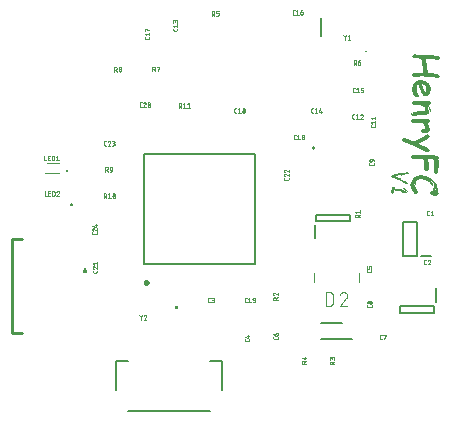
<source format=gbr>
G04 EAGLE Gerber RS-274X export*
G75*
%MOMM*%
%FSLAX34Y34*%
%LPD*%
%INSilkscreen Top*%
%IPPOS*%
%AMOC8*
5,1,8,0,0,1.08239X$1,22.5*%
G01*
%ADD10R,0.170181X0.084838*%
%ADD11R,0.337819X0.084581*%
%ADD12R,0.421637X0.084838*%
%ADD13R,0.424181X0.084838*%
%ADD14R,0.340363X0.084581*%
%ADD15R,0.424181X0.084581*%
%ADD16R,0.086363X0.084838*%
%ADD17R,0.167637X0.084838*%
%ADD18R,0.337819X0.084838*%
%ADD19R,0.340363X0.084838*%
%ADD20R,0.254000X0.084581*%
%ADD21R,0.929638X0.084581*%
%ADD22R,0.762000X0.084581*%
%ADD23R,1.102363X0.084581*%
%ADD24R,0.421637X0.084581*%
%ADD25R,1.099819X0.084581*%
%ADD26R,1.270000X0.084838*%
%ADD27R,1.353819X0.084581*%
%ADD28R,0.508000X0.084581*%
%ADD29R,1.437638X0.084581*%
%ADD30R,0.594363X0.084581*%
%ADD31R,0.591819X0.084581*%
%ADD32R,0.254000X0.084838*%
%ADD33R,0.678181X0.084838*%
%ADD34R,0.678181X0.084581*%
%ADD35R,0.170181X0.084581*%
%ADD36R,0.848363X0.084581*%
%ADD37R,1.102363X0.084838*%
%ADD38R,0.932181X0.084581*%
%ADD39R,1.778000X0.084581*%
%ADD40R,1.861819X0.084838*%
%ADD41R,0.508000X0.084838*%
%ADD42R,1.861819X0.084581*%
%ADD43R,1.270000X0.084581*%
%ADD44R,1.183638X0.084581*%
%ADD45R,1.186181X0.084581*%
%ADD46R,1.356363X0.084581*%
%ADD47R,0.591819X0.084838*%
%ADD48R,1.186181X0.084838*%
%ADD49R,1.356363X0.084838*%
%ADD50R,1.016000X0.084581*%
%ADD51R,0.675638X0.084581*%
%ADD52R,0.083819X0.084838*%
%ADD53R,0.167637X0.084581*%
%ADD54R,1.440181X0.084581*%
%ADD55R,1.524000X0.084838*%
%ADD56R,1.524000X0.084581*%
%ADD57R,0.675638X0.084838*%
%ADD58R,0.083819X0.084581*%
%ADD59R,0.086363X0.084581*%
%ADD60C,0.025400*%
%ADD61C,0.200000*%
%ADD62C,0.254000*%
%ADD63C,0.250000*%
%ADD64C,0.100000*%
%ADD65C,0.100000*%
%ADD66C,0.200000*%
%ADD67C,0.152400*%
%ADD68C,0.101600*%


D10*
G36*
X336661Y242742D02*
X336684Y244442D01*
X337531Y244430D01*
X337508Y242730D01*
X336661Y242742D01*
G37*
D11*
G36*
X337497Y241892D02*
X337544Y245268D01*
X338389Y245256D01*
X338342Y241880D01*
X337497Y241892D01*
G37*
G36*
X338343Y241880D02*
X338390Y245256D01*
X339235Y245244D01*
X339188Y241868D01*
X338343Y241880D01*
G37*
D12*
G36*
X339177Y241030D02*
X339236Y245244D01*
X340083Y245232D01*
X340024Y241018D01*
X339177Y241030D01*
G37*
D11*
G36*
X340026Y241019D02*
X340073Y244395D01*
X340918Y244383D01*
X340871Y241007D01*
X340026Y241019D01*
G37*
G36*
X340871Y241007D02*
X340918Y244383D01*
X341763Y244371D01*
X341716Y240995D01*
X340871Y241007D01*
G37*
D13*
G36*
X341705Y240131D02*
X341764Y244371D01*
X342611Y244359D01*
X342552Y240119D01*
X341705Y240131D01*
G37*
D14*
G36*
X342553Y240119D02*
X342600Y243521D01*
X343445Y243509D01*
X343398Y240107D01*
X342553Y240119D01*
G37*
D15*
G36*
X343387Y239269D02*
X343446Y243509D01*
X344291Y243497D01*
X344232Y239257D01*
X343387Y239269D01*
G37*
D16*
G36*
X345274Y313748D02*
X345286Y314611D01*
X346132Y314600D01*
X346120Y313737D01*
X345274Y313748D01*
G37*
D10*
G36*
X345049Y297672D02*
X345072Y299372D01*
X345919Y299360D01*
X345896Y297660D01*
X345049Y297672D01*
G37*
D12*
G36*
X344860Y284135D02*
X344919Y288349D01*
X345766Y288337D01*
X345707Y284123D01*
X344860Y284135D01*
G37*
D17*
G36*
X344718Y273976D02*
X344741Y275650D01*
X345588Y275638D01*
X345565Y273964D01*
X344718Y273976D01*
G37*
D10*
G36*
X344588Y264655D02*
X344611Y266355D01*
X345458Y266343D01*
X345435Y264643D01*
X344588Y264655D01*
G37*
D17*
G36*
X344505Y258738D02*
X344528Y260412D01*
X345375Y260400D01*
X345352Y258726D01*
X344505Y258738D01*
G37*
D18*
G36*
X344233Y239258D02*
X344280Y242634D01*
X345127Y242622D01*
X345080Y239246D01*
X344233Y239258D01*
G37*
D17*
G36*
X344080Y228261D02*
X344103Y229935D01*
X344950Y229923D01*
X344927Y228249D01*
X344080Y228261D01*
G37*
D19*
G36*
X343749Y204539D02*
X343796Y207941D01*
X344643Y207929D01*
X344596Y204527D01*
X343749Y204539D01*
G37*
D20*
G36*
X346110Y312899D02*
X346145Y315437D01*
X346990Y315425D01*
X346955Y312887D01*
X346110Y312899D01*
G37*
D11*
G36*
X345885Y296822D02*
X345932Y300198D01*
X346777Y300186D01*
X346730Y296810D01*
X345885Y296822D01*
G37*
D21*
G36*
X345673Y281584D02*
X345802Y290878D01*
X346647Y290866D01*
X346518Y281572D01*
X345673Y281584D01*
G37*
D14*
G36*
X345554Y273101D02*
X345601Y276503D01*
X346446Y276491D01*
X346399Y273089D01*
X345554Y273101D01*
G37*
D11*
G36*
X345424Y263805D02*
X345471Y267181D01*
X346316Y267169D01*
X346269Y263793D01*
X345424Y263805D01*
G37*
D14*
G36*
X345341Y257862D02*
X345388Y261264D01*
X346233Y261252D01*
X346186Y257850D01*
X345341Y257862D01*
G37*
D11*
G36*
X345081Y239246D02*
X345128Y242622D01*
X345973Y242610D01*
X345926Y239234D01*
X345081Y239246D01*
G37*
D14*
G36*
X344916Y227385D02*
X344963Y230787D01*
X345808Y230775D01*
X345761Y227373D01*
X344916Y227385D01*
G37*
D22*
G36*
X344561Y201988D02*
X344668Y209606D01*
X345513Y209594D01*
X345406Y201976D01*
X344561Y201988D01*
G37*
D11*
G36*
X346955Y312887D02*
X347002Y316263D01*
X347847Y316251D01*
X347800Y312875D01*
X346955Y312887D01*
G37*
G36*
X346731Y296810D02*
X346778Y300186D01*
X347623Y300174D01*
X347576Y296798D01*
X346731Y296810D01*
G37*
D23*
G36*
X346506Y280708D02*
X346660Y291730D01*
X347504Y291718D01*
X347350Y280696D01*
X346506Y280708D01*
G37*
D14*
G36*
X346400Y273089D02*
X346447Y276491D01*
X347292Y276479D01*
X347245Y273077D01*
X346400Y273089D01*
G37*
D11*
G36*
X346270Y263794D02*
X346317Y267170D01*
X347162Y267158D01*
X347115Y263782D01*
X346270Y263794D01*
G37*
D14*
G36*
X346187Y257850D02*
X346234Y261252D01*
X347079Y261240D01*
X347032Y257838D01*
X346187Y257850D01*
G37*
D24*
G36*
X345915Y238396D02*
X345974Y242610D01*
X346819Y242598D01*
X346760Y238384D01*
X345915Y238396D01*
G37*
D14*
G36*
X345762Y227373D02*
X345809Y230775D01*
X346654Y230763D01*
X346607Y227361D01*
X345762Y227373D01*
G37*
D25*
G36*
X345384Y200299D02*
X345537Y211295D01*
X346382Y211283D01*
X346229Y200287D01*
X345384Y200299D01*
G37*
D18*
G36*
X347801Y312875D02*
X347848Y316251D01*
X348695Y316239D01*
X348648Y312863D01*
X347801Y312875D01*
G37*
G36*
X347577Y296799D02*
X347624Y300175D01*
X348471Y300163D01*
X348424Y296787D01*
X347577Y296799D01*
G37*
D26*
G36*
X347340Y279858D02*
X347517Y292556D01*
X348364Y292544D01*
X348187Y279846D01*
X347340Y279858D01*
G37*
D19*
G36*
X347246Y273077D02*
X347293Y276479D01*
X348140Y276467D01*
X348093Y273065D01*
X347246Y273077D01*
G37*
D18*
G36*
X347116Y263782D02*
X347163Y267158D01*
X348010Y267146D01*
X347963Y263770D01*
X347116Y263782D01*
G37*
D19*
G36*
X347033Y257838D02*
X347080Y261240D01*
X347927Y261228D01*
X347880Y257826D01*
X347033Y257838D01*
G37*
D12*
G36*
X346761Y238384D02*
X346820Y242598D01*
X347667Y242586D01*
X347608Y238372D01*
X346761Y238384D01*
G37*
D19*
G36*
X346608Y227361D02*
X346655Y230763D01*
X347502Y230751D01*
X347455Y227349D01*
X346608Y227361D01*
G37*
D26*
G36*
X346217Y199424D02*
X346394Y212122D01*
X347241Y212110D01*
X347064Y199412D01*
X346217Y199424D01*
G37*
D20*
G36*
X348650Y312863D02*
X348685Y315401D01*
X349530Y315389D01*
X349495Y312851D01*
X348650Y312863D01*
G37*
D11*
G36*
X348425Y296787D02*
X348472Y300163D01*
X349317Y300151D01*
X349270Y296775D01*
X348425Y296787D01*
G37*
D27*
G36*
X348188Y279846D02*
X348377Y293382D01*
X349222Y293370D01*
X349033Y279834D01*
X348188Y279846D01*
G37*
D14*
G36*
X348094Y273065D02*
X348141Y276467D01*
X348986Y276455D01*
X348939Y273053D01*
X348094Y273065D01*
G37*
D11*
G36*
X347964Y263770D02*
X348011Y267146D01*
X348856Y267134D01*
X348809Y263758D01*
X347964Y263770D01*
G37*
D14*
G36*
X347881Y257827D02*
X347928Y261229D01*
X348773Y261217D01*
X348726Y257815D01*
X347881Y257827D01*
G37*
D28*
G36*
X347597Y237509D02*
X347668Y242587D01*
X348513Y242575D01*
X348442Y237497D01*
X347597Y237509D01*
G37*
D14*
G36*
X347456Y227350D02*
X347503Y230752D01*
X348348Y230740D01*
X348301Y227338D01*
X347456Y227350D01*
G37*
D29*
G36*
X347042Y197736D02*
X347243Y212110D01*
X348088Y212098D01*
X347887Y197724D01*
X347042Y197736D01*
G37*
D20*
G36*
X349495Y312852D02*
X349530Y315390D01*
X350375Y315378D01*
X350340Y312840D01*
X349495Y312852D01*
G37*
D11*
G36*
X349271Y296775D02*
X349318Y300151D01*
X350163Y300139D01*
X350116Y296763D01*
X349271Y296775D01*
G37*
G36*
X349176Y289994D02*
X349223Y293370D01*
X350068Y293358D01*
X350021Y289982D01*
X349176Y289994D01*
G37*
G36*
X349034Y279835D02*
X349081Y283211D01*
X349926Y283199D01*
X349879Y279823D01*
X349034Y279835D01*
G37*
D14*
G36*
X348940Y273053D02*
X348987Y276455D01*
X349832Y276443D01*
X349785Y273041D01*
X348940Y273053D01*
G37*
D24*
G36*
X348810Y263758D02*
X348869Y267972D01*
X349714Y267960D01*
X349655Y263746D01*
X348810Y263758D01*
G37*
D14*
G36*
X348727Y257815D02*
X348774Y261217D01*
X349619Y261205D01*
X349572Y257803D01*
X348727Y257815D01*
G37*
D30*
G36*
X348443Y237497D02*
X348526Y243439D01*
X349371Y243427D01*
X349288Y237485D01*
X348443Y237497D01*
G37*
D14*
G36*
X348301Y227338D02*
X348348Y230740D01*
X349193Y230728D01*
X349146Y227326D01*
X348301Y227338D01*
G37*
D15*
G36*
X348041Y208722D02*
X348100Y212962D01*
X348945Y212950D01*
X348886Y208710D01*
X348041Y208722D01*
G37*
D31*
G36*
X347887Y197725D02*
X347970Y203641D01*
X348815Y203629D01*
X348732Y197713D01*
X347887Y197725D01*
G37*
D32*
G36*
X350341Y312840D02*
X350376Y315378D01*
X351223Y315366D01*
X351188Y312828D01*
X350341Y312840D01*
G37*
D18*
G36*
X350117Y296763D02*
X350164Y300139D01*
X351011Y300127D01*
X350964Y296751D01*
X350117Y296763D01*
G37*
D13*
G36*
X350022Y289982D02*
X350081Y294222D01*
X350928Y294210D01*
X350869Y289970D01*
X350022Y289982D01*
G37*
D10*
G36*
X349880Y279823D02*
X349903Y281523D01*
X350750Y281511D01*
X350727Y279811D01*
X349880Y279823D01*
G37*
D19*
G36*
X349786Y273042D02*
X349833Y276444D01*
X350680Y276432D01*
X350633Y273030D01*
X349786Y273042D01*
G37*
D18*
G36*
X349667Y264584D02*
X349714Y267960D01*
X350561Y267948D01*
X350514Y264572D01*
X349667Y264584D01*
G37*
D19*
G36*
X349573Y257803D02*
X349620Y261205D01*
X350467Y261193D01*
X350420Y257791D01*
X349573Y257803D01*
G37*
D33*
G36*
X349277Y236647D02*
X349372Y243427D01*
X350219Y243415D01*
X350124Y236635D01*
X349277Y236647D01*
G37*
D19*
G36*
X349147Y227326D02*
X349194Y230728D01*
X350041Y230716D01*
X349994Y227314D01*
X349147Y227326D01*
G37*
G36*
X348899Y209548D02*
X348946Y212950D01*
X349793Y212938D01*
X349746Y209536D01*
X348899Y209548D01*
G37*
D12*
G36*
X348733Y197713D02*
X348792Y201927D01*
X349639Y201915D01*
X349580Y197701D01*
X348733Y197713D01*
G37*
D11*
G36*
X351178Y311990D02*
X351225Y315366D01*
X352070Y315354D01*
X352023Y311978D01*
X351178Y311990D01*
G37*
G36*
X350965Y296751D02*
X351012Y300127D01*
X351857Y300115D01*
X351810Y296739D01*
X350965Y296751D01*
G37*
D34*
G36*
X350834Y287430D02*
X350929Y294210D01*
X351774Y294198D01*
X351679Y287418D01*
X350834Y287430D01*
G37*
D14*
G36*
X350634Y273030D02*
X350681Y276432D01*
X351526Y276420D01*
X351479Y273018D01*
X350634Y273030D01*
G37*
D11*
G36*
X350515Y264573D02*
X350562Y267949D01*
X351407Y267937D01*
X351360Y264561D01*
X350515Y264573D01*
G37*
D14*
G36*
X350421Y257791D02*
X350468Y261193D01*
X351313Y261181D01*
X351266Y257779D01*
X350421Y257791D01*
G37*
D22*
G36*
X350125Y236635D02*
X350232Y244253D01*
X351077Y244241D01*
X350970Y236623D01*
X350125Y236635D01*
G37*
D14*
G36*
X349995Y227314D02*
X350042Y230716D01*
X350887Y230704D01*
X350840Y227302D01*
X349995Y227314D01*
G37*
G36*
X349747Y209536D02*
X349794Y212938D01*
X350639Y212926D01*
X350592Y209524D01*
X349747Y209536D01*
G37*
D35*
G36*
X349594Y198538D02*
X349617Y200239D01*
X350462Y200228D01*
X350439Y198527D01*
X349594Y198538D01*
G37*
D11*
G36*
X352023Y311978D02*
X352070Y315354D01*
X352915Y315342D01*
X352868Y311966D01*
X352023Y311978D01*
G37*
D20*
G36*
X351822Y297578D02*
X351857Y300116D01*
X352702Y300104D01*
X352667Y297566D01*
X351822Y297578D01*
G37*
D36*
G36*
X351656Y285716D02*
X351775Y294198D01*
X352620Y294186D01*
X352501Y285704D01*
X351656Y285716D01*
G37*
D14*
G36*
X351479Y273018D02*
X351526Y276420D01*
X352371Y276408D01*
X352324Y273006D01*
X351479Y273018D01*
G37*
D11*
G36*
X351361Y264561D02*
X351408Y267937D01*
X352253Y267925D01*
X352206Y264549D01*
X351361Y264561D01*
G37*
D14*
G36*
X351267Y257779D02*
X351314Y261181D01*
X352159Y261169D01*
X352112Y257767D01*
X351267Y257779D01*
G37*
D11*
G36*
X351030Y240865D02*
X351077Y244241D01*
X351922Y244229D01*
X351875Y240853D01*
X351030Y240865D01*
G37*
D24*
G36*
X350959Y235786D02*
X351018Y240000D01*
X351863Y239988D01*
X351804Y235774D01*
X350959Y235786D01*
G37*
D14*
G36*
X350841Y227302D02*
X350888Y230704D01*
X351733Y230692D01*
X351686Y227290D01*
X350841Y227302D01*
G37*
D11*
G36*
X350605Y210388D02*
X350652Y213764D01*
X351497Y213752D01*
X351450Y210376D01*
X350605Y210388D01*
G37*
D13*
G36*
X352857Y311102D02*
X352916Y315342D01*
X353763Y315330D01*
X353704Y311090D01*
X352857Y311102D01*
G37*
D32*
G36*
X352668Y297566D02*
X352703Y300104D01*
X353550Y300092D01*
X353515Y297554D01*
X352668Y297566D01*
G37*
D37*
G36*
X352467Y283165D02*
X352621Y294187D01*
X353467Y294175D01*
X353313Y283153D01*
X352467Y283165D01*
G37*
D13*
G36*
X352314Y272168D02*
X352373Y276408D01*
X353220Y276396D01*
X353161Y272156D01*
X352314Y272168D01*
G37*
D18*
G36*
X352207Y264549D02*
X352254Y267925D01*
X353101Y267913D01*
X353054Y264537D01*
X352207Y264549D01*
G37*
D19*
G36*
X352113Y257768D02*
X352160Y261170D01*
X353007Y261158D01*
X352960Y257756D01*
X352113Y257768D01*
G37*
D12*
G36*
X351876Y240853D02*
X351935Y245067D01*
X352782Y245055D01*
X352723Y240841D01*
X351876Y240853D01*
G37*
D18*
G36*
X351805Y235774D02*
X351852Y239150D01*
X352699Y239138D01*
X352652Y235762D01*
X351805Y235774D01*
G37*
D19*
G36*
X351687Y227291D02*
X351734Y230693D01*
X352581Y230681D01*
X352534Y227279D01*
X351687Y227291D01*
G37*
D18*
G36*
X351451Y210376D02*
X351498Y213752D01*
X352345Y213740D01*
X352298Y210364D01*
X351451Y210376D01*
G37*
D38*
G36*
X353634Y306011D02*
X353765Y315331D01*
X354610Y315319D01*
X354479Y305999D01*
X353634Y306011D01*
G37*
D20*
G36*
X353516Y297554D02*
X353551Y300092D01*
X354396Y300080D01*
X354361Y297542D01*
X353516Y297554D01*
G37*
D14*
G36*
X353422Y290773D02*
X353469Y294175D01*
X354314Y294163D01*
X354267Y290761D01*
X353422Y290773D01*
G37*
D34*
G36*
X353303Y282315D02*
X353398Y289095D01*
X354243Y289083D01*
X354148Y282303D01*
X353303Y282315D01*
G37*
D15*
G36*
X353162Y272156D02*
X353221Y276396D01*
X354066Y276384D01*
X354007Y272144D01*
X353162Y272156D01*
G37*
D11*
G36*
X353055Y264537D02*
X353102Y267913D01*
X353947Y267901D01*
X353900Y264525D01*
X353055Y264537D01*
G37*
D14*
G36*
X352961Y257756D02*
X353008Y261158D01*
X353853Y261146D01*
X353806Y257744D01*
X352961Y257756D01*
G37*
D35*
G36*
X352854Y250136D02*
X352877Y251837D01*
X353722Y251826D01*
X353699Y250125D01*
X352854Y250136D01*
G37*
D11*
G36*
X352736Y241679D02*
X352783Y245055D01*
X353628Y245043D01*
X353581Y241667D01*
X352736Y241679D01*
G37*
D15*
G36*
X352641Y234898D02*
X352700Y239138D01*
X353545Y239126D01*
X353486Y234886D01*
X352641Y234898D01*
G37*
D14*
G36*
X352535Y227279D02*
X352582Y230681D01*
X353427Y230669D01*
X353380Y227267D01*
X352535Y227279D01*
G37*
D11*
G36*
X352299Y210364D02*
X352346Y213740D01*
X353191Y213728D01*
X353144Y210352D01*
X352299Y210364D01*
G37*
D39*
G36*
X354361Y297541D02*
X354610Y315319D01*
X355455Y315307D01*
X355206Y297529D01*
X354361Y297541D01*
G37*
D11*
G36*
X354256Y289923D02*
X354303Y293299D01*
X355148Y293287D01*
X355101Y289911D01*
X354256Y289923D01*
G37*
D30*
G36*
X354125Y280602D02*
X354208Y286544D01*
X355053Y286532D01*
X354970Y280590D01*
X354125Y280602D01*
G37*
D28*
G36*
X353995Y271306D02*
X354066Y276384D01*
X354911Y276372D01*
X354840Y271294D01*
X353995Y271306D01*
G37*
D11*
G36*
X353901Y264525D02*
X353948Y267901D01*
X354793Y267889D01*
X354746Y264513D01*
X353901Y264525D01*
G37*
D14*
G36*
X353806Y257744D02*
X353853Y261146D01*
X354698Y261134D01*
X354651Y257732D01*
X353806Y257744D01*
G37*
D11*
G36*
X353688Y249287D02*
X353735Y252663D01*
X354580Y252651D01*
X354533Y249275D01*
X353688Y249287D01*
G37*
D15*
G36*
X353582Y241667D02*
X353641Y245907D01*
X354486Y245895D01*
X354427Y241655D01*
X353582Y241667D01*
G37*
D14*
G36*
X353487Y234886D02*
X353534Y238288D01*
X354379Y238276D01*
X354332Y234874D01*
X353487Y234886D01*
G37*
G36*
X353381Y227267D02*
X353428Y230669D01*
X354273Y230657D01*
X354226Y227255D01*
X353381Y227267D01*
G37*
D11*
G36*
X353144Y210352D02*
X353191Y213728D01*
X354036Y213716D01*
X353989Y210340D01*
X353144Y210352D01*
G37*
D40*
G36*
X355197Y296691D02*
X355457Y315307D01*
X356303Y315295D01*
X356043Y296679D01*
X355197Y296691D01*
G37*
D18*
G36*
X355102Y289911D02*
X355149Y293287D01*
X355996Y293275D01*
X355949Y289899D01*
X355102Y289911D01*
G37*
D13*
G36*
X354971Y280590D02*
X355030Y284830D01*
X355877Y284818D01*
X355818Y280578D01*
X354971Y280590D01*
G37*
D41*
G36*
X354841Y271295D02*
X354912Y276373D01*
X355759Y276361D01*
X355688Y271283D01*
X354841Y271295D01*
G37*
D18*
G36*
X354747Y264514D02*
X354794Y267890D01*
X355641Y267878D01*
X355594Y264502D01*
X354747Y264514D01*
G37*
D13*
G36*
X354641Y256894D02*
X354700Y261134D01*
X355547Y261122D01*
X355488Y256882D01*
X354641Y256894D01*
G37*
D18*
G36*
X354534Y249275D02*
X354581Y252651D01*
X355428Y252639D01*
X355381Y249263D01*
X354534Y249275D01*
G37*
D19*
G36*
X354440Y242494D02*
X354487Y245896D01*
X355334Y245884D01*
X355287Y242482D01*
X354440Y242494D01*
G37*
D13*
G36*
X354321Y234036D02*
X354380Y238276D01*
X355227Y238264D01*
X355168Y234024D01*
X354321Y234036D01*
G37*
G36*
X354215Y226417D02*
X354274Y230657D01*
X355121Y230645D01*
X355062Y226405D01*
X354215Y226417D01*
G37*
D19*
G36*
X353979Y209477D02*
X354026Y212879D01*
X354873Y212867D01*
X354826Y209465D01*
X353979Y209477D01*
G37*
D42*
G36*
X356045Y296680D02*
X356305Y315295D01*
X357149Y315284D01*
X356889Y296669D01*
X356045Y296680D01*
G37*
D24*
G36*
X355938Y289061D02*
X355997Y293275D01*
X356842Y293263D01*
X356783Y289049D01*
X355938Y289061D01*
G37*
D14*
G36*
X355820Y280578D02*
X355867Y283980D01*
X356712Y283968D01*
X356665Y280566D01*
X355820Y280578D01*
G37*
D30*
G36*
X355677Y270419D02*
X355760Y276361D01*
X356605Y276349D01*
X356522Y270407D01*
X355677Y270419D01*
G37*
D11*
G36*
X355595Y264502D02*
X355642Y267878D01*
X356487Y267866D01*
X356440Y264490D01*
X355595Y264502D01*
G37*
D30*
G36*
X355465Y255180D02*
X355548Y261122D01*
X356393Y261110D01*
X356310Y255168D01*
X355465Y255180D01*
G37*
D11*
G36*
X355382Y249263D02*
X355429Y252639D01*
X356274Y252627D01*
X356227Y249251D01*
X355382Y249263D01*
G37*
D15*
G36*
X355287Y242482D02*
X355346Y246722D01*
X356191Y246710D01*
X356132Y242470D01*
X355287Y242482D01*
G37*
G36*
X355169Y234024D02*
X355228Y238264D01*
X356073Y238252D01*
X356014Y234012D01*
X355169Y234024D01*
G37*
D43*
G36*
X354945Y217948D02*
X355122Y230646D01*
X355967Y230634D01*
X355790Y217936D01*
X354945Y217948D01*
G37*
D14*
G36*
X354827Y209465D02*
X354874Y212867D01*
X355719Y212855D01*
X355672Y209453D01*
X354827Y209465D01*
G37*
D11*
G36*
X357103Y311907D02*
X357150Y315283D01*
X357995Y315271D01*
X357948Y311895D01*
X357103Y311907D01*
G37*
D44*
G36*
X356890Y296668D02*
X357055Y308502D01*
X357900Y308490D01*
X357735Y296656D01*
X356890Y296668D01*
G37*
D45*
G36*
X356665Y280566D02*
X356830Y292426D01*
X357675Y292414D01*
X357510Y280554D01*
X356665Y280566D01*
G37*
G36*
X356441Y264489D02*
X356606Y276349D01*
X357451Y276337D01*
X357286Y264477D01*
X356441Y264489D01*
G37*
G36*
X356228Y249251D02*
X356393Y261111D01*
X357238Y261099D01*
X357073Y249239D01*
X356228Y249251D01*
G37*
D24*
G36*
X356145Y243334D02*
X356204Y247548D01*
X357049Y247536D01*
X356990Y243322D01*
X356145Y243334D01*
G37*
G36*
X356003Y233175D02*
X356062Y237389D01*
X356907Y237377D01*
X356848Y233163D01*
X356003Y233175D01*
G37*
D46*
G36*
X355779Y217072D02*
X355968Y230634D01*
X356813Y230622D01*
X356624Y217060D01*
X355779Y217072D01*
G37*
D14*
G36*
X355672Y209453D02*
X355719Y212855D01*
X356564Y212843D01*
X356517Y209441D01*
X355672Y209453D01*
G37*
D18*
G36*
X357949Y311895D02*
X357996Y315271D01*
X358843Y315259D01*
X358796Y311883D01*
X357949Y311895D01*
G37*
D47*
G36*
X357736Y296657D02*
X357819Y302573D01*
X358666Y302561D01*
X358583Y296645D01*
X357736Y296657D01*
G37*
D37*
G36*
X357511Y280554D02*
X357665Y291576D01*
X358511Y291564D01*
X358357Y280542D01*
X357511Y280554D01*
G37*
D48*
G36*
X357287Y264477D02*
X357452Y276337D01*
X358299Y276325D01*
X358134Y264465D01*
X357287Y264477D01*
G37*
G36*
X357074Y249239D02*
X357239Y261099D01*
X358086Y261087D01*
X357921Y249227D01*
X357074Y249239D01*
G37*
D12*
G36*
X356991Y243322D02*
X357050Y247536D01*
X357897Y247524D01*
X357838Y243310D01*
X356991Y243322D01*
G37*
G36*
X356849Y233163D02*
X356908Y237377D01*
X357755Y237365D01*
X357696Y233151D01*
X356849Y233163D01*
G37*
D49*
G36*
X356625Y217060D02*
X356814Y230622D01*
X357661Y230610D01*
X357472Y217048D01*
X356625Y217060D01*
G37*
D13*
G36*
X356506Y208603D02*
X356565Y212843D01*
X357412Y212831D01*
X357353Y208591D01*
X356506Y208603D01*
G37*
D11*
G36*
X358797Y311883D02*
X358844Y315259D01*
X359689Y315247D01*
X359642Y311871D01*
X358797Y311883D01*
G37*
G36*
X358584Y296645D02*
X358631Y300021D01*
X359476Y300009D01*
X359429Y296633D01*
X358584Y296645D01*
G37*
D50*
G36*
X358372Y281406D02*
X358513Y291564D01*
X359358Y291552D01*
X359217Y281394D01*
X358372Y281406D01*
G37*
D23*
G36*
X358147Y265304D02*
X358301Y276326D01*
X359145Y276314D01*
X358991Y265292D01*
X358147Y265304D01*
G37*
D45*
G36*
X357922Y249227D02*
X358087Y261087D01*
X358932Y261075D01*
X358767Y249215D01*
X357922Y249227D01*
G37*
D15*
G36*
X357851Y244148D02*
X357910Y248388D01*
X358755Y248376D01*
X358696Y244136D01*
X357851Y244148D01*
G37*
D11*
G36*
X357697Y233151D02*
X357744Y236527D01*
X358589Y236515D01*
X358542Y233139D01*
X357697Y233151D01*
G37*
D46*
G36*
X357473Y217048D02*
X357662Y230610D01*
X358507Y230598D01*
X358318Y217036D01*
X357473Y217048D01*
G37*
D11*
G36*
X357354Y208592D02*
X357401Y211968D01*
X358246Y211956D01*
X358199Y208580D01*
X357354Y208592D01*
G37*
G36*
X359642Y311872D02*
X359689Y315248D01*
X360534Y315236D01*
X360487Y311860D01*
X359642Y311872D01*
G37*
G36*
X359430Y296633D02*
X359477Y300009D01*
X360322Y299997D01*
X360275Y296621D01*
X359430Y296633D01*
G37*
D22*
G36*
X359228Y282232D02*
X359335Y289850D01*
X360180Y289838D01*
X360073Y282220D01*
X359228Y282232D01*
G37*
D14*
G36*
X359099Y272912D02*
X359146Y276314D01*
X359991Y276302D01*
X359944Y272900D01*
X359099Y272912D01*
G37*
D30*
G36*
X358992Y265292D02*
X359075Y271234D01*
X359920Y271222D01*
X359837Y265280D01*
X358992Y265292D01*
G37*
D14*
G36*
X358886Y257673D02*
X358933Y261075D01*
X359778Y261063D01*
X359731Y257661D01*
X358886Y257673D01*
G37*
D30*
G36*
X358779Y250054D02*
X358862Y255996D01*
X359707Y255984D01*
X359624Y250042D01*
X358779Y250054D01*
G37*
D20*
G36*
X358709Y244974D02*
X358744Y247512D01*
X359589Y247500D01*
X359554Y244962D01*
X358709Y244974D01*
G37*
G36*
X358543Y233139D02*
X358578Y235677D01*
X359423Y235665D01*
X359388Y233127D01*
X358543Y233139D01*
G37*
D14*
G36*
X358460Y227196D02*
X358507Y230598D01*
X359352Y230586D01*
X359305Y227184D01*
X358460Y227196D01*
G37*
D51*
G36*
X358330Y217901D02*
X358425Y224655D01*
X359270Y224643D01*
X359175Y217889D01*
X358330Y217901D01*
G37*
D24*
G36*
X358188Y207742D02*
X358247Y211956D01*
X359092Y211944D01*
X359033Y207730D01*
X358188Y207742D01*
G37*
D18*
G36*
X360489Y311860D02*
X360536Y315236D01*
X361383Y315224D01*
X361336Y311848D01*
X360489Y311860D01*
G37*
G36*
X360276Y296621D02*
X360323Y299997D01*
X361170Y299985D01*
X361123Y296609D01*
X360276Y296621D01*
G37*
G36*
X360110Y284761D02*
X360157Y288137D01*
X361004Y288125D01*
X360957Y284749D01*
X360110Y284761D01*
G37*
D17*
G36*
X359957Y273764D02*
X359980Y275438D01*
X360827Y275426D01*
X360804Y273752D01*
X359957Y273764D01*
G37*
D32*
G36*
X359862Y266982D02*
X359897Y269520D01*
X360744Y269508D01*
X360709Y266970D01*
X359862Y266982D01*
G37*
D17*
G36*
X359744Y258525D02*
X359767Y260199D01*
X360614Y260187D01*
X360591Y258513D01*
X359744Y258525D01*
G37*
D32*
G36*
X359638Y250906D02*
X359673Y253444D01*
X360520Y253432D01*
X360485Y250894D01*
X359638Y250906D01*
G37*
D52*
G36*
X359567Y245825D02*
X359578Y246662D01*
X360425Y246651D01*
X360414Y245814D01*
X359567Y245825D01*
G37*
G36*
X359401Y233965D02*
X359412Y234802D01*
X360259Y234791D01*
X360248Y233954D01*
X359401Y233965D01*
G37*
D19*
G36*
X359306Y227184D02*
X359353Y230586D01*
X360200Y230574D01*
X360153Y227172D01*
X359306Y227184D01*
G37*
D18*
G36*
X359034Y207730D02*
X359081Y211106D01*
X359928Y211094D01*
X359881Y207718D01*
X359034Y207730D01*
G37*
D11*
G36*
X361337Y311848D02*
X361384Y315224D01*
X362229Y315212D01*
X362182Y311836D01*
X361337Y311848D01*
G37*
G36*
X361124Y296609D02*
X361171Y299985D01*
X362016Y299973D01*
X361969Y296597D01*
X361124Y296609D01*
G37*
D14*
G36*
X360154Y227172D02*
X360201Y230574D01*
X361046Y230562D01*
X360999Y227160D01*
X360154Y227172D01*
G37*
D15*
G36*
X359870Y206854D02*
X359929Y211094D01*
X360774Y211082D01*
X360715Y206842D01*
X359870Y206854D01*
G37*
D11*
G36*
X362182Y311836D02*
X362229Y315212D01*
X363074Y315200D01*
X363027Y311824D01*
X362182Y311836D01*
G37*
G36*
X361969Y296598D02*
X362016Y299974D01*
X362861Y299962D01*
X362814Y296586D01*
X361969Y296598D01*
G37*
D14*
G36*
X361000Y227161D02*
X361047Y230563D01*
X361892Y230551D01*
X361845Y227149D01*
X361000Y227161D01*
G37*
D15*
G36*
X360704Y206004D02*
X360763Y210244D01*
X361608Y210232D01*
X361549Y205992D01*
X360704Y206004D01*
G37*
D53*
G36*
X360586Y197546D02*
X360609Y199221D01*
X361454Y199210D01*
X361431Y197535D01*
X360586Y197546D01*
G37*
D18*
G36*
X363028Y311824D02*
X363075Y315200D01*
X363922Y315188D01*
X363875Y311812D01*
X363028Y311824D01*
G37*
G36*
X362815Y296586D02*
X362862Y299962D01*
X363709Y299950D01*
X363662Y296574D01*
X362815Y296586D01*
G37*
D19*
G36*
X361846Y227149D02*
X361893Y230551D01*
X362740Y230539D01*
X362693Y227137D01*
X361846Y227149D01*
G37*
D12*
G36*
X361539Y205155D02*
X361598Y209369D01*
X362445Y209357D01*
X362386Y205143D01*
X361539Y205155D01*
G37*
D19*
G36*
X361420Y196672D02*
X361467Y200074D01*
X362314Y200062D01*
X362267Y196660D01*
X361420Y196672D01*
G37*
D11*
G36*
X363876Y311813D02*
X363923Y315189D01*
X364768Y315177D01*
X364721Y311801D01*
X363876Y311813D01*
G37*
G36*
X363663Y296574D02*
X363710Y299950D01*
X364555Y299938D01*
X364508Y296562D01*
X363663Y296574D01*
G37*
D15*
G36*
X362682Y226299D02*
X362741Y230539D01*
X363586Y230527D01*
X363527Y226287D01*
X362682Y226299D01*
G37*
D28*
G36*
X362375Y204279D02*
X362446Y209357D01*
X363291Y209345D01*
X363220Y204267D01*
X362375Y204279D01*
G37*
D14*
G36*
X362269Y196660D02*
X362316Y200062D01*
X363161Y200050D01*
X363114Y196648D01*
X362269Y196660D01*
G37*
D11*
G36*
X364722Y311801D02*
X364769Y315177D01*
X365614Y315165D01*
X365567Y311789D01*
X364722Y311801D01*
G37*
G36*
X364509Y296562D02*
X364556Y299938D01*
X365401Y299926D01*
X365354Y296550D01*
X364509Y296562D01*
G37*
D54*
G36*
X363386Y216127D02*
X363587Y230527D01*
X364432Y230515D01*
X364231Y216115D01*
X363386Y216127D01*
G37*
D45*
G36*
X363114Y196648D02*
X363279Y208508D01*
X364124Y208496D01*
X363959Y196636D01*
X363114Y196648D01*
G37*
D18*
G36*
X365568Y311789D02*
X365615Y315165D01*
X366462Y315153D01*
X366415Y311777D01*
X365568Y311789D01*
G37*
G36*
X365355Y296550D02*
X365402Y299926D01*
X366249Y299914D01*
X366202Y296538D01*
X365355Y296550D01*
G37*
D55*
G36*
X364220Y215278D02*
X364433Y230516D01*
X365280Y230504D01*
X365067Y215266D01*
X364220Y215278D01*
G37*
D37*
G36*
X363960Y196636D02*
X364114Y207658D01*
X364960Y207646D01*
X364806Y196624D01*
X363960Y196636D01*
G37*
D11*
G36*
X366416Y311777D02*
X366463Y315153D01*
X367308Y315141D01*
X367261Y311765D01*
X366416Y311777D01*
G37*
G36*
X366203Y296539D02*
X366250Y299915D01*
X367095Y299903D01*
X367048Y296527D01*
X366203Y296539D01*
G37*
D56*
G36*
X365068Y215266D02*
X365281Y230504D01*
X366126Y230492D01*
X365913Y215254D01*
X365068Y215266D01*
G37*
D50*
G36*
X364808Y196624D02*
X364949Y206782D01*
X365794Y206770D01*
X365653Y196612D01*
X364808Y196624D01*
G37*
D11*
G36*
X367262Y311765D02*
X367309Y315141D01*
X368154Y315129D01*
X368107Y311753D01*
X367262Y311765D01*
G37*
D20*
G36*
X367049Y296527D02*
X367084Y299065D01*
X367929Y299053D01*
X367894Y296515D01*
X367049Y296527D01*
G37*
D54*
G36*
X365926Y216092D02*
X366127Y230492D01*
X366972Y230480D01*
X366771Y216080D01*
X365926Y216092D01*
G37*
D36*
G36*
X365653Y196612D02*
X365772Y205094D01*
X366617Y205082D01*
X366498Y196600D01*
X365653Y196612D01*
G37*
D10*
G36*
X368120Y312591D02*
X368143Y314291D01*
X368990Y314279D01*
X368967Y312579D01*
X368120Y312591D01*
G37*
D52*
G36*
X367907Y297352D02*
X367918Y298189D01*
X368765Y298178D01*
X368754Y297341D01*
X367907Y297352D01*
G37*
D17*
G36*
X366938Y227942D02*
X366961Y229616D01*
X367808Y229604D01*
X367785Y227930D01*
X366938Y227942D01*
G37*
D57*
G36*
X366831Y220322D02*
X366926Y227076D01*
X367773Y227064D01*
X367678Y220310D01*
X366831Y220322D01*
G37*
D47*
G36*
X366512Y197464D02*
X366595Y203380D01*
X367442Y203368D01*
X367359Y197452D01*
X366512Y197464D01*
G37*
D58*
G36*
X367372Y198290D02*
X367383Y199127D01*
X368228Y199116D01*
X368217Y198279D01*
X367372Y198290D01*
G37*
G36*
X327533Y212380D02*
X327579Y213216D01*
X328423Y213170D01*
X328377Y212334D01*
X327533Y212380D01*
G37*
D32*
G36*
X328333Y211496D02*
X328471Y214032D01*
X329317Y213986D01*
X329179Y211450D01*
X328333Y211496D01*
G37*
D41*
G36*
X327647Y198815D02*
X327921Y203887D01*
X328767Y203841D01*
X328493Y198769D01*
X327647Y198815D01*
G37*
D20*
G36*
X329180Y211451D02*
X329318Y213987D01*
X330162Y213941D01*
X330024Y211405D01*
X329180Y211451D01*
G37*
D30*
G36*
X328446Y197907D02*
X328768Y203841D01*
X329612Y203795D01*
X329290Y197861D01*
X328446Y197907D01*
G37*
D11*
G36*
X330025Y211405D02*
X330207Y214777D01*
X331051Y214731D01*
X330869Y211359D01*
X330025Y211405D01*
G37*
D28*
G36*
X329338Y198724D02*
X329612Y203796D01*
X330456Y203750D01*
X330182Y198678D01*
X329338Y198724D01*
G37*
D13*
G36*
X330822Y210497D02*
X331052Y214731D01*
X331898Y214685D01*
X331668Y210451D01*
X330822Y210497D01*
G37*
D10*
G36*
X330273Y200352D02*
X330365Y202050D01*
X331211Y202004D01*
X331119Y200306D01*
X330273Y200352D01*
G37*
D35*
G36*
X331807Y212988D02*
X331899Y214686D01*
X332743Y214640D01*
X332651Y212942D01*
X331807Y212988D01*
G37*
G36*
X331670Y210451D02*
X331762Y212149D01*
X332606Y212103D01*
X332514Y210405D01*
X331670Y210451D01*
G37*
G36*
X331120Y200306D02*
X331212Y202004D01*
X332056Y201958D01*
X331964Y200260D01*
X331120Y200306D01*
G37*
D20*
G36*
X332651Y212941D02*
X332789Y215477D01*
X333633Y215431D01*
X333495Y212895D01*
X332651Y212941D01*
G37*
G36*
X332469Y209568D02*
X332607Y212104D01*
X333451Y212058D01*
X333313Y209522D01*
X332469Y209568D01*
G37*
D35*
G36*
X331965Y200261D02*
X332057Y201959D01*
X332901Y201913D01*
X332809Y200215D01*
X331965Y200261D01*
G37*
D17*
G36*
X333543Y213759D02*
X333633Y215431D01*
X334479Y215385D01*
X334389Y213713D01*
X333543Y213759D01*
G37*
D10*
G36*
X333314Y209523D02*
X333406Y211221D01*
X334252Y211175D01*
X334160Y209477D01*
X333314Y209523D01*
G37*
G36*
X332810Y200215D02*
X332902Y201913D01*
X333748Y201867D01*
X333656Y200169D01*
X332810Y200215D01*
G37*
D53*
G36*
X334390Y213713D02*
X334480Y215385D01*
X335324Y215339D01*
X335234Y213667D01*
X334390Y213713D01*
G37*
D35*
G36*
X334161Y209477D02*
X334253Y211175D01*
X335097Y211129D01*
X335005Y209431D01*
X334161Y209477D01*
G37*
G36*
X333657Y200169D02*
X333749Y201867D01*
X334593Y201821D01*
X334501Y200123D01*
X333657Y200169D01*
G37*
D53*
G36*
X335235Y213667D02*
X335325Y215339D01*
X336169Y215293D01*
X336079Y213621D01*
X335235Y213667D01*
G37*
D20*
G36*
X334960Y208594D02*
X335098Y211130D01*
X335942Y211084D01*
X335804Y208548D01*
X334960Y208594D01*
G37*
D35*
G36*
X334501Y200123D02*
X334593Y201821D01*
X335437Y201775D01*
X335345Y200077D01*
X334501Y200123D01*
G37*
D32*
G36*
X336079Y213621D02*
X336217Y216157D01*
X337063Y216111D01*
X336925Y213575D01*
X336079Y213621D01*
G37*
D17*
G36*
X335805Y208549D02*
X335895Y210221D01*
X336741Y210175D01*
X336651Y208503D01*
X335805Y208549D01*
G37*
D10*
G36*
X335346Y200077D02*
X335438Y201775D01*
X336284Y201729D01*
X336192Y200031D01*
X335346Y200077D01*
G37*
D35*
G36*
X336972Y214412D02*
X337064Y216110D01*
X337908Y216064D01*
X337816Y214366D01*
X336972Y214412D01*
G37*
D53*
G36*
X336652Y208503D02*
X336742Y210175D01*
X337586Y210129D01*
X337496Y208457D01*
X336652Y208503D01*
G37*
D35*
G36*
X336193Y200032D02*
X336285Y201730D01*
X337129Y201684D01*
X337037Y199986D01*
X336193Y200032D01*
G37*
G36*
X337816Y214367D02*
X337908Y216065D01*
X338752Y216019D01*
X338660Y214321D01*
X337816Y214367D01*
G37*
G36*
X337449Y207595D02*
X337541Y209293D01*
X338385Y209247D01*
X338293Y207549D01*
X337449Y207595D01*
G37*
D59*
G36*
X337175Y202522D02*
X337221Y203384D01*
X338065Y203338D01*
X338019Y202476D01*
X337175Y202522D01*
G37*
D20*
G36*
X336992Y199148D02*
X337130Y201684D01*
X337974Y201638D01*
X337836Y199102D01*
X336992Y199148D01*
G37*
D10*
G36*
X338661Y214321D02*
X338753Y216019D01*
X339599Y215973D01*
X339507Y214275D01*
X338661Y214321D01*
G37*
G36*
X338294Y207549D02*
X338386Y209247D01*
X339232Y209201D01*
X339140Y207503D01*
X338294Y207549D01*
G37*
D13*
G36*
X337837Y199103D02*
X338067Y203337D01*
X338913Y203291D01*
X338683Y199057D01*
X337837Y199103D01*
G37*
D35*
G36*
X339553Y215112D02*
X339645Y216810D01*
X340489Y216764D01*
X340397Y215066D01*
X339553Y215112D01*
G37*
D20*
G36*
X339095Y206666D02*
X339233Y209202D01*
X340077Y209156D01*
X339939Y206620D01*
X339095Y206666D01*
G37*
D11*
G36*
X338684Y199057D02*
X338866Y202429D01*
X339710Y202383D01*
X339528Y199011D01*
X338684Y199057D01*
G37*
D35*
G36*
X340398Y215066D02*
X340490Y216764D01*
X341334Y216718D01*
X341242Y215020D01*
X340398Y215066D01*
G37*
G36*
X339940Y206620D02*
X340032Y208318D01*
X340876Y208272D01*
X340784Y206574D01*
X339940Y206620D01*
G37*
D20*
G36*
X339528Y199011D02*
X339666Y201547D01*
X340510Y201501D01*
X340372Y198965D01*
X339528Y199011D01*
G37*
D16*
G36*
X341243Y215020D02*
X341289Y215882D01*
X342135Y215836D01*
X342089Y214974D01*
X341243Y215020D01*
G37*
D52*
G36*
X340785Y206574D02*
X340831Y207410D01*
X341677Y207364D01*
X341631Y206528D01*
X340785Y206574D01*
G37*
D10*
G36*
X340373Y198966D02*
X340465Y200664D01*
X341311Y200618D01*
X341219Y198920D01*
X340373Y198966D01*
G37*
D60*
X358672Y179804D02*
X359518Y179804D01*
X358672Y179804D02*
X358617Y179806D01*
X358561Y179811D01*
X358507Y179820D01*
X358453Y179833D01*
X358400Y179849D01*
X358348Y179868D01*
X358297Y179891D01*
X358249Y179917D01*
X358201Y179947D01*
X358156Y179979D01*
X358114Y180014D01*
X358073Y180052D01*
X358035Y180093D01*
X358000Y180135D01*
X357968Y180180D01*
X357938Y180228D01*
X357912Y180276D01*
X357889Y180327D01*
X357870Y180379D01*
X357854Y180432D01*
X357841Y180486D01*
X357832Y180540D01*
X357827Y180596D01*
X357825Y180651D01*
X357825Y182767D01*
X357827Y182825D01*
X357833Y182882D01*
X357843Y182939D01*
X357856Y182996D01*
X357874Y183051D01*
X357895Y183104D01*
X357920Y183157D01*
X357948Y183207D01*
X357980Y183255D01*
X358015Y183302D01*
X358053Y183345D01*
X358094Y183386D01*
X358137Y183424D01*
X358184Y183459D01*
X358232Y183491D01*
X358282Y183519D01*
X358335Y183544D01*
X358388Y183565D01*
X358443Y183583D01*
X358500Y183596D01*
X358557Y183606D01*
X358614Y183612D01*
X358672Y183614D01*
X359518Y183614D01*
X360883Y182767D02*
X361941Y183614D01*
X361941Y179804D01*
X360883Y179804D02*
X362999Y179804D01*
X246471Y244120D02*
X245624Y244120D01*
X245569Y244122D01*
X245513Y244127D01*
X245459Y244136D01*
X245405Y244149D01*
X245352Y244165D01*
X245300Y244184D01*
X245249Y244207D01*
X245201Y244233D01*
X245153Y244263D01*
X245108Y244295D01*
X245066Y244330D01*
X245025Y244368D01*
X244987Y244409D01*
X244952Y244451D01*
X244920Y244496D01*
X244890Y244544D01*
X244864Y244592D01*
X244841Y244643D01*
X244822Y244695D01*
X244806Y244748D01*
X244793Y244802D01*
X244784Y244856D01*
X244779Y244912D01*
X244777Y244967D01*
X244777Y247083D01*
X244779Y247141D01*
X244785Y247198D01*
X244795Y247255D01*
X244808Y247312D01*
X244826Y247367D01*
X244847Y247420D01*
X244872Y247473D01*
X244900Y247523D01*
X244932Y247571D01*
X244967Y247618D01*
X245005Y247661D01*
X245046Y247702D01*
X245089Y247740D01*
X245136Y247775D01*
X245184Y247807D01*
X245234Y247835D01*
X245287Y247860D01*
X245340Y247881D01*
X245395Y247899D01*
X245452Y247912D01*
X245509Y247922D01*
X245566Y247928D01*
X245624Y247930D01*
X246471Y247930D01*
X247835Y247083D02*
X248893Y247930D01*
X248893Y244120D01*
X247835Y244120D02*
X249951Y244120D01*
X251492Y246025D02*
X251494Y246135D01*
X251500Y246244D01*
X251509Y246353D01*
X251523Y246462D01*
X251540Y246570D01*
X251561Y246678D01*
X251585Y246784D01*
X251614Y246890D01*
X251646Y246995D01*
X251681Y247099D01*
X251720Y247201D01*
X251763Y247302D01*
X251810Y247401D01*
X251830Y247451D01*
X251852Y247500D01*
X251878Y247548D01*
X251907Y247593D01*
X251940Y247636D01*
X251975Y247677D01*
X252013Y247716D01*
X252053Y247751D01*
X252096Y247784D01*
X252141Y247814D01*
X252188Y247841D01*
X252236Y247864D01*
X252286Y247884D01*
X252338Y247900D01*
X252390Y247913D01*
X252443Y247923D01*
X252497Y247928D01*
X252551Y247930D01*
X252605Y247928D01*
X252659Y247923D01*
X252712Y247913D01*
X252764Y247900D01*
X252816Y247884D01*
X252866Y247864D01*
X252914Y247841D01*
X252961Y247814D01*
X253006Y247784D01*
X253049Y247751D01*
X253089Y247716D01*
X253127Y247677D01*
X253162Y247636D01*
X253195Y247593D01*
X253224Y247548D01*
X253250Y247500D01*
X253272Y247451D01*
X253292Y247401D01*
X253291Y247401D02*
X253338Y247302D01*
X253381Y247201D01*
X253420Y247099D01*
X253455Y246995D01*
X253487Y246890D01*
X253516Y246784D01*
X253540Y246678D01*
X253561Y246570D01*
X253578Y246462D01*
X253592Y246353D01*
X253601Y246244D01*
X253607Y246135D01*
X253609Y246025D01*
X251492Y246025D02*
X251494Y245915D01*
X251500Y245806D01*
X251509Y245697D01*
X251523Y245588D01*
X251540Y245480D01*
X251561Y245372D01*
X251585Y245266D01*
X251614Y245160D01*
X251646Y245055D01*
X251681Y244952D01*
X251720Y244849D01*
X251763Y244748D01*
X251810Y244649D01*
X251830Y244599D01*
X251852Y244550D01*
X251878Y244502D01*
X251907Y244457D01*
X251940Y244414D01*
X251975Y244373D01*
X252013Y244334D01*
X252053Y244299D01*
X252096Y244266D01*
X252141Y244236D01*
X252188Y244209D01*
X252236Y244186D01*
X252286Y244166D01*
X252338Y244150D01*
X252390Y244137D01*
X252443Y244127D01*
X252497Y244122D01*
X252551Y244120D01*
X253291Y244649D02*
X253338Y244748D01*
X253381Y244849D01*
X253420Y244952D01*
X253455Y245055D01*
X253487Y245160D01*
X253516Y245266D01*
X253540Y245372D01*
X253561Y245480D01*
X253578Y245588D01*
X253592Y245697D01*
X253601Y245806D01*
X253607Y245915D01*
X253609Y246025D01*
X253292Y244649D02*
X253272Y244599D01*
X253250Y244550D01*
X253224Y244502D01*
X253195Y244457D01*
X253162Y244414D01*
X253127Y244373D01*
X253089Y244334D01*
X253049Y244299D01*
X253006Y244266D01*
X252961Y244236D01*
X252914Y244209D01*
X252866Y244186D01*
X252816Y244166D01*
X252764Y244150D01*
X252712Y244137D01*
X252659Y244127D01*
X252605Y244122D01*
X252551Y244120D01*
X251704Y244967D02*
X253397Y247083D01*
X314095Y255200D02*
X314095Y256046D01*
X314095Y255200D02*
X314093Y255142D01*
X314087Y255085D01*
X314077Y255028D01*
X314064Y254971D01*
X314046Y254916D01*
X314025Y254863D01*
X314000Y254810D01*
X313972Y254760D01*
X313940Y254712D01*
X313905Y254665D01*
X313867Y254622D01*
X313826Y254581D01*
X313783Y254543D01*
X313736Y254508D01*
X313688Y254476D01*
X313638Y254448D01*
X313585Y254423D01*
X313532Y254402D01*
X313477Y254384D01*
X313420Y254371D01*
X313363Y254361D01*
X313306Y254355D01*
X313248Y254353D01*
X311131Y254353D01*
X311073Y254355D01*
X311016Y254361D01*
X310959Y254371D01*
X310902Y254384D01*
X310847Y254402D01*
X310794Y254423D01*
X310741Y254448D01*
X310691Y254476D01*
X310643Y254508D01*
X310596Y254543D01*
X310553Y254581D01*
X310512Y254622D01*
X310474Y254665D01*
X310439Y254712D01*
X310407Y254760D01*
X310379Y254810D01*
X310354Y254863D01*
X310333Y254916D01*
X310315Y254971D01*
X310302Y255028D01*
X310292Y255085D01*
X310286Y255142D01*
X310284Y255200D01*
X310285Y255200D02*
X310285Y256046D01*
X311131Y257411D02*
X310285Y258469D01*
X314095Y258469D01*
X314095Y257411D02*
X314095Y259527D01*
X311131Y261068D02*
X310285Y262126D01*
X314095Y262126D01*
X314095Y261068D02*
X314095Y263185D01*
X296329Y261620D02*
X295482Y261620D01*
X295427Y261622D01*
X295371Y261627D01*
X295317Y261636D01*
X295263Y261649D01*
X295210Y261665D01*
X295158Y261684D01*
X295107Y261707D01*
X295059Y261733D01*
X295011Y261763D01*
X294966Y261795D01*
X294924Y261830D01*
X294883Y261868D01*
X294845Y261909D01*
X294810Y261951D01*
X294778Y261996D01*
X294748Y262044D01*
X294722Y262092D01*
X294699Y262143D01*
X294680Y262195D01*
X294664Y262248D01*
X294651Y262302D01*
X294642Y262356D01*
X294637Y262412D01*
X294635Y262467D01*
X294635Y264583D01*
X294637Y264641D01*
X294643Y264698D01*
X294653Y264755D01*
X294666Y264812D01*
X294684Y264867D01*
X294705Y264920D01*
X294730Y264973D01*
X294758Y265023D01*
X294790Y265071D01*
X294825Y265118D01*
X294863Y265161D01*
X294904Y265202D01*
X294947Y265240D01*
X294994Y265275D01*
X295042Y265307D01*
X295092Y265335D01*
X295145Y265360D01*
X295198Y265381D01*
X295253Y265399D01*
X295310Y265412D01*
X295367Y265422D01*
X295424Y265428D01*
X295482Y265430D01*
X296329Y265430D01*
X297693Y264583D02*
X298751Y265430D01*
X298751Y261620D01*
X297693Y261620D02*
X299809Y261620D01*
X303467Y264478D02*
X303465Y264538D01*
X303459Y264597D01*
X303450Y264657D01*
X303437Y264715D01*
X303420Y264772D01*
X303400Y264829D01*
X303376Y264884D01*
X303349Y264937D01*
X303319Y264989D01*
X303285Y265038D01*
X303248Y265085D01*
X303209Y265130D01*
X303166Y265173D01*
X303121Y265212D01*
X303074Y265249D01*
X303025Y265283D01*
X302973Y265313D01*
X302920Y265340D01*
X302865Y265364D01*
X302808Y265384D01*
X302751Y265401D01*
X302693Y265414D01*
X302633Y265423D01*
X302574Y265429D01*
X302514Y265431D01*
X302514Y265430D02*
X302447Y265428D01*
X302380Y265423D01*
X302314Y265414D01*
X302248Y265401D01*
X302184Y265385D01*
X302120Y265365D01*
X302057Y265341D01*
X301995Y265315D01*
X301936Y265285D01*
X301878Y265252D01*
X301821Y265215D01*
X301767Y265176D01*
X301715Y265134D01*
X301666Y265089D01*
X301619Y265041D01*
X301575Y264991D01*
X301533Y264938D01*
X301495Y264883D01*
X301459Y264827D01*
X301427Y264768D01*
X301398Y264708D01*
X301372Y264646D01*
X301350Y264583D01*
X303150Y263737D02*
X303191Y263779D01*
X303230Y263824D01*
X303267Y263870D01*
X303301Y263919D01*
X303332Y263969D01*
X303359Y264021D01*
X303384Y264075D01*
X303406Y264130D01*
X303425Y264186D01*
X303440Y264243D01*
X303452Y264301D01*
X303460Y264360D01*
X303465Y264419D01*
X303467Y264478D01*
X303149Y263737D02*
X301350Y261620D01*
X303467Y261620D01*
X146381Y337184D02*
X146381Y338030D01*
X146381Y337184D02*
X146379Y337126D01*
X146373Y337069D01*
X146363Y337012D01*
X146350Y336955D01*
X146332Y336900D01*
X146311Y336847D01*
X146286Y336794D01*
X146258Y336744D01*
X146226Y336696D01*
X146191Y336649D01*
X146153Y336606D01*
X146112Y336565D01*
X146069Y336527D01*
X146022Y336492D01*
X145974Y336460D01*
X145924Y336432D01*
X145871Y336407D01*
X145818Y336386D01*
X145763Y336368D01*
X145706Y336355D01*
X145649Y336345D01*
X145592Y336339D01*
X145534Y336337D01*
X143418Y336337D01*
X143360Y336339D01*
X143303Y336345D01*
X143246Y336355D01*
X143189Y336368D01*
X143134Y336386D01*
X143081Y336407D01*
X143028Y336432D01*
X142978Y336460D01*
X142930Y336492D01*
X142883Y336527D01*
X142840Y336565D01*
X142799Y336606D01*
X142761Y336649D01*
X142726Y336696D01*
X142694Y336744D01*
X142666Y336794D01*
X142641Y336847D01*
X142620Y336900D01*
X142602Y336955D01*
X142589Y337012D01*
X142579Y337069D01*
X142573Y337126D01*
X142571Y337184D01*
X142571Y338030D01*
X143418Y339395D02*
X142571Y340453D01*
X146381Y340453D01*
X146381Y339395D02*
X146381Y341511D01*
X146381Y343052D02*
X146381Y344110D01*
X146379Y344174D01*
X146373Y344238D01*
X146364Y344301D01*
X146350Y344363D01*
X146333Y344425D01*
X146312Y344485D01*
X146288Y344544D01*
X146260Y344602D01*
X146228Y344657D01*
X146194Y344711D01*
X146156Y344762D01*
X146115Y344812D01*
X146071Y344858D01*
X146025Y344902D01*
X145975Y344943D01*
X145924Y344981D01*
X145870Y345015D01*
X145815Y345047D01*
X145757Y345075D01*
X145698Y345099D01*
X145638Y345120D01*
X145576Y345137D01*
X145514Y345151D01*
X145451Y345160D01*
X145387Y345166D01*
X145323Y345168D01*
X145259Y345166D01*
X145195Y345160D01*
X145132Y345151D01*
X145070Y345137D01*
X145008Y345120D01*
X144948Y345099D01*
X144889Y345075D01*
X144831Y345047D01*
X144776Y345015D01*
X144722Y344981D01*
X144671Y344943D01*
X144621Y344902D01*
X144575Y344858D01*
X144531Y344812D01*
X144490Y344762D01*
X144452Y344711D01*
X144418Y344657D01*
X144386Y344602D01*
X144358Y344544D01*
X144334Y344485D01*
X144313Y344425D01*
X144296Y344363D01*
X144282Y344301D01*
X144273Y344238D01*
X144267Y344174D01*
X144265Y344110D01*
X142571Y344322D02*
X142571Y343052D01*
X142571Y344322D02*
X142573Y344379D01*
X142579Y344435D01*
X142588Y344491D01*
X142601Y344546D01*
X142618Y344600D01*
X142638Y344653D01*
X142662Y344704D01*
X142689Y344754D01*
X142720Y344801D01*
X142753Y344847D01*
X142790Y344890D01*
X142829Y344931D01*
X142871Y344969D01*
X142916Y345004D01*
X142962Y345036D01*
X143011Y345065D01*
X143061Y345090D01*
X143114Y345112D01*
X143167Y345131D01*
X143222Y345146D01*
X143277Y345157D01*
X143333Y345165D01*
X143390Y345169D01*
X143446Y345169D01*
X143503Y345165D01*
X143559Y345157D01*
X143614Y345146D01*
X143669Y345131D01*
X143722Y345112D01*
X143775Y345090D01*
X143825Y345065D01*
X143874Y345036D01*
X143920Y345004D01*
X143965Y344969D01*
X144007Y344931D01*
X144046Y344890D01*
X144083Y344847D01*
X144116Y344801D01*
X144147Y344754D01*
X144174Y344704D01*
X144198Y344653D01*
X144218Y344600D01*
X144235Y344546D01*
X144248Y344491D01*
X144257Y344435D01*
X144263Y344379D01*
X144265Y344322D01*
X144264Y344322D02*
X144264Y343475D01*
X260624Y266620D02*
X261471Y266620D01*
X260624Y266620D02*
X260569Y266622D01*
X260513Y266627D01*
X260459Y266636D01*
X260405Y266649D01*
X260352Y266665D01*
X260300Y266684D01*
X260249Y266707D01*
X260201Y266733D01*
X260153Y266763D01*
X260108Y266795D01*
X260066Y266830D01*
X260025Y266868D01*
X259987Y266909D01*
X259952Y266951D01*
X259920Y266996D01*
X259890Y267044D01*
X259864Y267092D01*
X259841Y267143D01*
X259822Y267195D01*
X259806Y267248D01*
X259793Y267302D01*
X259784Y267356D01*
X259779Y267412D01*
X259777Y267467D01*
X259777Y269583D01*
X259779Y269641D01*
X259785Y269698D01*
X259795Y269755D01*
X259808Y269812D01*
X259826Y269867D01*
X259847Y269920D01*
X259872Y269973D01*
X259900Y270023D01*
X259932Y270071D01*
X259967Y270118D01*
X260005Y270161D01*
X260046Y270202D01*
X260089Y270240D01*
X260136Y270275D01*
X260184Y270307D01*
X260234Y270335D01*
X260287Y270360D01*
X260340Y270381D01*
X260395Y270399D01*
X260452Y270412D01*
X260509Y270422D01*
X260566Y270428D01*
X260624Y270430D01*
X261471Y270430D01*
X262835Y269583D02*
X263893Y270430D01*
X263893Y266620D01*
X262835Y266620D02*
X264951Y266620D01*
X266492Y267467D02*
X267339Y270430D01*
X266492Y267467D02*
X268609Y267467D01*
X267974Y268313D02*
X267974Y266620D01*
X295681Y284262D02*
X296527Y284262D01*
X295681Y284262D02*
X295626Y284264D01*
X295570Y284269D01*
X295516Y284278D01*
X295462Y284291D01*
X295409Y284307D01*
X295357Y284326D01*
X295306Y284349D01*
X295258Y284375D01*
X295210Y284405D01*
X295165Y284437D01*
X295123Y284472D01*
X295082Y284510D01*
X295044Y284551D01*
X295009Y284593D01*
X294977Y284638D01*
X294947Y284686D01*
X294921Y284734D01*
X294898Y284785D01*
X294879Y284837D01*
X294863Y284890D01*
X294850Y284944D01*
X294841Y284998D01*
X294836Y285054D01*
X294834Y285109D01*
X294834Y287226D01*
X294836Y287284D01*
X294842Y287341D01*
X294852Y287398D01*
X294865Y287455D01*
X294883Y287510D01*
X294904Y287563D01*
X294929Y287616D01*
X294957Y287666D01*
X294989Y287714D01*
X295024Y287761D01*
X295062Y287804D01*
X295103Y287845D01*
X295146Y287883D01*
X295193Y287918D01*
X295241Y287950D01*
X295291Y287978D01*
X295344Y288003D01*
X295397Y288024D01*
X295452Y288042D01*
X295509Y288055D01*
X295566Y288065D01*
X295623Y288071D01*
X295681Y288073D01*
X295681Y288072D02*
X296527Y288072D01*
X297891Y287226D02*
X298950Y288072D01*
X298950Y284262D01*
X300008Y284262D02*
X297891Y284262D01*
X301549Y284262D02*
X302819Y284262D01*
X302874Y284264D01*
X302930Y284269D01*
X302984Y284278D01*
X303038Y284291D01*
X303091Y284307D01*
X303143Y284326D01*
X303194Y284349D01*
X303243Y284375D01*
X303290Y284405D01*
X303335Y284437D01*
X303377Y284472D01*
X303418Y284510D01*
X303456Y284551D01*
X303491Y284593D01*
X303523Y284638D01*
X303553Y284686D01*
X303579Y284734D01*
X303602Y284785D01*
X303621Y284837D01*
X303637Y284890D01*
X303650Y284944D01*
X303659Y284998D01*
X303664Y285054D01*
X303666Y285109D01*
X303666Y285532D01*
X303664Y285587D01*
X303659Y285643D01*
X303650Y285697D01*
X303637Y285751D01*
X303621Y285804D01*
X303602Y285856D01*
X303579Y285907D01*
X303553Y285956D01*
X303523Y286003D01*
X303491Y286048D01*
X303456Y286090D01*
X303418Y286131D01*
X303377Y286169D01*
X303335Y286204D01*
X303290Y286236D01*
X303243Y286266D01*
X303194Y286292D01*
X303143Y286315D01*
X303091Y286334D01*
X303038Y286350D01*
X302984Y286363D01*
X302930Y286372D01*
X302874Y286377D01*
X302819Y286379D01*
X301549Y286379D01*
X301549Y288072D01*
X303666Y288072D01*
X245612Y349712D02*
X244766Y349712D01*
X244711Y349714D01*
X244655Y349719D01*
X244601Y349728D01*
X244547Y349741D01*
X244494Y349757D01*
X244442Y349776D01*
X244391Y349799D01*
X244343Y349825D01*
X244295Y349855D01*
X244250Y349887D01*
X244208Y349922D01*
X244167Y349960D01*
X244129Y350001D01*
X244094Y350043D01*
X244062Y350088D01*
X244032Y350136D01*
X244006Y350184D01*
X243983Y350235D01*
X243964Y350287D01*
X243948Y350340D01*
X243935Y350394D01*
X243926Y350448D01*
X243921Y350504D01*
X243919Y350559D01*
X243919Y352675D01*
X243921Y352733D01*
X243927Y352790D01*
X243937Y352847D01*
X243950Y352904D01*
X243968Y352959D01*
X243989Y353012D01*
X244014Y353065D01*
X244042Y353115D01*
X244074Y353163D01*
X244109Y353210D01*
X244147Y353253D01*
X244188Y353294D01*
X244231Y353332D01*
X244278Y353367D01*
X244326Y353399D01*
X244376Y353427D01*
X244429Y353452D01*
X244482Y353473D01*
X244537Y353491D01*
X244594Y353504D01*
X244651Y353514D01*
X244708Y353520D01*
X244766Y353522D01*
X245612Y353522D01*
X246976Y352675D02*
X248035Y353522D01*
X248035Y349712D01*
X249093Y349712D02*
X246976Y349712D01*
X250634Y351829D02*
X251904Y351829D01*
X251959Y351827D01*
X252015Y351822D01*
X252069Y351813D01*
X252123Y351800D01*
X252176Y351784D01*
X252228Y351765D01*
X252279Y351742D01*
X252328Y351716D01*
X252375Y351686D01*
X252420Y351654D01*
X252462Y351619D01*
X252503Y351581D01*
X252541Y351540D01*
X252576Y351498D01*
X252608Y351453D01*
X252638Y351406D01*
X252664Y351357D01*
X252687Y351306D01*
X252706Y351254D01*
X252722Y351201D01*
X252735Y351147D01*
X252744Y351093D01*
X252749Y351037D01*
X252751Y350982D01*
X252751Y350770D01*
X252750Y350770D02*
X252748Y350706D01*
X252742Y350642D01*
X252733Y350579D01*
X252719Y350517D01*
X252702Y350455D01*
X252681Y350395D01*
X252657Y350336D01*
X252629Y350278D01*
X252597Y350223D01*
X252563Y350169D01*
X252525Y350118D01*
X252484Y350068D01*
X252440Y350022D01*
X252394Y349978D01*
X252344Y349937D01*
X252293Y349899D01*
X252239Y349865D01*
X252184Y349833D01*
X252126Y349805D01*
X252067Y349781D01*
X252007Y349760D01*
X251945Y349743D01*
X251883Y349729D01*
X251820Y349720D01*
X251756Y349714D01*
X251692Y349712D01*
X251628Y349714D01*
X251564Y349720D01*
X251501Y349729D01*
X251439Y349743D01*
X251377Y349760D01*
X251317Y349781D01*
X251258Y349805D01*
X251200Y349833D01*
X251145Y349865D01*
X251091Y349899D01*
X251040Y349937D01*
X250990Y349978D01*
X250944Y350022D01*
X250900Y350068D01*
X250859Y350118D01*
X250821Y350169D01*
X250787Y350223D01*
X250755Y350278D01*
X250727Y350336D01*
X250703Y350395D01*
X250682Y350455D01*
X250665Y350517D01*
X250651Y350579D01*
X250642Y350642D01*
X250636Y350706D01*
X250634Y350770D01*
X250634Y351829D01*
X250636Y351910D01*
X250642Y351990D01*
X250651Y352070D01*
X250665Y352149D01*
X250682Y352228D01*
X250703Y352306D01*
X250727Y352383D01*
X250755Y352458D01*
X250787Y352532D01*
X250822Y352605D01*
X250861Y352675D01*
X250903Y352744D01*
X250948Y352811D01*
X250996Y352876D01*
X251048Y352938D01*
X251102Y352997D01*
X251159Y353054D01*
X251218Y353108D01*
X251280Y353160D01*
X251345Y353208D01*
X251412Y353253D01*
X251480Y353295D01*
X251551Y353334D01*
X251624Y353369D01*
X251698Y353401D01*
X251773Y353429D01*
X251850Y353453D01*
X251928Y353474D01*
X252007Y353491D01*
X252086Y353505D01*
X252166Y353514D01*
X252246Y353520D01*
X252327Y353522D01*
X122523Y330785D02*
X122523Y329938D01*
X122521Y329880D01*
X122515Y329823D01*
X122505Y329766D01*
X122492Y329709D01*
X122474Y329654D01*
X122453Y329601D01*
X122428Y329548D01*
X122400Y329498D01*
X122368Y329450D01*
X122333Y329403D01*
X122295Y329360D01*
X122254Y329319D01*
X122211Y329281D01*
X122164Y329246D01*
X122116Y329214D01*
X122066Y329186D01*
X122013Y329161D01*
X121960Y329140D01*
X121905Y329122D01*
X121848Y329109D01*
X121791Y329099D01*
X121734Y329093D01*
X121676Y329091D01*
X119560Y329091D01*
X119502Y329093D01*
X119445Y329099D01*
X119388Y329109D01*
X119331Y329122D01*
X119276Y329140D01*
X119223Y329161D01*
X119170Y329186D01*
X119120Y329214D01*
X119072Y329246D01*
X119025Y329281D01*
X118982Y329319D01*
X118941Y329360D01*
X118903Y329403D01*
X118868Y329450D01*
X118836Y329498D01*
X118808Y329548D01*
X118783Y329601D01*
X118762Y329654D01*
X118744Y329709D01*
X118731Y329766D01*
X118721Y329823D01*
X118715Y329880D01*
X118713Y329938D01*
X118713Y330785D01*
X119560Y332149D02*
X118713Y333207D01*
X122523Y333207D01*
X122523Y332149D02*
X122523Y334266D01*
X119136Y335806D02*
X118713Y335806D01*
X118713Y337923D01*
X122523Y336865D01*
X195539Y266620D02*
X196385Y266620D01*
X195539Y266620D02*
X195484Y266622D01*
X195428Y266627D01*
X195374Y266636D01*
X195320Y266649D01*
X195267Y266665D01*
X195215Y266684D01*
X195164Y266707D01*
X195116Y266733D01*
X195068Y266763D01*
X195023Y266795D01*
X194981Y266830D01*
X194940Y266868D01*
X194902Y266909D01*
X194867Y266951D01*
X194835Y266996D01*
X194805Y267044D01*
X194779Y267092D01*
X194756Y267143D01*
X194737Y267195D01*
X194721Y267248D01*
X194708Y267302D01*
X194699Y267356D01*
X194694Y267412D01*
X194692Y267467D01*
X194692Y269583D01*
X194694Y269641D01*
X194700Y269698D01*
X194710Y269755D01*
X194723Y269812D01*
X194741Y269867D01*
X194762Y269920D01*
X194787Y269973D01*
X194815Y270023D01*
X194847Y270071D01*
X194882Y270118D01*
X194920Y270161D01*
X194961Y270202D01*
X195004Y270240D01*
X195051Y270275D01*
X195099Y270307D01*
X195149Y270335D01*
X195202Y270360D01*
X195255Y270381D01*
X195310Y270399D01*
X195367Y270412D01*
X195424Y270422D01*
X195481Y270428D01*
X195539Y270430D01*
X196385Y270430D01*
X197749Y269583D02*
X198808Y270430D01*
X198808Y266620D01*
X199866Y266620D02*
X197749Y266620D01*
X201407Y267678D02*
X201409Y267742D01*
X201415Y267806D01*
X201424Y267869D01*
X201438Y267931D01*
X201455Y267993D01*
X201476Y268053D01*
X201500Y268112D01*
X201528Y268170D01*
X201560Y268225D01*
X201594Y268279D01*
X201632Y268330D01*
X201673Y268380D01*
X201717Y268426D01*
X201763Y268470D01*
X201813Y268511D01*
X201864Y268549D01*
X201918Y268583D01*
X201973Y268615D01*
X202031Y268643D01*
X202090Y268667D01*
X202150Y268688D01*
X202212Y268705D01*
X202274Y268719D01*
X202337Y268728D01*
X202401Y268734D01*
X202465Y268736D01*
X202529Y268734D01*
X202593Y268728D01*
X202656Y268719D01*
X202718Y268705D01*
X202780Y268688D01*
X202840Y268667D01*
X202899Y268643D01*
X202957Y268615D01*
X203012Y268583D01*
X203066Y268549D01*
X203117Y268511D01*
X203167Y268470D01*
X203213Y268426D01*
X203257Y268380D01*
X203298Y268330D01*
X203336Y268279D01*
X203370Y268225D01*
X203402Y268170D01*
X203430Y268112D01*
X203454Y268053D01*
X203475Y267993D01*
X203492Y267931D01*
X203506Y267869D01*
X203515Y267806D01*
X203521Y267742D01*
X203523Y267678D01*
X203521Y267614D01*
X203515Y267550D01*
X203506Y267487D01*
X203492Y267425D01*
X203475Y267363D01*
X203454Y267303D01*
X203430Y267244D01*
X203402Y267186D01*
X203370Y267131D01*
X203336Y267077D01*
X203298Y267026D01*
X203257Y266976D01*
X203213Y266930D01*
X203167Y266886D01*
X203117Y266845D01*
X203066Y266807D01*
X203012Y266773D01*
X202957Y266741D01*
X202899Y266713D01*
X202840Y266689D01*
X202780Y266668D01*
X202718Y266651D01*
X202656Y266637D01*
X202593Y266628D01*
X202529Y266622D01*
X202465Y266620D01*
X202401Y266622D01*
X202337Y266628D01*
X202274Y266637D01*
X202212Y266651D01*
X202150Y266668D01*
X202090Y266689D01*
X202031Y266713D01*
X201973Y266741D01*
X201918Y266773D01*
X201864Y266807D01*
X201813Y266845D01*
X201763Y266886D01*
X201717Y266930D01*
X201673Y266976D01*
X201632Y267026D01*
X201594Y267077D01*
X201560Y267131D01*
X201528Y267186D01*
X201500Y267244D01*
X201476Y267303D01*
X201455Y267363D01*
X201438Y267425D01*
X201424Y267487D01*
X201415Y267550D01*
X201409Y267614D01*
X201407Y267678D01*
X201618Y269583D02*
X201620Y269640D01*
X201626Y269696D01*
X201635Y269752D01*
X201648Y269807D01*
X201665Y269861D01*
X201685Y269914D01*
X201709Y269965D01*
X201736Y270015D01*
X201767Y270062D01*
X201800Y270108D01*
X201837Y270151D01*
X201876Y270192D01*
X201918Y270230D01*
X201963Y270265D01*
X202009Y270297D01*
X202058Y270326D01*
X202108Y270351D01*
X202161Y270373D01*
X202214Y270392D01*
X202269Y270407D01*
X202324Y270418D01*
X202380Y270426D01*
X202437Y270430D01*
X202493Y270430D01*
X202550Y270426D01*
X202606Y270418D01*
X202661Y270407D01*
X202716Y270392D01*
X202769Y270373D01*
X202822Y270351D01*
X202872Y270326D01*
X202921Y270297D01*
X202967Y270265D01*
X203012Y270230D01*
X203054Y270192D01*
X203093Y270151D01*
X203130Y270108D01*
X203163Y270062D01*
X203194Y270015D01*
X203221Y269965D01*
X203245Y269914D01*
X203265Y269861D01*
X203282Y269807D01*
X203295Y269752D01*
X203304Y269696D01*
X203310Y269640D01*
X203312Y269583D01*
X203310Y269526D01*
X203304Y269470D01*
X203295Y269414D01*
X203282Y269359D01*
X203265Y269305D01*
X203245Y269252D01*
X203221Y269201D01*
X203194Y269151D01*
X203163Y269104D01*
X203130Y269058D01*
X203093Y269015D01*
X203054Y268974D01*
X203012Y268936D01*
X202967Y268901D01*
X202921Y268869D01*
X202872Y268840D01*
X202822Y268815D01*
X202769Y268793D01*
X202716Y268774D01*
X202661Y268759D01*
X202606Y268748D01*
X202550Y268740D01*
X202493Y268736D01*
X202437Y268736D01*
X202380Y268740D01*
X202324Y268748D01*
X202269Y268759D01*
X202214Y268774D01*
X202161Y268793D01*
X202108Y268815D01*
X202058Y268840D01*
X202009Y268869D01*
X201963Y268901D01*
X201918Y268936D01*
X201876Y268974D01*
X201837Y269015D01*
X201800Y269058D01*
X201767Y269104D01*
X201736Y269151D01*
X201709Y269201D01*
X201685Y269252D01*
X201665Y269305D01*
X201648Y269359D01*
X201635Y269414D01*
X201626Y269470D01*
X201620Y269526D01*
X201618Y269583D01*
X204124Y106307D02*
X204971Y106307D01*
X204124Y106306D02*
X204069Y106308D01*
X204013Y106313D01*
X203959Y106322D01*
X203905Y106335D01*
X203852Y106351D01*
X203800Y106370D01*
X203749Y106393D01*
X203701Y106419D01*
X203653Y106449D01*
X203608Y106481D01*
X203566Y106516D01*
X203525Y106554D01*
X203487Y106595D01*
X203452Y106637D01*
X203420Y106682D01*
X203390Y106730D01*
X203364Y106778D01*
X203341Y106829D01*
X203322Y106881D01*
X203306Y106934D01*
X203293Y106988D01*
X203284Y107042D01*
X203279Y107098D01*
X203277Y107153D01*
X203278Y107153D02*
X203278Y109270D01*
X203277Y109270D02*
X203279Y109328D01*
X203285Y109385D01*
X203295Y109442D01*
X203308Y109499D01*
X203326Y109554D01*
X203347Y109607D01*
X203372Y109660D01*
X203400Y109710D01*
X203432Y109758D01*
X203467Y109805D01*
X203505Y109848D01*
X203546Y109889D01*
X203589Y109927D01*
X203636Y109962D01*
X203684Y109994D01*
X203734Y110022D01*
X203787Y110047D01*
X203840Y110068D01*
X203895Y110086D01*
X203952Y110099D01*
X204009Y110109D01*
X204066Y110115D01*
X204124Y110117D01*
X204971Y110117D01*
X206335Y109270D02*
X207393Y110117D01*
X207393Y106307D01*
X206335Y106307D02*
X208452Y106307D01*
X210839Y108000D02*
X212109Y108000D01*
X210839Y108000D02*
X210784Y108002D01*
X210728Y108007D01*
X210674Y108016D01*
X210620Y108029D01*
X210567Y108045D01*
X210515Y108064D01*
X210464Y108087D01*
X210416Y108113D01*
X210368Y108143D01*
X210323Y108175D01*
X210281Y108210D01*
X210240Y108248D01*
X210202Y108289D01*
X210167Y108331D01*
X210135Y108376D01*
X210105Y108424D01*
X210079Y108472D01*
X210056Y108523D01*
X210037Y108575D01*
X210021Y108628D01*
X210008Y108682D01*
X209999Y108736D01*
X209994Y108792D01*
X209992Y108847D01*
X209993Y108847D02*
X209993Y109058D01*
X209995Y109122D01*
X210001Y109186D01*
X210010Y109249D01*
X210024Y109311D01*
X210041Y109373D01*
X210062Y109433D01*
X210086Y109492D01*
X210114Y109550D01*
X210146Y109605D01*
X210180Y109659D01*
X210218Y109710D01*
X210259Y109760D01*
X210303Y109806D01*
X210349Y109850D01*
X210399Y109891D01*
X210450Y109929D01*
X210504Y109963D01*
X210559Y109995D01*
X210617Y110023D01*
X210676Y110047D01*
X210736Y110068D01*
X210798Y110085D01*
X210860Y110099D01*
X210923Y110108D01*
X210987Y110114D01*
X211051Y110116D01*
X211115Y110114D01*
X211179Y110108D01*
X211242Y110099D01*
X211304Y110085D01*
X211366Y110068D01*
X211426Y110047D01*
X211485Y110023D01*
X211543Y109995D01*
X211598Y109963D01*
X211652Y109929D01*
X211703Y109891D01*
X211753Y109850D01*
X211799Y109806D01*
X211843Y109760D01*
X211884Y109710D01*
X211922Y109659D01*
X211956Y109605D01*
X211988Y109550D01*
X212016Y109492D01*
X212040Y109433D01*
X212061Y109373D01*
X212078Y109311D01*
X212092Y109249D01*
X212101Y109186D01*
X212107Y109122D01*
X212109Y109058D01*
X212109Y108000D01*
X212107Y107919D01*
X212101Y107839D01*
X212092Y107759D01*
X212078Y107680D01*
X212061Y107601D01*
X212040Y107523D01*
X212016Y107446D01*
X211988Y107371D01*
X211956Y107297D01*
X211921Y107224D01*
X211882Y107154D01*
X211840Y107085D01*
X211795Y107018D01*
X211747Y106953D01*
X211695Y106891D01*
X211641Y106832D01*
X211584Y106775D01*
X211525Y106721D01*
X211463Y106669D01*
X211398Y106621D01*
X211331Y106576D01*
X211263Y106534D01*
X211192Y106495D01*
X211119Y106460D01*
X211045Y106428D01*
X210970Y106400D01*
X210893Y106376D01*
X210815Y106355D01*
X210736Y106338D01*
X210657Y106324D01*
X210577Y106315D01*
X210497Y106309D01*
X210416Y106307D01*
X356187Y138443D02*
X357034Y138443D01*
X356187Y138443D02*
X356132Y138445D01*
X356076Y138450D01*
X356022Y138459D01*
X355968Y138472D01*
X355915Y138488D01*
X355863Y138507D01*
X355812Y138530D01*
X355764Y138556D01*
X355716Y138586D01*
X355671Y138618D01*
X355629Y138653D01*
X355588Y138691D01*
X355550Y138732D01*
X355515Y138774D01*
X355483Y138819D01*
X355453Y138867D01*
X355427Y138915D01*
X355404Y138966D01*
X355385Y139018D01*
X355369Y139071D01*
X355356Y139125D01*
X355347Y139179D01*
X355342Y139235D01*
X355340Y139290D01*
X355341Y139290D02*
X355341Y141406D01*
X355340Y141406D02*
X355342Y141464D01*
X355348Y141521D01*
X355358Y141578D01*
X355371Y141635D01*
X355389Y141690D01*
X355410Y141743D01*
X355435Y141796D01*
X355463Y141846D01*
X355495Y141894D01*
X355530Y141941D01*
X355568Y141984D01*
X355609Y142025D01*
X355652Y142063D01*
X355699Y142098D01*
X355747Y142130D01*
X355797Y142158D01*
X355850Y142183D01*
X355903Y142204D01*
X355958Y142222D01*
X356015Y142235D01*
X356072Y142245D01*
X356129Y142251D01*
X356187Y142253D01*
X357034Y142253D01*
X359562Y142254D02*
X359622Y142252D01*
X359681Y142246D01*
X359741Y142237D01*
X359799Y142224D01*
X359856Y142207D01*
X359913Y142187D01*
X359968Y142163D01*
X360021Y142136D01*
X360073Y142106D01*
X360122Y142072D01*
X360169Y142035D01*
X360214Y141996D01*
X360257Y141953D01*
X360296Y141908D01*
X360333Y141861D01*
X360367Y141812D01*
X360397Y141760D01*
X360424Y141707D01*
X360448Y141652D01*
X360468Y141595D01*
X360485Y141538D01*
X360498Y141480D01*
X360507Y141420D01*
X360513Y141361D01*
X360515Y141301D01*
X359562Y142253D02*
X359495Y142251D01*
X359428Y142246D01*
X359362Y142237D01*
X359296Y142224D01*
X359232Y142208D01*
X359168Y142188D01*
X359105Y142164D01*
X359043Y142138D01*
X358984Y142108D01*
X358926Y142075D01*
X358869Y142038D01*
X358815Y141999D01*
X358763Y141957D01*
X358714Y141912D01*
X358667Y141864D01*
X358623Y141814D01*
X358581Y141761D01*
X358543Y141706D01*
X358507Y141650D01*
X358475Y141591D01*
X358446Y141531D01*
X358420Y141469D01*
X358398Y141406D01*
X360198Y140560D02*
X360239Y140602D01*
X360278Y140647D01*
X360315Y140693D01*
X360349Y140742D01*
X360380Y140792D01*
X360407Y140844D01*
X360432Y140898D01*
X360454Y140953D01*
X360473Y141009D01*
X360488Y141066D01*
X360500Y141124D01*
X360508Y141183D01*
X360513Y141242D01*
X360515Y141301D01*
X360197Y140560D02*
X358398Y138443D01*
X360515Y138443D01*
X116186Y271762D02*
X115339Y271762D01*
X115284Y271764D01*
X115228Y271769D01*
X115174Y271778D01*
X115120Y271791D01*
X115067Y271807D01*
X115015Y271826D01*
X114964Y271849D01*
X114916Y271875D01*
X114868Y271905D01*
X114823Y271937D01*
X114781Y271972D01*
X114740Y272010D01*
X114702Y272051D01*
X114667Y272093D01*
X114635Y272138D01*
X114605Y272186D01*
X114579Y272234D01*
X114556Y272285D01*
X114537Y272337D01*
X114521Y272390D01*
X114508Y272444D01*
X114499Y272498D01*
X114494Y272554D01*
X114492Y272609D01*
X114492Y274726D01*
X114494Y274784D01*
X114500Y274841D01*
X114510Y274898D01*
X114523Y274955D01*
X114541Y275010D01*
X114562Y275063D01*
X114587Y275116D01*
X114615Y275166D01*
X114647Y275214D01*
X114682Y275261D01*
X114720Y275304D01*
X114761Y275345D01*
X114804Y275383D01*
X114851Y275418D01*
X114899Y275450D01*
X114949Y275478D01*
X115002Y275503D01*
X115055Y275524D01*
X115110Y275542D01*
X115167Y275555D01*
X115224Y275565D01*
X115281Y275571D01*
X115339Y275573D01*
X115339Y275572D02*
X116186Y275572D01*
X118714Y275573D02*
X118774Y275571D01*
X118833Y275565D01*
X118893Y275556D01*
X118951Y275543D01*
X119008Y275526D01*
X119065Y275506D01*
X119120Y275482D01*
X119173Y275455D01*
X119225Y275425D01*
X119274Y275391D01*
X119321Y275354D01*
X119366Y275315D01*
X119409Y275272D01*
X119448Y275227D01*
X119485Y275180D01*
X119519Y275131D01*
X119549Y275079D01*
X119576Y275026D01*
X119600Y274971D01*
X119620Y274914D01*
X119637Y274857D01*
X119650Y274799D01*
X119659Y274739D01*
X119665Y274680D01*
X119667Y274620D01*
X118714Y275573D02*
X118647Y275571D01*
X118580Y275566D01*
X118514Y275557D01*
X118448Y275544D01*
X118384Y275528D01*
X118320Y275508D01*
X118257Y275484D01*
X118195Y275458D01*
X118136Y275428D01*
X118078Y275395D01*
X118021Y275358D01*
X117967Y275319D01*
X117915Y275277D01*
X117866Y275232D01*
X117819Y275184D01*
X117775Y275134D01*
X117733Y275081D01*
X117695Y275026D01*
X117659Y274970D01*
X117627Y274911D01*
X117598Y274851D01*
X117572Y274789D01*
X117550Y274726D01*
X119349Y273879D02*
X119390Y273921D01*
X119429Y273966D01*
X119466Y274012D01*
X119500Y274061D01*
X119531Y274111D01*
X119558Y274163D01*
X119583Y274217D01*
X119605Y274272D01*
X119624Y274328D01*
X119639Y274385D01*
X119651Y274443D01*
X119659Y274502D01*
X119664Y274561D01*
X119666Y274620D01*
X119349Y273879D02*
X117550Y271762D01*
X119667Y271762D01*
X121207Y273667D02*
X121209Y273777D01*
X121215Y273886D01*
X121224Y273995D01*
X121238Y274104D01*
X121255Y274212D01*
X121276Y274320D01*
X121300Y274426D01*
X121329Y274532D01*
X121361Y274637D01*
X121396Y274741D01*
X121435Y274843D01*
X121478Y274944D01*
X121525Y275043D01*
X121545Y275093D01*
X121567Y275142D01*
X121593Y275190D01*
X121622Y275235D01*
X121655Y275278D01*
X121690Y275319D01*
X121728Y275358D01*
X121768Y275393D01*
X121811Y275426D01*
X121856Y275456D01*
X121903Y275483D01*
X121951Y275506D01*
X122001Y275526D01*
X122053Y275542D01*
X122105Y275555D01*
X122158Y275565D01*
X122212Y275570D01*
X122266Y275572D01*
X122320Y275570D01*
X122374Y275565D01*
X122427Y275555D01*
X122479Y275542D01*
X122531Y275526D01*
X122581Y275506D01*
X122629Y275483D01*
X122676Y275456D01*
X122721Y275426D01*
X122764Y275393D01*
X122804Y275358D01*
X122842Y275319D01*
X122877Y275278D01*
X122910Y275235D01*
X122939Y275190D01*
X122965Y275142D01*
X122987Y275093D01*
X123007Y275043D01*
X123006Y275043D02*
X123053Y274944D01*
X123096Y274843D01*
X123135Y274741D01*
X123170Y274637D01*
X123202Y274532D01*
X123231Y274426D01*
X123255Y274320D01*
X123276Y274212D01*
X123293Y274104D01*
X123307Y273995D01*
X123316Y273886D01*
X123322Y273777D01*
X123324Y273667D01*
X121207Y273667D02*
X121209Y273557D01*
X121215Y273448D01*
X121224Y273339D01*
X121238Y273230D01*
X121255Y273122D01*
X121276Y273014D01*
X121300Y272908D01*
X121329Y272802D01*
X121361Y272697D01*
X121396Y272594D01*
X121435Y272491D01*
X121478Y272390D01*
X121525Y272291D01*
X121545Y272241D01*
X121567Y272192D01*
X121593Y272144D01*
X121622Y272099D01*
X121655Y272056D01*
X121690Y272015D01*
X121728Y271976D01*
X121768Y271941D01*
X121811Y271908D01*
X121856Y271878D01*
X121903Y271851D01*
X121951Y271828D01*
X122001Y271808D01*
X122053Y271792D01*
X122105Y271779D01*
X122158Y271769D01*
X122212Y271764D01*
X122266Y271762D01*
X123006Y272291D02*
X123053Y272390D01*
X123096Y272491D01*
X123135Y272594D01*
X123170Y272697D01*
X123202Y272802D01*
X123231Y272908D01*
X123255Y273014D01*
X123276Y273122D01*
X123293Y273230D01*
X123307Y273339D01*
X123316Y273448D01*
X123322Y273557D01*
X123324Y273667D01*
X123007Y272291D02*
X122987Y272241D01*
X122965Y272192D01*
X122939Y272144D01*
X122910Y272099D01*
X122877Y272056D01*
X122842Y272015D01*
X122804Y271976D01*
X122764Y271941D01*
X122721Y271908D01*
X122676Y271878D01*
X122629Y271851D01*
X122581Y271828D01*
X122531Y271808D01*
X122479Y271792D01*
X122427Y271779D01*
X122374Y271769D01*
X122320Y271764D01*
X122266Y271762D01*
X121419Y272609D02*
X123112Y274726D01*
X78527Y133120D02*
X78527Y132274D01*
X78525Y132216D01*
X78519Y132159D01*
X78509Y132102D01*
X78496Y132045D01*
X78478Y131990D01*
X78457Y131937D01*
X78432Y131884D01*
X78404Y131834D01*
X78372Y131786D01*
X78337Y131739D01*
X78299Y131696D01*
X78258Y131655D01*
X78215Y131617D01*
X78168Y131582D01*
X78120Y131550D01*
X78070Y131522D01*
X78017Y131497D01*
X77964Y131476D01*
X77909Y131458D01*
X77852Y131445D01*
X77795Y131435D01*
X77738Y131429D01*
X77680Y131427D01*
X75563Y131427D01*
X75505Y131429D01*
X75448Y131435D01*
X75391Y131445D01*
X75334Y131458D01*
X75279Y131476D01*
X75226Y131497D01*
X75173Y131522D01*
X75123Y131550D01*
X75075Y131582D01*
X75028Y131617D01*
X74985Y131655D01*
X74944Y131696D01*
X74906Y131739D01*
X74871Y131786D01*
X74839Y131834D01*
X74811Y131884D01*
X74786Y131937D01*
X74765Y131990D01*
X74747Y132045D01*
X74734Y132102D01*
X74724Y132159D01*
X74718Y132216D01*
X74716Y132274D01*
X74717Y132274D02*
X74717Y133120D01*
X74716Y135648D02*
X74718Y135708D01*
X74724Y135767D01*
X74733Y135827D01*
X74746Y135885D01*
X74763Y135942D01*
X74783Y135999D01*
X74807Y136054D01*
X74834Y136107D01*
X74864Y136159D01*
X74898Y136208D01*
X74935Y136255D01*
X74974Y136300D01*
X75017Y136343D01*
X75062Y136382D01*
X75109Y136419D01*
X75158Y136453D01*
X75210Y136483D01*
X75263Y136510D01*
X75318Y136534D01*
X75375Y136554D01*
X75432Y136571D01*
X75490Y136584D01*
X75550Y136593D01*
X75609Y136599D01*
X75669Y136601D01*
X74716Y135648D02*
X74718Y135581D01*
X74723Y135514D01*
X74732Y135448D01*
X74745Y135382D01*
X74761Y135318D01*
X74781Y135254D01*
X74805Y135191D01*
X74831Y135129D01*
X74861Y135070D01*
X74894Y135012D01*
X74931Y134955D01*
X74970Y134901D01*
X75012Y134849D01*
X75057Y134800D01*
X75105Y134753D01*
X75155Y134709D01*
X75208Y134667D01*
X75263Y134629D01*
X75319Y134593D01*
X75378Y134561D01*
X75438Y134532D01*
X75500Y134506D01*
X75563Y134484D01*
X76410Y136283D02*
X76368Y136325D01*
X76323Y136364D01*
X76277Y136401D01*
X76228Y136435D01*
X76178Y136465D01*
X76126Y136493D01*
X76072Y136518D01*
X76017Y136540D01*
X75961Y136559D01*
X75904Y136574D01*
X75846Y136586D01*
X75787Y136594D01*
X75728Y136599D01*
X75669Y136601D01*
X76410Y136283D02*
X78527Y134484D01*
X78527Y136601D01*
X75563Y138142D02*
X74717Y139200D01*
X78527Y139200D01*
X78527Y138142D02*
X78527Y140259D01*
X240601Y210626D02*
X240601Y211473D01*
X240601Y210626D02*
X240599Y210568D01*
X240593Y210511D01*
X240583Y210454D01*
X240570Y210397D01*
X240552Y210342D01*
X240531Y210289D01*
X240506Y210236D01*
X240478Y210186D01*
X240446Y210138D01*
X240411Y210091D01*
X240373Y210048D01*
X240332Y210007D01*
X240289Y209969D01*
X240242Y209934D01*
X240194Y209902D01*
X240144Y209874D01*
X240091Y209849D01*
X240038Y209828D01*
X239983Y209810D01*
X239926Y209797D01*
X239869Y209787D01*
X239812Y209781D01*
X239754Y209779D01*
X237637Y209779D01*
X237579Y209781D01*
X237522Y209787D01*
X237465Y209797D01*
X237408Y209810D01*
X237353Y209828D01*
X237300Y209849D01*
X237247Y209874D01*
X237197Y209902D01*
X237149Y209934D01*
X237102Y209969D01*
X237059Y210007D01*
X237018Y210048D01*
X236980Y210091D01*
X236945Y210138D01*
X236913Y210186D01*
X236885Y210236D01*
X236860Y210289D01*
X236839Y210342D01*
X236821Y210397D01*
X236808Y210454D01*
X236798Y210511D01*
X236792Y210568D01*
X236790Y210626D01*
X236791Y210626D02*
X236791Y211473D01*
X236790Y214001D02*
X236792Y214061D01*
X236798Y214120D01*
X236807Y214180D01*
X236820Y214238D01*
X236837Y214295D01*
X236857Y214352D01*
X236881Y214407D01*
X236908Y214460D01*
X236938Y214512D01*
X236972Y214561D01*
X237009Y214608D01*
X237048Y214653D01*
X237091Y214696D01*
X237136Y214735D01*
X237183Y214772D01*
X237232Y214806D01*
X237284Y214836D01*
X237337Y214863D01*
X237392Y214887D01*
X237449Y214907D01*
X237506Y214924D01*
X237564Y214937D01*
X237624Y214946D01*
X237683Y214952D01*
X237743Y214954D01*
X236790Y214001D02*
X236792Y213934D01*
X236797Y213867D01*
X236806Y213801D01*
X236819Y213735D01*
X236835Y213671D01*
X236855Y213607D01*
X236879Y213544D01*
X236905Y213482D01*
X236935Y213423D01*
X236968Y213365D01*
X237005Y213308D01*
X237044Y213254D01*
X237086Y213202D01*
X237131Y213153D01*
X237179Y213106D01*
X237229Y213062D01*
X237282Y213020D01*
X237337Y212982D01*
X237393Y212946D01*
X237452Y212914D01*
X237512Y212885D01*
X237574Y212859D01*
X237637Y212837D01*
X238484Y214635D02*
X238442Y214677D01*
X238397Y214716D01*
X238351Y214753D01*
X238302Y214787D01*
X238252Y214817D01*
X238200Y214845D01*
X238146Y214870D01*
X238091Y214892D01*
X238035Y214911D01*
X237978Y214926D01*
X237920Y214938D01*
X237861Y214946D01*
X237802Y214951D01*
X237743Y214953D01*
X238484Y214636D02*
X240601Y212837D01*
X240601Y214953D01*
X237743Y218612D02*
X237683Y218610D01*
X237624Y218604D01*
X237564Y218595D01*
X237506Y218582D01*
X237449Y218565D01*
X237392Y218545D01*
X237337Y218521D01*
X237284Y218494D01*
X237232Y218464D01*
X237183Y218430D01*
X237136Y218393D01*
X237091Y218354D01*
X237048Y218311D01*
X237009Y218266D01*
X236972Y218219D01*
X236938Y218170D01*
X236908Y218118D01*
X236881Y218065D01*
X236857Y218010D01*
X236837Y217953D01*
X236820Y217896D01*
X236807Y217838D01*
X236798Y217778D01*
X236792Y217719D01*
X236790Y217659D01*
X236792Y217592D01*
X236797Y217525D01*
X236806Y217459D01*
X236819Y217393D01*
X236835Y217329D01*
X236855Y217265D01*
X236879Y217202D01*
X236905Y217140D01*
X236935Y217081D01*
X236968Y217023D01*
X237005Y216966D01*
X237044Y216912D01*
X237086Y216860D01*
X237131Y216811D01*
X237179Y216764D01*
X237229Y216720D01*
X237282Y216678D01*
X237337Y216640D01*
X237393Y216604D01*
X237452Y216572D01*
X237512Y216543D01*
X237574Y216517D01*
X237637Y216495D01*
X238484Y218293D02*
X238442Y218335D01*
X238397Y218374D01*
X238351Y218411D01*
X238302Y218445D01*
X238252Y218475D01*
X238200Y218503D01*
X238146Y218528D01*
X238091Y218550D01*
X238035Y218569D01*
X237978Y218584D01*
X237920Y218596D01*
X237861Y218604D01*
X237802Y218609D01*
X237743Y218611D01*
X238484Y218294D02*
X240601Y216494D01*
X240601Y218611D01*
X86073Y238978D02*
X85227Y238978D01*
X85172Y238980D01*
X85116Y238985D01*
X85062Y238994D01*
X85008Y239007D01*
X84955Y239023D01*
X84903Y239042D01*
X84852Y239065D01*
X84804Y239091D01*
X84756Y239121D01*
X84711Y239153D01*
X84669Y239188D01*
X84628Y239226D01*
X84590Y239267D01*
X84555Y239309D01*
X84523Y239354D01*
X84493Y239402D01*
X84467Y239450D01*
X84444Y239501D01*
X84425Y239553D01*
X84409Y239606D01*
X84396Y239660D01*
X84387Y239714D01*
X84382Y239770D01*
X84380Y239825D01*
X84380Y241941D01*
X84382Y241999D01*
X84388Y242056D01*
X84398Y242113D01*
X84411Y242170D01*
X84429Y242225D01*
X84450Y242278D01*
X84475Y242331D01*
X84503Y242381D01*
X84535Y242429D01*
X84570Y242476D01*
X84608Y242519D01*
X84649Y242560D01*
X84692Y242598D01*
X84739Y242633D01*
X84787Y242665D01*
X84837Y242693D01*
X84890Y242718D01*
X84943Y242739D01*
X84998Y242757D01*
X85055Y242770D01*
X85112Y242780D01*
X85169Y242786D01*
X85227Y242788D01*
X86073Y242788D01*
X88601Y242789D02*
X88661Y242787D01*
X88720Y242781D01*
X88780Y242772D01*
X88838Y242759D01*
X88895Y242742D01*
X88952Y242722D01*
X89007Y242698D01*
X89060Y242671D01*
X89112Y242641D01*
X89161Y242607D01*
X89208Y242570D01*
X89253Y242531D01*
X89296Y242488D01*
X89335Y242443D01*
X89372Y242396D01*
X89406Y242347D01*
X89436Y242295D01*
X89463Y242242D01*
X89487Y242187D01*
X89507Y242130D01*
X89524Y242073D01*
X89537Y242015D01*
X89546Y241955D01*
X89552Y241896D01*
X89554Y241836D01*
X88601Y242788D02*
X88534Y242786D01*
X88467Y242781D01*
X88401Y242772D01*
X88335Y242759D01*
X88271Y242743D01*
X88207Y242723D01*
X88144Y242699D01*
X88082Y242673D01*
X88023Y242643D01*
X87965Y242610D01*
X87908Y242573D01*
X87854Y242534D01*
X87802Y242492D01*
X87753Y242447D01*
X87706Y242399D01*
X87662Y242349D01*
X87620Y242296D01*
X87582Y242241D01*
X87546Y242185D01*
X87514Y242126D01*
X87485Y242066D01*
X87459Y242004D01*
X87437Y241941D01*
X89237Y241095D02*
X89278Y241137D01*
X89317Y241182D01*
X89354Y241228D01*
X89388Y241277D01*
X89419Y241327D01*
X89446Y241379D01*
X89471Y241433D01*
X89493Y241488D01*
X89512Y241544D01*
X89527Y241601D01*
X89539Y241659D01*
X89547Y241718D01*
X89552Y241777D01*
X89554Y241836D01*
X89236Y241095D02*
X87437Y238978D01*
X89554Y238978D01*
X91095Y238978D02*
X92153Y238978D01*
X92217Y238980D01*
X92281Y238986D01*
X92344Y238995D01*
X92406Y239009D01*
X92468Y239026D01*
X92528Y239047D01*
X92587Y239071D01*
X92645Y239099D01*
X92700Y239131D01*
X92754Y239165D01*
X92805Y239203D01*
X92855Y239244D01*
X92901Y239288D01*
X92945Y239334D01*
X92986Y239384D01*
X93024Y239435D01*
X93058Y239489D01*
X93090Y239544D01*
X93118Y239602D01*
X93142Y239661D01*
X93163Y239721D01*
X93180Y239783D01*
X93194Y239845D01*
X93203Y239908D01*
X93209Y239972D01*
X93211Y240036D01*
X93209Y240100D01*
X93203Y240164D01*
X93194Y240227D01*
X93180Y240289D01*
X93163Y240351D01*
X93142Y240411D01*
X93118Y240470D01*
X93090Y240528D01*
X93058Y240583D01*
X93024Y240637D01*
X92986Y240688D01*
X92945Y240738D01*
X92901Y240784D01*
X92855Y240828D01*
X92805Y240869D01*
X92754Y240907D01*
X92700Y240941D01*
X92645Y240973D01*
X92587Y241001D01*
X92528Y241025D01*
X92468Y241046D01*
X92406Y241063D01*
X92344Y241077D01*
X92281Y241086D01*
X92217Y241092D01*
X92153Y241094D01*
X92365Y242788D02*
X91095Y242788D01*
X92365Y242788D02*
X92422Y242786D01*
X92478Y242780D01*
X92534Y242771D01*
X92589Y242758D01*
X92643Y242741D01*
X92696Y242721D01*
X92747Y242697D01*
X92797Y242670D01*
X92844Y242639D01*
X92890Y242606D01*
X92933Y242569D01*
X92974Y242530D01*
X93012Y242488D01*
X93047Y242443D01*
X93079Y242397D01*
X93108Y242348D01*
X93133Y242298D01*
X93155Y242245D01*
X93174Y242192D01*
X93189Y242137D01*
X93200Y242082D01*
X93208Y242026D01*
X93212Y241969D01*
X93212Y241913D01*
X93208Y241856D01*
X93200Y241800D01*
X93189Y241745D01*
X93174Y241690D01*
X93155Y241637D01*
X93133Y241584D01*
X93108Y241534D01*
X93079Y241485D01*
X93047Y241439D01*
X93012Y241394D01*
X92974Y241352D01*
X92933Y241313D01*
X92890Y241276D01*
X92844Y241243D01*
X92797Y241212D01*
X92747Y241185D01*
X92696Y241161D01*
X92643Y241141D01*
X92589Y241124D01*
X92534Y241111D01*
X92478Y241102D01*
X92422Y241096D01*
X92365Y241094D01*
X92365Y241095D02*
X91518Y241095D01*
X78239Y165328D02*
X78239Y164482D01*
X78237Y164424D01*
X78231Y164367D01*
X78221Y164310D01*
X78208Y164253D01*
X78190Y164198D01*
X78169Y164145D01*
X78144Y164092D01*
X78116Y164042D01*
X78084Y163994D01*
X78049Y163947D01*
X78011Y163904D01*
X77970Y163863D01*
X77927Y163825D01*
X77880Y163790D01*
X77832Y163758D01*
X77782Y163730D01*
X77729Y163705D01*
X77676Y163684D01*
X77621Y163666D01*
X77564Y163653D01*
X77507Y163643D01*
X77450Y163637D01*
X77392Y163635D01*
X75276Y163635D01*
X75218Y163637D01*
X75161Y163643D01*
X75104Y163653D01*
X75047Y163666D01*
X74992Y163684D01*
X74939Y163705D01*
X74886Y163730D01*
X74836Y163758D01*
X74788Y163790D01*
X74741Y163825D01*
X74698Y163863D01*
X74657Y163904D01*
X74619Y163947D01*
X74584Y163994D01*
X74552Y164042D01*
X74524Y164092D01*
X74499Y164145D01*
X74478Y164198D01*
X74460Y164253D01*
X74447Y164310D01*
X74437Y164367D01*
X74431Y164424D01*
X74429Y164482D01*
X74429Y165328D01*
X74428Y167857D02*
X74430Y167917D01*
X74436Y167976D01*
X74445Y168036D01*
X74458Y168094D01*
X74475Y168151D01*
X74495Y168208D01*
X74519Y168263D01*
X74546Y168316D01*
X74576Y168368D01*
X74610Y168417D01*
X74647Y168464D01*
X74686Y168509D01*
X74729Y168552D01*
X74774Y168591D01*
X74821Y168628D01*
X74870Y168662D01*
X74922Y168692D01*
X74975Y168719D01*
X75030Y168743D01*
X75087Y168763D01*
X75144Y168780D01*
X75202Y168793D01*
X75262Y168802D01*
X75321Y168808D01*
X75381Y168810D01*
X74429Y167857D02*
X74431Y167790D01*
X74436Y167723D01*
X74445Y167657D01*
X74458Y167591D01*
X74474Y167527D01*
X74494Y167463D01*
X74518Y167400D01*
X74544Y167338D01*
X74574Y167279D01*
X74607Y167221D01*
X74644Y167164D01*
X74683Y167110D01*
X74725Y167058D01*
X74770Y167009D01*
X74818Y166962D01*
X74868Y166918D01*
X74921Y166876D01*
X74976Y166838D01*
X75032Y166802D01*
X75091Y166770D01*
X75151Y166741D01*
X75213Y166715D01*
X75276Y166693D01*
X76122Y168491D02*
X76080Y168533D01*
X76035Y168572D01*
X75989Y168609D01*
X75940Y168643D01*
X75890Y168673D01*
X75838Y168701D01*
X75784Y168726D01*
X75729Y168748D01*
X75673Y168767D01*
X75616Y168782D01*
X75558Y168794D01*
X75499Y168802D01*
X75440Y168807D01*
X75381Y168809D01*
X76122Y168492D02*
X78239Y166692D01*
X78239Y168809D01*
X77392Y170350D02*
X74429Y171197D01*
X77392Y170350D02*
X77392Y172467D01*
X76546Y171832D02*
X78239Y171832D01*
X173062Y106336D02*
X173908Y106336D01*
X173062Y106336D02*
X173007Y106338D01*
X172951Y106343D01*
X172897Y106352D01*
X172843Y106365D01*
X172790Y106381D01*
X172738Y106400D01*
X172687Y106423D01*
X172639Y106449D01*
X172591Y106479D01*
X172546Y106511D01*
X172504Y106546D01*
X172463Y106584D01*
X172425Y106625D01*
X172390Y106667D01*
X172358Y106712D01*
X172328Y106760D01*
X172302Y106808D01*
X172279Y106859D01*
X172260Y106911D01*
X172244Y106964D01*
X172231Y107018D01*
X172222Y107072D01*
X172217Y107128D01*
X172215Y107183D01*
X172215Y109299D01*
X172217Y109357D01*
X172223Y109414D01*
X172233Y109471D01*
X172246Y109528D01*
X172264Y109583D01*
X172285Y109636D01*
X172310Y109689D01*
X172338Y109739D01*
X172370Y109787D01*
X172405Y109834D01*
X172443Y109877D01*
X172484Y109918D01*
X172527Y109956D01*
X172574Y109991D01*
X172622Y110023D01*
X172672Y110051D01*
X172725Y110076D01*
X172778Y110097D01*
X172833Y110115D01*
X172890Y110128D01*
X172947Y110138D01*
X173004Y110144D01*
X173062Y110146D01*
X173908Y110146D01*
X175272Y106336D02*
X176331Y106336D01*
X176395Y106338D01*
X176459Y106344D01*
X176522Y106353D01*
X176584Y106367D01*
X176646Y106384D01*
X176706Y106405D01*
X176765Y106429D01*
X176823Y106457D01*
X176878Y106489D01*
X176932Y106523D01*
X176983Y106561D01*
X177033Y106602D01*
X177079Y106646D01*
X177123Y106692D01*
X177164Y106742D01*
X177202Y106793D01*
X177236Y106847D01*
X177268Y106902D01*
X177296Y106960D01*
X177320Y107019D01*
X177341Y107079D01*
X177358Y107141D01*
X177372Y107203D01*
X177381Y107266D01*
X177387Y107330D01*
X177389Y107394D01*
X177387Y107458D01*
X177381Y107522D01*
X177372Y107585D01*
X177358Y107647D01*
X177341Y107709D01*
X177320Y107769D01*
X177296Y107828D01*
X177268Y107886D01*
X177236Y107941D01*
X177202Y107995D01*
X177164Y108046D01*
X177123Y108096D01*
X177079Y108142D01*
X177033Y108186D01*
X176983Y108227D01*
X176932Y108265D01*
X176878Y108299D01*
X176823Y108331D01*
X176765Y108359D01*
X176706Y108383D01*
X176646Y108404D01*
X176584Y108421D01*
X176522Y108435D01*
X176459Y108444D01*
X176395Y108450D01*
X176331Y108452D01*
X176542Y110146D02*
X175272Y110146D01*
X176542Y110146D02*
X176599Y110144D01*
X176655Y110138D01*
X176711Y110129D01*
X176766Y110116D01*
X176820Y110099D01*
X176873Y110079D01*
X176924Y110055D01*
X176974Y110028D01*
X177021Y109997D01*
X177067Y109964D01*
X177110Y109927D01*
X177151Y109888D01*
X177189Y109846D01*
X177224Y109801D01*
X177256Y109755D01*
X177285Y109706D01*
X177310Y109656D01*
X177332Y109603D01*
X177351Y109550D01*
X177366Y109495D01*
X177377Y109440D01*
X177385Y109384D01*
X177389Y109327D01*
X177389Y109271D01*
X177385Y109214D01*
X177377Y109158D01*
X177366Y109103D01*
X177351Y109048D01*
X177332Y108995D01*
X177310Y108942D01*
X177285Y108892D01*
X177256Y108843D01*
X177224Y108797D01*
X177189Y108752D01*
X177151Y108710D01*
X177110Y108671D01*
X177067Y108634D01*
X177021Y108601D01*
X176974Y108570D01*
X176924Y108543D01*
X176873Y108519D01*
X176820Y108499D01*
X176766Y108482D01*
X176711Y108469D01*
X176655Y108460D01*
X176599Y108454D01*
X176542Y108452D01*
X176542Y108453D02*
X175696Y108453D01*
X207339Y74830D02*
X207339Y73983D01*
X207340Y73983D02*
X207338Y73925D01*
X207332Y73868D01*
X207322Y73811D01*
X207309Y73754D01*
X207291Y73699D01*
X207270Y73646D01*
X207245Y73593D01*
X207217Y73543D01*
X207185Y73495D01*
X207150Y73448D01*
X207112Y73405D01*
X207071Y73364D01*
X207028Y73326D01*
X206981Y73291D01*
X206933Y73259D01*
X206883Y73231D01*
X206830Y73206D01*
X206777Y73185D01*
X206722Y73167D01*
X206665Y73154D01*
X206608Y73144D01*
X206551Y73138D01*
X206493Y73136D01*
X206493Y73137D02*
X204376Y73137D01*
X204376Y73136D02*
X204318Y73138D01*
X204261Y73144D01*
X204204Y73154D01*
X204147Y73167D01*
X204092Y73185D01*
X204039Y73206D01*
X203986Y73231D01*
X203936Y73259D01*
X203888Y73291D01*
X203841Y73326D01*
X203798Y73364D01*
X203757Y73405D01*
X203719Y73448D01*
X203684Y73495D01*
X203652Y73543D01*
X203624Y73593D01*
X203599Y73646D01*
X203578Y73699D01*
X203560Y73754D01*
X203547Y73811D01*
X203537Y73868D01*
X203531Y73925D01*
X203529Y73983D01*
X203529Y74830D01*
X203529Y77041D02*
X206493Y76194D01*
X206493Y78311D01*
X207339Y77676D02*
X205646Y77676D01*
X310424Y132393D02*
X310424Y133240D01*
X310425Y132393D02*
X310423Y132335D01*
X310417Y132278D01*
X310407Y132221D01*
X310394Y132164D01*
X310376Y132109D01*
X310355Y132056D01*
X310330Y132003D01*
X310302Y131953D01*
X310270Y131905D01*
X310235Y131858D01*
X310197Y131815D01*
X310156Y131774D01*
X310113Y131736D01*
X310066Y131701D01*
X310018Y131669D01*
X309968Y131641D01*
X309915Y131616D01*
X309862Y131595D01*
X309807Y131577D01*
X309750Y131564D01*
X309693Y131554D01*
X309636Y131548D01*
X309578Y131546D01*
X307461Y131546D01*
X307403Y131548D01*
X307346Y131554D01*
X307289Y131564D01*
X307232Y131577D01*
X307177Y131595D01*
X307124Y131616D01*
X307071Y131641D01*
X307021Y131669D01*
X306973Y131701D01*
X306926Y131736D01*
X306883Y131774D01*
X306842Y131815D01*
X306804Y131858D01*
X306769Y131905D01*
X306737Y131953D01*
X306709Y132003D01*
X306684Y132056D01*
X306663Y132109D01*
X306645Y132164D01*
X306632Y132221D01*
X306622Y132278D01*
X306616Y132335D01*
X306614Y132393D01*
X306614Y133240D01*
X310424Y134604D02*
X310424Y135874D01*
X310425Y135874D02*
X310423Y135929D01*
X310418Y135985D01*
X310409Y136039D01*
X310396Y136093D01*
X310380Y136146D01*
X310361Y136198D01*
X310338Y136249D01*
X310312Y136298D01*
X310282Y136345D01*
X310250Y136390D01*
X310215Y136432D01*
X310177Y136473D01*
X310136Y136511D01*
X310094Y136546D01*
X310049Y136578D01*
X310002Y136608D01*
X309953Y136634D01*
X309902Y136657D01*
X309850Y136676D01*
X309797Y136692D01*
X309743Y136705D01*
X309689Y136714D01*
X309633Y136719D01*
X309578Y136721D01*
X309578Y136720D02*
X309154Y136720D01*
X309154Y136721D02*
X309096Y136719D01*
X309039Y136713D01*
X308982Y136703D01*
X308925Y136690D01*
X308870Y136672D01*
X308817Y136651D01*
X308764Y136626D01*
X308714Y136598D01*
X308666Y136566D01*
X308619Y136531D01*
X308576Y136493D01*
X308535Y136452D01*
X308497Y136409D01*
X308462Y136362D01*
X308430Y136314D01*
X308402Y136264D01*
X308377Y136211D01*
X308356Y136158D01*
X308338Y136103D01*
X308325Y136046D01*
X308315Y135989D01*
X308309Y135932D01*
X308307Y135874D01*
X308308Y135874D02*
X308308Y134604D01*
X306614Y134604D01*
X306614Y136720D01*
X231521Y76726D02*
X231521Y75879D01*
X231519Y75821D01*
X231513Y75764D01*
X231503Y75707D01*
X231490Y75650D01*
X231472Y75595D01*
X231451Y75542D01*
X231426Y75489D01*
X231398Y75439D01*
X231366Y75391D01*
X231331Y75344D01*
X231293Y75301D01*
X231252Y75260D01*
X231209Y75222D01*
X231162Y75187D01*
X231114Y75155D01*
X231064Y75127D01*
X231011Y75102D01*
X230958Y75081D01*
X230903Y75063D01*
X230846Y75050D01*
X230789Y75040D01*
X230732Y75034D01*
X230674Y75032D01*
X228558Y75032D01*
X228500Y75034D01*
X228443Y75040D01*
X228386Y75050D01*
X228329Y75063D01*
X228274Y75081D01*
X228221Y75102D01*
X228168Y75127D01*
X228118Y75155D01*
X228070Y75187D01*
X228023Y75222D01*
X227980Y75260D01*
X227939Y75301D01*
X227901Y75344D01*
X227866Y75391D01*
X227834Y75439D01*
X227806Y75489D01*
X227781Y75542D01*
X227760Y75595D01*
X227742Y75650D01*
X227729Y75707D01*
X227719Y75764D01*
X227713Y75821D01*
X227711Y75879D01*
X227711Y76726D01*
X229404Y78090D02*
X229404Y79360D01*
X229406Y79415D01*
X229411Y79471D01*
X229420Y79525D01*
X229433Y79579D01*
X229449Y79632D01*
X229468Y79684D01*
X229491Y79735D01*
X229517Y79784D01*
X229547Y79831D01*
X229579Y79876D01*
X229614Y79918D01*
X229652Y79959D01*
X229693Y79997D01*
X229735Y80032D01*
X229780Y80064D01*
X229828Y80094D01*
X229876Y80120D01*
X229927Y80143D01*
X229979Y80162D01*
X230032Y80178D01*
X230086Y80191D01*
X230140Y80200D01*
X230196Y80205D01*
X230251Y80207D01*
X230251Y80206D02*
X230463Y80206D01*
X230527Y80204D01*
X230591Y80198D01*
X230654Y80189D01*
X230716Y80175D01*
X230778Y80158D01*
X230838Y80137D01*
X230897Y80113D01*
X230955Y80085D01*
X231010Y80053D01*
X231064Y80019D01*
X231115Y79981D01*
X231165Y79940D01*
X231211Y79896D01*
X231255Y79850D01*
X231296Y79800D01*
X231334Y79749D01*
X231368Y79695D01*
X231400Y79640D01*
X231428Y79582D01*
X231452Y79523D01*
X231473Y79463D01*
X231490Y79401D01*
X231504Y79339D01*
X231513Y79276D01*
X231519Y79212D01*
X231521Y79148D01*
X231519Y79084D01*
X231513Y79020D01*
X231504Y78957D01*
X231490Y78895D01*
X231473Y78833D01*
X231452Y78773D01*
X231428Y78714D01*
X231400Y78656D01*
X231368Y78601D01*
X231334Y78547D01*
X231296Y78496D01*
X231255Y78446D01*
X231211Y78400D01*
X231165Y78356D01*
X231115Y78315D01*
X231064Y78277D01*
X231010Y78243D01*
X230955Y78211D01*
X230897Y78183D01*
X230838Y78159D01*
X230778Y78138D01*
X230716Y78121D01*
X230654Y78107D01*
X230591Y78098D01*
X230527Y78092D01*
X230463Y78090D01*
X229404Y78090D01*
X229323Y78092D01*
X229243Y78098D01*
X229163Y78107D01*
X229084Y78121D01*
X229005Y78138D01*
X228927Y78159D01*
X228850Y78183D01*
X228775Y78211D01*
X228701Y78243D01*
X228628Y78278D01*
X228558Y78317D01*
X228489Y78359D01*
X228422Y78404D01*
X228357Y78452D01*
X228295Y78503D01*
X228236Y78558D01*
X228179Y78615D01*
X228125Y78674D01*
X228073Y78736D01*
X228025Y78801D01*
X227980Y78868D01*
X227938Y78936D01*
X227899Y79007D01*
X227864Y79080D01*
X227832Y79154D01*
X227804Y79229D01*
X227780Y79306D01*
X227759Y79384D01*
X227742Y79463D01*
X227728Y79542D01*
X227719Y79622D01*
X227713Y79702D01*
X227711Y79783D01*
X318440Y74780D02*
X319287Y74780D01*
X318440Y74779D02*
X318385Y74781D01*
X318329Y74786D01*
X318275Y74795D01*
X318221Y74808D01*
X318168Y74824D01*
X318116Y74843D01*
X318065Y74866D01*
X318017Y74892D01*
X317969Y74922D01*
X317924Y74954D01*
X317882Y74989D01*
X317841Y75027D01*
X317803Y75068D01*
X317768Y75110D01*
X317736Y75155D01*
X317706Y75203D01*
X317680Y75251D01*
X317657Y75302D01*
X317638Y75354D01*
X317622Y75407D01*
X317609Y75461D01*
X317600Y75515D01*
X317595Y75571D01*
X317593Y75626D01*
X317594Y75626D02*
X317594Y77743D01*
X317593Y77743D02*
X317595Y77801D01*
X317601Y77858D01*
X317611Y77915D01*
X317624Y77972D01*
X317642Y78027D01*
X317663Y78080D01*
X317688Y78133D01*
X317716Y78183D01*
X317748Y78231D01*
X317783Y78278D01*
X317821Y78321D01*
X317862Y78362D01*
X317905Y78400D01*
X317952Y78435D01*
X318000Y78467D01*
X318050Y78495D01*
X318103Y78520D01*
X318156Y78541D01*
X318211Y78559D01*
X318268Y78572D01*
X318325Y78582D01*
X318382Y78588D01*
X318440Y78590D01*
X319287Y78590D01*
X320651Y78590D02*
X320651Y78166D01*
X320651Y78590D02*
X322768Y78590D01*
X321709Y74780D01*
X310915Y102875D02*
X310915Y103722D01*
X310916Y102875D02*
X310914Y102817D01*
X310908Y102760D01*
X310898Y102703D01*
X310885Y102646D01*
X310867Y102591D01*
X310846Y102538D01*
X310821Y102485D01*
X310793Y102435D01*
X310761Y102387D01*
X310726Y102340D01*
X310688Y102297D01*
X310647Y102256D01*
X310604Y102218D01*
X310557Y102183D01*
X310509Y102151D01*
X310459Y102123D01*
X310406Y102098D01*
X310353Y102077D01*
X310298Y102059D01*
X310241Y102046D01*
X310184Y102036D01*
X310127Y102030D01*
X310069Y102028D01*
X310069Y102029D02*
X307952Y102029D01*
X307952Y102028D02*
X307894Y102030D01*
X307837Y102036D01*
X307780Y102046D01*
X307723Y102059D01*
X307668Y102077D01*
X307615Y102098D01*
X307562Y102123D01*
X307512Y102151D01*
X307464Y102183D01*
X307417Y102218D01*
X307374Y102256D01*
X307333Y102297D01*
X307295Y102340D01*
X307260Y102387D01*
X307228Y102435D01*
X307200Y102485D01*
X307175Y102538D01*
X307154Y102591D01*
X307136Y102646D01*
X307123Y102703D01*
X307113Y102760D01*
X307107Y102817D01*
X307105Y102875D01*
X307105Y103722D01*
X309857Y105086D02*
X309793Y105088D01*
X309729Y105094D01*
X309666Y105103D01*
X309604Y105117D01*
X309542Y105134D01*
X309482Y105155D01*
X309423Y105179D01*
X309365Y105207D01*
X309310Y105239D01*
X309256Y105273D01*
X309205Y105311D01*
X309155Y105352D01*
X309109Y105396D01*
X309065Y105442D01*
X309024Y105492D01*
X308986Y105543D01*
X308952Y105597D01*
X308920Y105652D01*
X308892Y105710D01*
X308868Y105769D01*
X308847Y105829D01*
X308830Y105891D01*
X308816Y105953D01*
X308807Y106016D01*
X308801Y106080D01*
X308799Y106144D01*
X308801Y106208D01*
X308807Y106272D01*
X308816Y106335D01*
X308830Y106397D01*
X308847Y106459D01*
X308868Y106519D01*
X308892Y106578D01*
X308920Y106636D01*
X308952Y106691D01*
X308986Y106745D01*
X309024Y106796D01*
X309065Y106846D01*
X309109Y106892D01*
X309155Y106936D01*
X309205Y106977D01*
X309256Y107015D01*
X309310Y107049D01*
X309365Y107081D01*
X309423Y107109D01*
X309482Y107133D01*
X309542Y107154D01*
X309604Y107171D01*
X309666Y107185D01*
X309729Y107194D01*
X309793Y107200D01*
X309857Y107202D01*
X309921Y107200D01*
X309985Y107194D01*
X310048Y107185D01*
X310110Y107171D01*
X310172Y107154D01*
X310232Y107133D01*
X310291Y107109D01*
X310349Y107081D01*
X310404Y107049D01*
X310458Y107015D01*
X310509Y106977D01*
X310559Y106936D01*
X310605Y106892D01*
X310649Y106846D01*
X310690Y106796D01*
X310728Y106745D01*
X310762Y106691D01*
X310794Y106636D01*
X310822Y106578D01*
X310846Y106519D01*
X310867Y106459D01*
X310884Y106397D01*
X310898Y106335D01*
X310907Y106272D01*
X310913Y106208D01*
X310915Y106144D01*
X310913Y106080D01*
X310907Y106016D01*
X310898Y105953D01*
X310884Y105891D01*
X310867Y105829D01*
X310846Y105769D01*
X310822Y105710D01*
X310794Y105652D01*
X310762Y105597D01*
X310728Y105543D01*
X310690Y105492D01*
X310649Y105442D01*
X310605Y105396D01*
X310559Y105352D01*
X310509Y105311D01*
X310458Y105273D01*
X310404Y105239D01*
X310349Y105207D01*
X310291Y105179D01*
X310232Y105155D01*
X310172Y105134D01*
X310110Y105117D01*
X310048Y105103D01*
X309985Y105094D01*
X309921Y105088D01*
X309857Y105086D01*
X307952Y105297D02*
X307895Y105299D01*
X307839Y105305D01*
X307783Y105314D01*
X307728Y105327D01*
X307674Y105344D01*
X307621Y105364D01*
X307570Y105388D01*
X307520Y105415D01*
X307473Y105446D01*
X307427Y105479D01*
X307384Y105516D01*
X307343Y105555D01*
X307305Y105597D01*
X307270Y105642D01*
X307238Y105688D01*
X307209Y105737D01*
X307184Y105787D01*
X307162Y105840D01*
X307143Y105893D01*
X307128Y105948D01*
X307117Y106003D01*
X307109Y106059D01*
X307105Y106116D01*
X307105Y106172D01*
X307109Y106229D01*
X307117Y106285D01*
X307128Y106340D01*
X307143Y106395D01*
X307162Y106448D01*
X307184Y106501D01*
X307209Y106551D01*
X307238Y106600D01*
X307270Y106646D01*
X307305Y106691D01*
X307343Y106733D01*
X307384Y106772D01*
X307427Y106809D01*
X307473Y106842D01*
X307520Y106873D01*
X307570Y106900D01*
X307621Y106924D01*
X307674Y106944D01*
X307728Y106961D01*
X307783Y106974D01*
X307839Y106983D01*
X307895Y106989D01*
X307952Y106991D01*
X308009Y106989D01*
X308065Y106983D01*
X308121Y106974D01*
X308176Y106961D01*
X308230Y106944D01*
X308283Y106924D01*
X308334Y106900D01*
X308384Y106873D01*
X308431Y106842D01*
X308477Y106809D01*
X308520Y106772D01*
X308561Y106733D01*
X308599Y106691D01*
X308634Y106646D01*
X308666Y106600D01*
X308695Y106551D01*
X308720Y106501D01*
X308742Y106448D01*
X308761Y106395D01*
X308776Y106340D01*
X308787Y106285D01*
X308795Y106229D01*
X308799Y106172D01*
X308799Y106116D01*
X308795Y106059D01*
X308787Y106003D01*
X308776Y105948D01*
X308761Y105893D01*
X308742Y105840D01*
X308720Y105787D01*
X308695Y105737D01*
X308666Y105688D01*
X308634Y105642D01*
X308599Y105597D01*
X308561Y105555D01*
X308520Y105516D01*
X308477Y105479D01*
X308431Y105446D01*
X308384Y105415D01*
X308334Y105388D01*
X308283Y105364D01*
X308230Y105344D01*
X308176Y105327D01*
X308121Y105314D01*
X308065Y105305D01*
X308009Y105299D01*
X307952Y105297D01*
X312674Y223005D02*
X312674Y223852D01*
X312675Y223005D02*
X312673Y222947D01*
X312667Y222890D01*
X312657Y222833D01*
X312644Y222776D01*
X312626Y222721D01*
X312605Y222668D01*
X312580Y222615D01*
X312552Y222565D01*
X312520Y222517D01*
X312485Y222470D01*
X312447Y222427D01*
X312406Y222386D01*
X312363Y222348D01*
X312316Y222313D01*
X312268Y222281D01*
X312218Y222253D01*
X312165Y222228D01*
X312112Y222207D01*
X312057Y222189D01*
X312000Y222176D01*
X311943Y222166D01*
X311886Y222160D01*
X311828Y222158D01*
X309711Y222158D01*
X309653Y222160D01*
X309596Y222166D01*
X309539Y222176D01*
X309482Y222189D01*
X309427Y222207D01*
X309374Y222228D01*
X309321Y222253D01*
X309271Y222281D01*
X309223Y222313D01*
X309176Y222348D01*
X309133Y222386D01*
X309092Y222427D01*
X309054Y222470D01*
X309019Y222517D01*
X308987Y222565D01*
X308959Y222615D01*
X308934Y222668D01*
X308913Y222721D01*
X308895Y222776D01*
X308882Y222833D01*
X308872Y222890D01*
X308866Y222947D01*
X308864Y223005D01*
X308864Y223852D01*
X310981Y226062D02*
X310981Y227332D01*
X310981Y226062D02*
X310979Y226007D01*
X310974Y225951D01*
X310965Y225897D01*
X310952Y225843D01*
X310936Y225790D01*
X310917Y225738D01*
X310894Y225687D01*
X310868Y225638D01*
X310838Y225591D01*
X310806Y225546D01*
X310771Y225504D01*
X310733Y225463D01*
X310692Y225425D01*
X310650Y225390D01*
X310605Y225358D01*
X310557Y225328D01*
X310509Y225302D01*
X310458Y225279D01*
X310406Y225260D01*
X310353Y225244D01*
X310299Y225231D01*
X310245Y225222D01*
X310189Y225217D01*
X310134Y225215D01*
X310134Y225216D02*
X309923Y225216D01*
X309859Y225218D01*
X309795Y225224D01*
X309732Y225233D01*
X309670Y225247D01*
X309608Y225264D01*
X309548Y225285D01*
X309489Y225309D01*
X309431Y225337D01*
X309376Y225369D01*
X309322Y225403D01*
X309271Y225441D01*
X309221Y225482D01*
X309175Y225526D01*
X309131Y225572D01*
X309090Y225622D01*
X309052Y225673D01*
X309018Y225727D01*
X308986Y225782D01*
X308958Y225840D01*
X308934Y225899D01*
X308913Y225959D01*
X308896Y226021D01*
X308882Y226083D01*
X308873Y226146D01*
X308867Y226210D01*
X308865Y226274D01*
X308867Y226338D01*
X308873Y226402D01*
X308882Y226465D01*
X308896Y226527D01*
X308913Y226589D01*
X308934Y226649D01*
X308958Y226708D01*
X308986Y226766D01*
X309018Y226821D01*
X309052Y226875D01*
X309090Y226926D01*
X309131Y226976D01*
X309175Y227022D01*
X309221Y227066D01*
X309271Y227107D01*
X309322Y227145D01*
X309376Y227179D01*
X309431Y227211D01*
X309489Y227239D01*
X309548Y227263D01*
X309608Y227284D01*
X309670Y227301D01*
X309732Y227315D01*
X309795Y227324D01*
X309859Y227330D01*
X309923Y227332D01*
X310981Y227332D01*
X311062Y227330D01*
X311142Y227324D01*
X311222Y227315D01*
X311301Y227301D01*
X311380Y227284D01*
X311458Y227263D01*
X311535Y227239D01*
X311610Y227211D01*
X311684Y227179D01*
X311757Y227144D01*
X311828Y227105D01*
X311896Y227063D01*
X311963Y227018D01*
X312028Y226970D01*
X312090Y226918D01*
X312149Y226864D01*
X312206Y226807D01*
X312260Y226748D01*
X312312Y226686D01*
X312360Y226621D01*
X312405Y226554D01*
X312447Y226486D01*
X312486Y226415D01*
X312521Y226342D01*
X312553Y226268D01*
X312581Y226193D01*
X312605Y226116D01*
X312626Y226038D01*
X312643Y225959D01*
X312657Y225880D01*
X312666Y225800D01*
X312672Y225720D01*
X312674Y225639D01*
D61*
X263400Y180250D02*
X263400Y174750D01*
X263400Y180250D02*
X292600Y180250D01*
X292600Y174750D01*
X263400Y174750D01*
X262500Y171250D02*
X262500Y160750D01*
X363500Y102750D02*
X363500Y97250D01*
X334500Y97250D01*
X334500Y102750D01*
X363500Y102750D01*
X365000Y106250D02*
X365000Y118750D01*
D62*
X260940Y237540D02*
X260942Y237574D01*
X260948Y237608D01*
X260957Y237641D01*
X260971Y237672D01*
X260988Y237702D01*
X261008Y237730D01*
X261031Y237755D01*
X261057Y237778D01*
X261085Y237797D01*
X261115Y237813D01*
X261147Y237825D01*
X261180Y237834D01*
X261214Y237839D01*
X261249Y237840D01*
X261283Y237837D01*
X261316Y237830D01*
X261349Y237820D01*
X261380Y237805D01*
X261409Y237788D01*
X261436Y237767D01*
X261461Y237743D01*
X261483Y237716D01*
X261501Y237688D01*
X261516Y237657D01*
X261528Y237625D01*
X261536Y237591D01*
X261540Y237557D01*
X261540Y237523D01*
X261536Y237489D01*
X261528Y237455D01*
X261516Y237423D01*
X261501Y237392D01*
X261483Y237364D01*
X261461Y237337D01*
X261436Y237313D01*
X261409Y237292D01*
X261380Y237275D01*
X261349Y237260D01*
X261316Y237250D01*
X261283Y237243D01*
X261249Y237240D01*
X261214Y237241D01*
X261180Y237246D01*
X261147Y237255D01*
X261115Y237267D01*
X261085Y237283D01*
X261057Y237302D01*
X261031Y237325D01*
X261008Y237350D01*
X260988Y237378D01*
X260971Y237408D01*
X260957Y237439D01*
X260948Y237472D01*
X260942Y237506D01*
X260940Y237540D01*
D61*
X268000Y332000D02*
X268000Y346750D01*
X118250Y231750D02*
X118250Y138250D01*
X118250Y231750D02*
X211750Y231750D01*
X211750Y138250D01*
X118250Y138250D01*
D63*
X118750Y122750D02*
X118752Y122820D01*
X118758Y122890D01*
X118768Y122959D01*
X118781Y123028D01*
X118799Y123096D01*
X118820Y123163D01*
X118845Y123228D01*
X118874Y123292D01*
X118906Y123355D01*
X118942Y123415D01*
X118981Y123473D01*
X119023Y123529D01*
X119068Y123583D01*
X119116Y123634D01*
X119167Y123682D01*
X119221Y123727D01*
X119277Y123769D01*
X119335Y123808D01*
X119395Y123844D01*
X119458Y123876D01*
X119522Y123905D01*
X119587Y123930D01*
X119654Y123951D01*
X119722Y123969D01*
X119791Y123982D01*
X119860Y123992D01*
X119930Y123998D01*
X120000Y124000D01*
X120070Y123998D01*
X120140Y123992D01*
X120209Y123982D01*
X120278Y123969D01*
X120346Y123951D01*
X120413Y123930D01*
X120478Y123905D01*
X120542Y123876D01*
X120605Y123844D01*
X120665Y123808D01*
X120723Y123769D01*
X120779Y123727D01*
X120833Y123682D01*
X120884Y123634D01*
X120932Y123583D01*
X120977Y123529D01*
X121019Y123473D01*
X121058Y123415D01*
X121094Y123355D01*
X121126Y123292D01*
X121155Y123228D01*
X121180Y123163D01*
X121201Y123096D01*
X121219Y123028D01*
X121232Y122959D01*
X121242Y122890D01*
X121248Y122820D01*
X121250Y122750D01*
X121248Y122680D01*
X121242Y122610D01*
X121232Y122541D01*
X121219Y122472D01*
X121201Y122404D01*
X121180Y122337D01*
X121155Y122272D01*
X121126Y122208D01*
X121094Y122145D01*
X121058Y122085D01*
X121019Y122027D01*
X120977Y121971D01*
X120932Y121917D01*
X120884Y121866D01*
X120833Y121818D01*
X120779Y121773D01*
X120723Y121731D01*
X120665Y121692D01*
X120605Y121656D01*
X120542Y121624D01*
X120478Y121595D01*
X120413Y121570D01*
X120346Y121549D01*
X120278Y121531D01*
X120209Y121518D01*
X120140Y121508D01*
X120070Y121502D01*
X120000Y121500D01*
X119930Y121502D01*
X119860Y121508D01*
X119791Y121518D01*
X119722Y121531D01*
X119654Y121549D01*
X119587Y121570D01*
X119522Y121595D01*
X119458Y121624D01*
X119395Y121656D01*
X119335Y121692D01*
X119277Y121731D01*
X119221Y121773D01*
X119167Y121818D01*
X119116Y121866D01*
X119068Y121917D01*
X119023Y121971D01*
X118981Y122027D01*
X118942Y122085D01*
X118906Y122145D01*
X118874Y122208D01*
X118845Y122272D01*
X118820Y122337D01*
X118799Y122404D01*
X118781Y122472D01*
X118768Y122541D01*
X118758Y122610D01*
X118752Y122680D01*
X118750Y122750D01*
D64*
X300000Y123000D02*
X300000Y131000D01*
X262000Y131000D02*
X262000Y123000D01*
X46000Y216000D02*
X34420Y216000D01*
X36000Y224000D02*
X46000Y224000D01*
D65*
X52000Y218000D03*
D64*
X52002Y217956D01*
X52008Y217913D01*
X52017Y217871D01*
X52030Y217829D01*
X52047Y217789D01*
X52067Y217750D01*
X52090Y217713D01*
X52117Y217679D01*
X52146Y217646D01*
X52179Y217617D01*
X52213Y217590D01*
X52250Y217567D01*
X52289Y217547D01*
X52329Y217530D01*
X52371Y217517D01*
X52413Y217508D01*
X52456Y217502D01*
X52500Y217500D01*
X52544Y217502D01*
X52587Y217508D01*
X52629Y217517D01*
X52671Y217530D01*
X52711Y217547D01*
X52750Y217567D01*
X52787Y217590D01*
X52821Y217617D01*
X52854Y217646D01*
X52883Y217679D01*
X52910Y217713D01*
X52933Y217750D01*
X52953Y217789D01*
X52970Y217829D01*
X52983Y217871D01*
X52992Y217913D01*
X52998Y217956D01*
X53000Y218000D01*
D65*
X53000Y218000D03*
D64*
X52998Y218044D01*
X52992Y218087D01*
X52983Y218129D01*
X52970Y218171D01*
X52953Y218211D01*
X52933Y218250D01*
X52910Y218287D01*
X52883Y218321D01*
X52854Y218354D01*
X52821Y218383D01*
X52787Y218410D01*
X52750Y218433D01*
X52711Y218453D01*
X52671Y218470D01*
X52629Y218483D01*
X52587Y218492D01*
X52544Y218498D01*
X52500Y218500D01*
X52456Y218498D01*
X52413Y218492D01*
X52371Y218483D01*
X52329Y218470D01*
X52289Y218453D01*
X52250Y218433D01*
X52213Y218410D01*
X52179Y218383D01*
X52146Y218354D01*
X52117Y218321D01*
X52090Y218287D01*
X52067Y218250D01*
X52047Y218211D01*
X52030Y218171D01*
X52017Y218129D01*
X52008Y218087D01*
X52002Y218044D01*
X52000Y218000D01*
D60*
X33595Y226495D02*
X33595Y230305D01*
X33595Y226495D02*
X35289Y226495D01*
X36765Y226495D02*
X38458Y226495D01*
X36765Y226495D02*
X36765Y230305D01*
X38458Y230305D01*
X38035Y228612D02*
X36765Y228612D01*
X39929Y230305D02*
X39929Y226495D01*
X39929Y230305D02*
X40987Y230305D01*
X41051Y230303D01*
X41115Y230297D01*
X41178Y230288D01*
X41240Y230274D01*
X41302Y230257D01*
X41362Y230236D01*
X41421Y230212D01*
X41479Y230184D01*
X41534Y230152D01*
X41588Y230118D01*
X41639Y230080D01*
X41689Y230039D01*
X41735Y229995D01*
X41779Y229949D01*
X41820Y229899D01*
X41858Y229848D01*
X41892Y229794D01*
X41924Y229739D01*
X41952Y229681D01*
X41976Y229622D01*
X41997Y229562D01*
X42014Y229500D01*
X42028Y229438D01*
X42037Y229375D01*
X42043Y229311D01*
X42045Y229247D01*
X42045Y227553D01*
X42043Y227489D01*
X42037Y227425D01*
X42028Y227362D01*
X42014Y227300D01*
X41997Y227238D01*
X41976Y227178D01*
X41952Y227119D01*
X41924Y227061D01*
X41892Y227006D01*
X41858Y226952D01*
X41820Y226901D01*
X41779Y226851D01*
X41735Y226805D01*
X41689Y226761D01*
X41639Y226720D01*
X41588Y226682D01*
X41534Y226648D01*
X41479Y226616D01*
X41421Y226588D01*
X41362Y226564D01*
X41302Y226543D01*
X41240Y226526D01*
X41178Y226512D01*
X41115Y226503D01*
X41051Y226497D01*
X40987Y226495D01*
X39929Y226495D01*
X43708Y229458D02*
X44766Y230305D01*
X44766Y226495D01*
X43708Y226495D02*
X45825Y226495D01*
D66*
X57000Y189000D03*
D61*
X56998Y189044D01*
X56992Y189087D01*
X56983Y189129D01*
X56970Y189171D01*
X56953Y189211D01*
X56933Y189250D01*
X56910Y189287D01*
X56883Y189321D01*
X56854Y189354D01*
X56821Y189383D01*
X56787Y189410D01*
X56750Y189433D01*
X56711Y189453D01*
X56671Y189470D01*
X56629Y189483D01*
X56587Y189492D01*
X56544Y189498D01*
X56500Y189500D01*
X56456Y189498D01*
X56413Y189492D01*
X56371Y189483D01*
X56329Y189470D01*
X56289Y189453D01*
X56250Y189433D01*
X56213Y189410D01*
X56179Y189383D01*
X56146Y189354D01*
X56117Y189321D01*
X56090Y189287D01*
X56067Y189250D01*
X56047Y189211D01*
X56030Y189171D01*
X56017Y189129D01*
X56008Y189087D01*
X56002Y189044D01*
X56000Y189000D01*
D66*
X56000Y189000D03*
D61*
X56002Y188956D01*
X56008Y188913D01*
X56017Y188871D01*
X56030Y188829D01*
X56047Y188789D01*
X56067Y188750D01*
X56090Y188713D01*
X56117Y188679D01*
X56146Y188646D01*
X56179Y188617D01*
X56213Y188590D01*
X56250Y188567D01*
X56289Y188547D01*
X56329Y188530D01*
X56371Y188517D01*
X56413Y188508D01*
X56456Y188502D01*
X56500Y188500D01*
X56544Y188502D01*
X56587Y188508D01*
X56629Y188517D01*
X56671Y188530D01*
X56711Y188547D01*
X56750Y188567D01*
X56787Y188590D01*
X56821Y188617D01*
X56854Y188646D01*
X56883Y188679D01*
X56910Y188713D01*
X56933Y188750D01*
X56953Y188789D01*
X56970Y188829D01*
X56983Y188871D01*
X56992Y188913D01*
X56998Y188956D01*
X57000Y189000D01*
D66*
X57000Y189000D03*
D61*
X56998Y189044D01*
X56992Y189087D01*
X56983Y189129D01*
X56970Y189171D01*
X56953Y189211D01*
X56933Y189250D01*
X56910Y189287D01*
X56883Y189321D01*
X56854Y189354D01*
X56821Y189383D01*
X56787Y189410D01*
X56750Y189433D01*
X56711Y189453D01*
X56671Y189470D01*
X56629Y189483D01*
X56587Y189492D01*
X56544Y189498D01*
X56500Y189500D01*
X56456Y189498D01*
X56413Y189492D01*
X56371Y189483D01*
X56329Y189470D01*
X56289Y189453D01*
X56250Y189433D01*
X56213Y189410D01*
X56179Y189383D01*
X56146Y189354D01*
X56117Y189321D01*
X56090Y189287D01*
X56067Y189250D01*
X56047Y189211D01*
X56030Y189171D01*
X56017Y189129D01*
X56008Y189087D01*
X56002Y189044D01*
X56000Y189000D01*
D60*
X33921Y196532D02*
X33921Y200342D01*
X33921Y196532D02*
X35614Y196532D01*
X37091Y196532D02*
X38784Y196532D01*
X37091Y196532D02*
X37091Y200342D01*
X38784Y200342D01*
X38361Y198649D02*
X37091Y198649D01*
X40254Y200342D02*
X40254Y196532D01*
X40254Y200342D02*
X41313Y200342D01*
X41377Y200340D01*
X41441Y200334D01*
X41504Y200325D01*
X41566Y200311D01*
X41628Y200294D01*
X41688Y200273D01*
X41747Y200249D01*
X41805Y200221D01*
X41860Y200189D01*
X41914Y200155D01*
X41965Y200117D01*
X42015Y200076D01*
X42061Y200032D01*
X42105Y199986D01*
X42146Y199936D01*
X42184Y199885D01*
X42218Y199831D01*
X42250Y199776D01*
X42278Y199718D01*
X42302Y199659D01*
X42323Y199599D01*
X42340Y199537D01*
X42354Y199475D01*
X42363Y199412D01*
X42369Y199348D01*
X42371Y199284D01*
X42371Y197590D01*
X42369Y197526D01*
X42363Y197462D01*
X42354Y197399D01*
X42340Y197337D01*
X42323Y197275D01*
X42302Y197215D01*
X42278Y197156D01*
X42250Y197098D01*
X42218Y197043D01*
X42184Y196989D01*
X42146Y196938D01*
X42105Y196888D01*
X42061Y196842D01*
X42015Y196798D01*
X41965Y196757D01*
X41914Y196719D01*
X41860Y196685D01*
X41805Y196653D01*
X41747Y196625D01*
X41688Y196601D01*
X41628Y196580D01*
X41566Y196563D01*
X41504Y196549D01*
X41441Y196540D01*
X41377Y196534D01*
X41313Y196532D01*
X40254Y196532D01*
X45198Y200343D02*
X45258Y200341D01*
X45317Y200335D01*
X45377Y200326D01*
X45435Y200313D01*
X45492Y200296D01*
X45549Y200276D01*
X45604Y200252D01*
X45657Y200225D01*
X45709Y200195D01*
X45758Y200161D01*
X45805Y200124D01*
X45850Y200085D01*
X45893Y200042D01*
X45932Y199997D01*
X45969Y199950D01*
X46003Y199901D01*
X46033Y199849D01*
X46060Y199796D01*
X46084Y199741D01*
X46104Y199684D01*
X46121Y199627D01*
X46134Y199569D01*
X46143Y199509D01*
X46149Y199450D01*
X46151Y199390D01*
X45198Y200342D02*
X45131Y200340D01*
X45064Y200335D01*
X44998Y200326D01*
X44932Y200313D01*
X44868Y200297D01*
X44804Y200277D01*
X44741Y200253D01*
X44679Y200227D01*
X44620Y200197D01*
X44562Y200164D01*
X44505Y200127D01*
X44451Y200088D01*
X44399Y200046D01*
X44350Y200001D01*
X44303Y199953D01*
X44259Y199903D01*
X44217Y199850D01*
X44179Y199795D01*
X44143Y199739D01*
X44111Y199680D01*
X44082Y199620D01*
X44056Y199558D01*
X44034Y199495D01*
X45833Y198649D02*
X45874Y198691D01*
X45913Y198736D01*
X45950Y198782D01*
X45984Y198831D01*
X46015Y198881D01*
X46042Y198933D01*
X46067Y198987D01*
X46089Y199042D01*
X46108Y199098D01*
X46123Y199155D01*
X46135Y199213D01*
X46143Y199272D01*
X46148Y199331D01*
X46150Y199390D01*
X45833Y198649D02*
X44034Y196532D01*
X46150Y196532D01*
D61*
X337000Y145500D02*
X349000Y145500D01*
X337000Y145500D02*
X337000Y174500D01*
X349000Y174500D01*
X349000Y145500D01*
X352500Y145000D02*
X361500Y145000D01*
D60*
X300751Y178240D02*
X296941Y178240D01*
X296941Y179298D01*
X296942Y179298D02*
X296944Y179362D01*
X296950Y179426D01*
X296959Y179489D01*
X296973Y179551D01*
X296990Y179613D01*
X297011Y179673D01*
X297035Y179732D01*
X297063Y179790D01*
X297095Y179845D01*
X297129Y179899D01*
X297167Y179950D01*
X297208Y180000D01*
X297252Y180046D01*
X297298Y180090D01*
X297348Y180131D01*
X297399Y180169D01*
X297453Y180203D01*
X297508Y180235D01*
X297566Y180263D01*
X297625Y180287D01*
X297685Y180308D01*
X297747Y180325D01*
X297809Y180339D01*
X297872Y180348D01*
X297936Y180354D01*
X298000Y180356D01*
X298064Y180354D01*
X298128Y180348D01*
X298191Y180339D01*
X298253Y180325D01*
X298315Y180308D01*
X298375Y180287D01*
X298434Y180263D01*
X298492Y180235D01*
X298547Y180203D01*
X298601Y180169D01*
X298652Y180131D01*
X298702Y180090D01*
X298748Y180046D01*
X298792Y180000D01*
X298833Y179950D01*
X298871Y179899D01*
X298905Y179845D01*
X298937Y179790D01*
X298965Y179732D01*
X298989Y179673D01*
X299010Y179613D01*
X299027Y179551D01*
X299041Y179489D01*
X299050Y179426D01*
X299056Y179362D01*
X299058Y179298D01*
X299058Y178240D01*
X299058Y179510D02*
X300751Y180357D01*
X297788Y181877D02*
X296941Y182935D01*
X300751Y182935D01*
X300751Y181877D02*
X300751Y183993D01*
X84169Y194571D02*
X84169Y198381D01*
X85228Y198381D01*
X85292Y198379D01*
X85356Y198373D01*
X85419Y198364D01*
X85481Y198350D01*
X85543Y198333D01*
X85603Y198312D01*
X85662Y198288D01*
X85720Y198260D01*
X85775Y198228D01*
X85829Y198194D01*
X85880Y198156D01*
X85930Y198115D01*
X85976Y198071D01*
X86020Y198025D01*
X86061Y197975D01*
X86099Y197924D01*
X86133Y197870D01*
X86165Y197815D01*
X86193Y197757D01*
X86217Y197698D01*
X86238Y197638D01*
X86255Y197576D01*
X86269Y197514D01*
X86278Y197451D01*
X86284Y197387D01*
X86286Y197323D01*
X86284Y197259D01*
X86278Y197195D01*
X86269Y197132D01*
X86255Y197070D01*
X86238Y197008D01*
X86217Y196948D01*
X86193Y196889D01*
X86165Y196831D01*
X86133Y196776D01*
X86099Y196722D01*
X86061Y196671D01*
X86020Y196621D01*
X85976Y196575D01*
X85930Y196531D01*
X85880Y196490D01*
X85829Y196452D01*
X85775Y196418D01*
X85720Y196386D01*
X85662Y196358D01*
X85603Y196334D01*
X85543Y196313D01*
X85481Y196296D01*
X85419Y196282D01*
X85356Y196273D01*
X85292Y196267D01*
X85228Y196265D01*
X85228Y196264D02*
X84169Y196264D01*
X85439Y196264D02*
X86286Y194571D01*
X87806Y197534D02*
X88864Y198381D01*
X88864Y194571D01*
X87806Y194571D02*
X89923Y194571D01*
X91463Y196476D02*
X91465Y196586D01*
X91471Y196695D01*
X91480Y196804D01*
X91494Y196913D01*
X91511Y197021D01*
X91532Y197129D01*
X91556Y197235D01*
X91585Y197341D01*
X91617Y197446D01*
X91652Y197550D01*
X91691Y197652D01*
X91734Y197753D01*
X91781Y197852D01*
X91801Y197902D01*
X91823Y197951D01*
X91849Y197999D01*
X91878Y198044D01*
X91911Y198087D01*
X91946Y198128D01*
X91984Y198167D01*
X92024Y198202D01*
X92067Y198235D01*
X92112Y198265D01*
X92159Y198292D01*
X92207Y198315D01*
X92257Y198335D01*
X92309Y198351D01*
X92361Y198364D01*
X92414Y198374D01*
X92468Y198379D01*
X92522Y198381D01*
X92576Y198379D01*
X92630Y198374D01*
X92683Y198364D01*
X92735Y198351D01*
X92787Y198335D01*
X92837Y198315D01*
X92885Y198292D01*
X92932Y198265D01*
X92977Y198235D01*
X93020Y198202D01*
X93060Y198167D01*
X93098Y198128D01*
X93133Y198087D01*
X93166Y198044D01*
X93195Y197999D01*
X93221Y197951D01*
X93243Y197902D01*
X93263Y197852D01*
X93310Y197753D01*
X93353Y197652D01*
X93392Y197550D01*
X93427Y197446D01*
X93459Y197341D01*
X93488Y197235D01*
X93512Y197129D01*
X93533Y197021D01*
X93550Y196913D01*
X93564Y196804D01*
X93573Y196695D01*
X93579Y196586D01*
X93581Y196476D01*
X91463Y196476D02*
X91465Y196366D01*
X91471Y196257D01*
X91480Y196148D01*
X91494Y196039D01*
X91511Y195931D01*
X91532Y195823D01*
X91556Y195717D01*
X91585Y195611D01*
X91617Y195506D01*
X91652Y195403D01*
X91691Y195300D01*
X91734Y195199D01*
X91781Y195100D01*
X91801Y195050D01*
X91823Y195001D01*
X91849Y194953D01*
X91878Y194908D01*
X91911Y194865D01*
X91946Y194824D01*
X91984Y194785D01*
X92024Y194750D01*
X92067Y194717D01*
X92112Y194687D01*
X92159Y194660D01*
X92207Y194637D01*
X92257Y194617D01*
X92309Y194601D01*
X92361Y194588D01*
X92414Y194578D01*
X92468Y194573D01*
X92522Y194571D01*
X93262Y195100D02*
X93309Y195199D01*
X93352Y195300D01*
X93391Y195403D01*
X93426Y195506D01*
X93458Y195611D01*
X93487Y195717D01*
X93511Y195823D01*
X93532Y195931D01*
X93549Y196039D01*
X93563Y196148D01*
X93572Y196257D01*
X93578Y196366D01*
X93580Y196476D01*
X93263Y195100D02*
X93243Y195050D01*
X93221Y195001D01*
X93195Y194953D01*
X93166Y194908D01*
X93133Y194865D01*
X93098Y194824D01*
X93060Y194785D01*
X93020Y194750D01*
X92977Y194717D01*
X92932Y194687D01*
X92885Y194660D01*
X92837Y194637D01*
X92787Y194617D01*
X92735Y194601D01*
X92683Y194588D01*
X92630Y194578D01*
X92576Y194573D01*
X92522Y194571D01*
X91675Y195418D02*
X93369Y197534D01*
X147617Y270869D02*
X147617Y274679D01*
X148675Y274679D01*
X148675Y274678D02*
X148739Y274676D01*
X148803Y274670D01*
X148866Y274661D01*
X148928Y274647D01*
X148990Y274630D01*
X149050Y274609D01*
X149109Y274585D01*
X149167Y274557D01*
X149222Y274525D01*
X149276Y274491D01*
X149327Y274453D01*
X149377Y274412D01*
X149423Y274368D01*
X149467Y274322D01*
X149508Y274272D01*
X149546Y274221D01*
X149580Y274167D01*
X149612Y274112D01*
X149640Y274054D01*
X149664Y273995D01*
X149685Y273935D01*
X149702Y273873D01*
X149716Y273811D01*
X149725Y273748D01*
X149731Y273684D01*
X149733Y273620D01*
X149731Y273556D01*
X149725Y273492D01*
X149716Y273429D01*
X149702Y273367D01*
X149685Y273305D01*
X149664Y273245D01*
X149640Y273186D01*
X149612Y273128D01*
X149580Y273073D01*
X149546Y273019D01*
X149508Y272968D01*
X149467Y272918D01*
X149423Y272872D01*
X149377Y272828D01*
X149327Y272787D01*
X149276Y272749D01*
X149222Y272715D01*
X149167Y272683D01*
X149109Y272655D01*
X149050Y272631D01*
X148990Y272610D01*
X148928Y272593D01*
X148866Y272579D01*
X148803Y272570D01*
X148739Y272564D01*
X148675Y272562D01*
X147617Y272562D01*
X148887Y272562D02*
X149734Y270869D01*
X151254Y273832D02*
X152312Y274679D01*
X152312Y270869D01*
X151254Y270869D02*
X153370Y270869D01*
X154911Y273832D02*
X155969Y274679D01*
X155969Y270869D01*
X154911Y270869D02*
X157028Y270869D01*
X227531Y108406D02*
X231341Y108406D01*
X227531Y108406D02*
X227531Y109465D01*
X227532Y109465D02*
X227534Y109529D01*
X227540Y109593D01*
X227549Y109656D01*
X227563Y109718D01*
X227580Y109780D01*
X227601Y109840D01*
X227625Y109899D01*
X227653Y109957D01*
X227685Y110012D01*
X227719Y110066D01*
X227757Y110117D01*
X227798Y110167D01*
X227842Y110213D01*
X227888Y110257D01*
X227938Y110298D01*
X227989Y110336D01*
X228043Y110370D01*
X228098Y110402D01*
X228156Y110430D01*
X228215Y110454D01*
X228275Y110475D01*
X228337Y110492D01*
X228399Y110506D01*
X228462Y110515D01*
X228526Y110521D01*
X228590Y110523D01*
X228654Y110521D01*
X228718Y110515D01*
X228781Y110506D01*
X228843Y110492D01*
X228905Y110475D01*
X228965Y110454D01*
X229024Y110430D01*
X229082Y110402D01*
X229137Y110370D01*
X229191Y110336D01*
X229242Y110298D01*
X229292Y110257D01*
X229338Y110213D01*
X229382Y110167D01*
X229423Y110117D01*
X229461Y110066D01*
X229495Y110012D01*
X229527Y109957D01*
X229555Y109899D01*
X229579Y109840D01*
X229600Y109780D01*
X229617Y109718D01*
X229631Y109656D01*
X229640Y109593D01*
X229646Y109529D01*
X229648Y109465D01*
X229648Y108406D01*
X229648Y109676D02*
X231341Y110523D01*
X228484Y114160D02*
X228424Y114158D01*
X228365Y114152D01*
X228305Y114143D01*
X228247Y114130D01*
X228190Y114113D01*
X228133Y114093D01*
X228078Y114069D01*
X228025Y114042D01*
X227973Y114012D01*
X227924Y113978D01*
X227877Y113941D01*
X227832Y113902D01*
X227789Y113859D01*
X227750Y113814D01*
X227713Y113767D01*
X227679Y113718D01*
X227649Y113666D01*
X227622Y113613D01*
X227598Y113558D01*
X227578Y113501D01*
X227561Y113444D01*
X227548Y113386D01*
X227539Y113326D01*
X227533Y113267D01*
X227531Y113207D01*
X227533Y113140D01*
X227538Y113073D01*
X227547Y113007D01*
X227560Y112941D01*
X227576Y112877D01*
X227596Y112813D01*
X227620Y112750D01*
X227646Y112688D01*
X227676Y112629D01*
X227709Y112571D01*
X227746Y112514D01*
X227785Y112460D01*
X227827Y112408D01*
X227872Y112359D01*
X227920Y112312D01*
X227970Y112268D01*
X228023Y112226D01*
X228078Y112188D01*
X228134Y112152D01*
X228193Y112120D01*
X228253Y112091D01*
X228315Y112065D01*
X228378Y112043D01*
X229225Y113842D02*
X229183Y113884D01*
X229138Y113923D01*
X229092Y113960D01*
X229043Y113994D01*
X228993Y114024D01*
X228941Y114052D01*
X228887Y114077D01*
X228832Y114099D01*
X228776Y114118D01*
X228719Y114133D01*
X228661Y114145D01*
X228602Y114153D01*
X228543Y114158D01*
X228484Y114160D01*
X229225Y113842D02*
X231341Y112043D01*
X231341Y114160D01*
X275398Y53842D02*
X279208Y53842D01*
X275398Y53842D02*
X275398Y54901D01*
X275400Y54965D01*
X275406Y55029D01*
X275415Y55092D01*
X275429Y55154D01*
X275446Y55216D01*
X275467Y55276D01*
X275491Y55335D01*
X275519Y55393D01*
X275551Y55448D01*
X275585Y55502D01*
X275623Y55553D01*
X275664Y55603D01*
X275708Y55649D01*
X275754Y55693D01*
X275804Y55734D01*
X275855Y55772D01*
X275909Y55806D01*
X275964Y55838D01*
X276022Y55866D01*
X276081Y55890D01*
X276141Y55911D01*
X276203Y55928D01*
X276265Y55942D01*
X276328Y55951D01*
X276392Y55957D01*
X276456Y55959D01*
X276520Y55957D01*
X276584Y55951D01*
X276647Y55942D01*
X276709Y55928D01*
X276771Y55911D01*
X276831Y55890D01*
X276890Y55866D01*
X276948Y55838D01*
X277003Y55806D01*
X277057Y55772D01*
X277108Y55734D01*
X277158Y55693D01*
X277204Y55649D01*
X277248Y55603D01*
X277289Y55553D01*
X277327Y55502D01*
X277361Y55448D01*
X277393Y55393D01*
X277421Y55335D01*
X277445Y55276D01*
X277466Y55216D01*
X277483Y55154D01*
X277497Y55092D01*
X277506Y55029D01*
X277512Y54965D01*
X277514Y54901D01*
X277514Y53842D01*
X277514Y55112D02*
X279208Y55959D01*
X279208Y57479D02*
X279208Y58537D01*
X279207Y58537D02*
X279205Y58601D01*
X279199Y58665D01*
X279190Y58728D01*
X279176Y58790D01*
X279159Y58852D01*
X279138Y58912D01*
X279114Y58971D01*
X279086Y59029D01*
X279054Y59084D01*
X279020Y59138D01*
X278982Y59189D01*
X278941Y59239D01*
X278897Y59285D01*
X278851Y59329D01*
X278801Y59370D01*
X278750Y59408D01*
X278696Y59442D01*
X278641Y59474D01*
X278583Y59502D01*
X278524Y59526D01*
X278464Y59547D01*
X278402Y59564D01*
X278340Y59578D01*
X278277Y59587D01*
X278213Y59593D01*
X278149Y59595D01*
X278085Y59593D01*
X278021Y59587D01*
X277958Y59578D01*
X277896Y59564D01*
X277834Y59547D01*
X277774Y59526D01*
X277715Y59502D01*
X277657Y59474D01*
X277602Y59442D01*
X277548Y59408D01*
X277497Y59370D01*
X277447Y59329D01*
X277401Y59285D01*
X277357Y59239D01*
X277316Y59189D01*
X277278Y59138D01*
X277244Y59084D01*
X277212Y59029D01*
X277184Y58971D01*
X277160Y58912D01*
X277139Y58852D01*
X277122Y58790D01*
X277108Y58728D01*
X277099Y58665D01*
X277093Y58601D01*
X277091Y58537D01*
X275398Y58749D02*
X275398Y57479D01*
X275397Y58749D02*
X275399Y58806D01*
X275405Y58862D01*
X275414Y58918D01*
X275427Y58973D01*
X275444Y59027D01*
X275464Y59080D01*
X275488Y59131D01*
X275515Y59181D01*
X275546Y59228D01*
X275579Y59274D01*
X275616Y59317D01*
X275655Y59358D01*
X275697Y59396D01*
X275742Y59431D01*
X275788Y59463D01*
X275837Y59492D01*
X275887Y59517D01*
X275940Y59539D01*
X275993Y59558D01*
X276048Y59573D01*
X276103Y59584D01*
X276159Y59592D01*
X276216Y59596D01*
X276272Y59596D01*
X276329Y59592D01*
X276385Y59584D01*
X276440Y59573D01*
X276495Y59558D01*
X276548Y59539D01*
X276601Y59517D01*
X276651Y59492D01*
X276700Y59463D01*
X276746Y59431D01*
X276791Y59396D01*
X276833Y59358D01*
X276872Y59317D01*
X276909Y59274D01*
X276942Y59228D01*
X276973Y59181D01*
X277000Y59131D01*
X277024Y59080D01*
X277044Y59027D01*
X277061Y58973D01*
X277074Y58918D01*
X277083Y58862D01*
X277089Y58806D01*
X277091Y58749D01*
X277091Y57902D01*
X255509Y54245D02*
X251699Y54245D01*
X251699Y55303D01*
X251701Y55367D01*
X251707Y55431D01*
X251716Y55494D01*
X251730Y55556D01*
X251747Y55618D01*
X251768Y55678D01*
X251792Y55737D01*
X251820Y55795D01*
X251852Y55850D01*
X251886Y55904D01*
X251924Y55955D01*
X251965Y56005D01*
X252009Y56051D01*
X252055Y56095D01*
X252105Y56136D01*
X252156Y56174D01*
X252210Y56208D01*
X252265Y56240D01*
X252323Y56268D01*
X252382Y56292D01*
X252442Y56313D01*
X252504Y56330D01*
X252566Y56344D01*
X252629Y56353D01*
X252693Y56359D01*
X252757Y56361D01*
X252821Y56359D01*
X252885Y56353D01*
X252948Y56344D01*
X253010Y56330D01*
X253072Y56313D01*
X253132Y56292D01*
X253191Y56268D01*
X253249Y56240D01*
X253304Y56208D01*
X253358Y56174D01*
X253409Y56136D01*
X253459Y56095D01*
X253505Y56051D01*
X253549Y56005D01*
X253590Y55955D01*
X253628Y55904D01*
X253662Y55850D01*
X253694Y55795D01*
X253722Y55737D01*
X253746Y55678D01*
X253767Y55618D01*
X253784Y55556D01*
X253798Y55494D01*
X253807Y55431D01*
X253813Y55367D01*
X253815Y55303D01*
X253815Y54245D01*
X253815Y55515D02*
X255509Y56362D01*
X254662Y57882D02*
X251699Y58728D01*
X254662Y57882D02*
X254662Y59998D01*
X253815Y59363D02*
X255509Y59363D01*
X175679Y349002D02*
X175679Y352812D01*
X176738Y352812D01*
X176738Y352811D02*
X176802Y352809D01*
X176866Y352803D01*
X176929Y352794D01*
X176991Y352780D01*
X177053Y352763D01*
X177113Y352742D01*
X177172Y352718D01*
X177230Y352690D01*
X177285Y352658D01*
X177339Y352624D01*
X177390Y352586D01*
X177440Y352545D01*
X177486Y352501D01*
X177530Y352455D01*
X177571Y352405D01*
X177609Y352354D01*
X177643Y352300D01*
X177675Y352245D01*
X177703Y352187D01*
X177727Y352128D01*
X177748Y352068D01*
X177765Y352006D01*
X177779Y351944D01*
X177788Y351881D01*
X177794Y351817D01*
X177796Y351753D01*
X177794Y351689D01*
X177788Y351625D01*
X177779Y351562D01*
X177765Y351500D01*
X177748Y351438D01*
X177727Y351378D01*
X177703Y351319D01*
X177675Y351261D01*
X177643Y351206D01*
X177609Y351152D01*
X177571Y351101D01*
X177530Y351051D01*
X177486Y351005D01*
X177440Y350961D01*
X177390Y350920D01*
X177339Y350882D01*
X177285Y350848D01*
X177230Y350816D01*
X177172Y350788D01*
X177113Y350764D01*
X177053Y350743D01*
X176991Y350726D01*
X176929Y350712D01*
X176866Y350703D01*
X176802Y350697D01*
X176738Y350695D01*
X175679Y350695D01*
X176949Y350695D02*
X177796Y349002D01*
X179316Y349002D02*
X180586Y349002D01*
X180586Y349001D02*
X180641Y349003D01*
X180697Y349008D01*
X180751Y349017D01*
X180805Y349030D01*
X180858Y349046D01*
X180910Y349065D01*
X180961Y349088D01*
X181010Y349114D01*
X181057Y349144D01*
X181102Y349176D01*
X181144Y349211D01*
X181185Y349249D01*
X181223Y349290D01*
X181258Y349332D01*
X181290Y349377D01*
X181320Y349425D01*
X181346Y349473D01*
X181369Y349524D01*
X181388Y349576D01*
X181404Y349629D01*
X181417Y349683D01*
X181426Y349737D01*
X181431Y349793D01*
X181433Y349848D01*
X181433Y350272D01*
X181431Y350327D01*
X181426Y350383D01*
X181417Y350437D01*
X181404Y350491D01*
X181388Y350544D01*
X181369Y350596D01*
X181346Y350647D01*
X181320Y350696D01*
X181290Y350743D01*
X181258Y350788D01*
X181223Y350830D01*
X181185Y350871D01*
X181144Y350909D01*
X181102Y350944D01*
X181057Y350976D01*
X181010Y351006D01*
X180961Y351032D01*
X180910Y351055D01*
X180858Y351074D01*
X180805Y351090D01*
X180751Y351103D01*
X180697Y351112D01*
X180641Y351117D01*
X180586Y351119D01*
X180586Y351118D02*
X179316Y351118D01*
X179316Y352812D01*
X181433Y352812D01*
X295566Y311139D02*
X295566Y307329D01*
X295566Y311139D02*
X296624Y311139D01*
X296688Y311137D01*
X296752Y311131D01*
X296815Y311122D01*
X296877Y311108D01*
X296939Y311091D01*
X296999Y311070D01*
X297058Y311046D01*
X297116Y311018D01*
X297171Y310986D01*
X297225Y310952D01*
X297276Y310914D01*
X297326Y310873D01*
X297372Y310829D01*
X297416Y310783D01*
X297457Y310733D01*
X297495Y310682D01*
X297529Y310628D01*
X297561Y310573D01*
X297589Y310515D01*
X297613Y310456D01*
X297634Y310396D01*
X297651Y310334D01*
X297665Y310272D01*
X297674Y310209D01*
X297680Y310145D01*
X297682Y310081D01*
X297680Y310017D01*
X297674Y309953D01*
X297665Y309890D01*
X297651Y309828D01*
X297634Y309766D01*
X297613Y309706D01*
X297589Y309647D01*
X297561Y309589D01*
X297529Y309534D01*
X297495Y309480D01*
X297457Y309429D01*
X297416Y309379D01*
X297372Y309333D01*
X297326Y309289D01*
X297276Y309248D01*
X297225Y309210D01*
X297171Y309176D01*
X297116Y309144D01*
X297058Y309116D01*
X296999Y309092D01*
X296939Y309071D01*
X296877Y309054D01*
X296815Y309040D01*
X296752Y309031D01*
X296688Y309025D01*
X296624Y309023D01*
X295566Y309023D01*
X296836Y309023D02*
X297683Y307329D01*
X299203Y309446D02*
X300473Y309446D01*
X300528Y309444D01*
X300584Y309439D01*
X300638Y309430D01*
X300692Y309417D01*
X300745Y309401D01*
X300797Y309382D01*
X300848Y309359D01*
X300897Y309333D01*
X300944Y309303D01*
X300989Y309271D01*
X301031Y309236D01*
X301072Y309198D01*
X301110Y309157D01*
X301145Y309115D01*
X301177Y309070D01*
X301207Y309023D01*
X301233Y308974D01*
X301256Y308923D01*
X301275Y308871D01*
X301291Y308818D01*
X301304Y308764D01*
X301313Y308710D01*
X301318Y308654D01*
X301320Y308599D01*
X301319Y308599D02*
X301319Y308388D01*
X301317Y308324D01*
X301311Y308260D01*
X301302Y308197D01*
X301288Y308135D01*
X301271Y308073D01*
X301250Y308013D01*
X301226Y307954D01*
X301198Y307896D01*
X301166Y307841D01*
X301132Y307787D01*
X301094Y307736D01*
X301053Y307686D01*
X301009Y307640D01*
X300963Y307596D01*
X300913Y307555D01*
X300862Y307517D01*
X300808Y307483D01*
X300753Y307451D01*
X300695Y307423D01*
X300636Y307399D01*
X300576Y307378D01*
X300514Y307361D01*
X300452Y307347D01*
X300389Y307338D01*
X300325Y307332D01*
X300261Y307330D01*
X300197Y307332D01*
X300133Y307338D01*
X300070Y307347D01*
X300008Y307361D01*
X299946Y307378D01*
X299886Y307399D01*
X299827Y307423D01*
X299769Y307451D01*
X299714Y307483D01*
X299660Y307517D01*
X299609Y307555D01*
X299559Y307596D01*
X299513Y307640D01*
X299469Y307686D01*
X299428Y307736D01*
X299390Y307787D01*
X299356Y307841D01*
X299324Y307896D01*
X299296Y307954D01*
X299272Y308013D01*
X299251Y308073D01*
X299234Y308135D01*
X299220Y308197D01*
X299211Y308260D01*
X299205Y308324D01*
X299203Y308388D01*
X299203Y309446D01*
X299205Y309527D01*
X299211Y309607D01*
X299220Y309687D01*
X299234Y309766D01*
X299251Y309845D01*
X299272Y309923D01*
X299296Y310000D01*
X299324Y310075D01*
X299356Y310149D01*
X299391Y310222D01*
X299430Y310292D01*
X299472Y310361D01*
X299517Y310428D01*
X299565Y310493D01*
X299617Y310555D01*
X299671Y310614D01*
X299728Y310671D01*
X299787Y310725D01*
X299849Y310777D01*
X299914Y310825D01*
X299981Y310870D01*
X300049Y310912D01*
X300120Y310951D01*
X300193Y310986D01*
X300267Y311018D01*
X300342Y311046D01*
X300419Y311070D01*
X300497Y311091D01*
X300576Y311108D01*
X300655Y311122D01*
X300735Y311131D01*
X300815Y311137D01*
X300896Y311139D01*
X125330Y305642D02*
X125330Y301832D01*
X125330Y305642D02*
X126388Y305642D01*
X126452Y305640D01*
X126516Y305634D01*
X126579Y305625D01*
X126641Y305611D01*
X126703Y305594D01*
X126763Y305573D01*
X126822Y305549D01*
X126880Y305521D01*
X126935Y305489D01*
X126989Y305455D01*
X127040Y305417D01*
X127090Y305376D01*
X127136Y305332D01*
X127180Y305286D01*
X127221Y305236D01*
X127259Y305185D01*
X127293Y305131D01*
X127325Y305076D01*
X127353Y305018D01*
X127377Y304959D01*
X127398Y304899D01*
X127415Y304837D01*
X127429Y304775D01*
X127438Y304712D01*
X127444Y304648D01*
X127446Y304584D01*
X127444Y304520D01*
X127438Y304456D01*
X127429Y304393D01*
X127415Y304331D01*
X127398Y304269D01*
X127377Y304209D01*
X127353Y304150D01*
X127325Y304092D01*
X127293Y304037D01*
X127259Y303983D01*
X127221Y303932D01*
X127180Y303882D01*
X127136Y303836D01*
X127090Y303792D01*
X127040Y303751D01*
X126989Y303713D01*
X126935Y303679D01*
X126880Y303647D01*
X126822Y303619D01*
X126763Y303595D01*
X126703Y303574D01*
X126641Y303557D01*
X126579Y303543D01*
X126516Y303534D01*
X126452Y303528D01*
X126388Y303526D01*
X126388Y303525D02*
X125330Y303525D01*
X126600Y303525D02*
X127447Y301832D01*
X128967Y305219D02*
X128967Y305642D01*
X131083Y305642D01*
X130025Y301832D01*
X92924Y301619D02*
X92924Y305429D01*
X93982Y305429D01*
X94046Y305427D01*
X94110Y305421D01*
X94173Y305412D01*
X94235Y305398D01*
X94297Y305381D01*
X94357Y305360D01*
X94416Y305336D01*
X94474Y305308D01*
X94529Y305276D01*
X94583Y305242D01*
X94634Y305204D01*
X94684Y305163D01*
X94730Y305119D01*
X94774Y305073D01*
X94815Y305023D01*
X94853Y304972D01*
X94887Y304918D01*
X94919Y304863D01*
X94947Y304805D01*
X94971Y304746D01*
X94992Y304686D01*
X95009Y304624D01*
X95023Y304562D01*
X95032Y304499D01*
X95038Y304435D01*
X95040Y304371D01*
X95038Y304307D01*
X95032Y304243D01*
X95023Y304180D01*
X95009Y304118D01*
X94992Y304056D01*
X94971Y303996D01*
X94947Y303937D01*
X94919Y303879D01*
X94887Y303824D01*
X94853Y303770D01*
X94815Y303719D01*
X94774Y303669D01*
X94730Y303623D01*
X94684Y303579D01*
X94634Y303538D01*
X94583Y303500D01*
X94529Y303466D01*
X94474Y303434D01*
X94416Y303406D01*
X94357Y303382D01*
X94297Y303361D01*
X94235Y303344D01*
X94173Y303330D01*
X94110Y303321D01*
X94046Y303315D01*
X93982Y303313D01*
X93982Y303312D02*
X92924Y303312D01*
X94194Y303312D02*
X95041Y301619D01*
X96561Y302677D02*
X96563Y302741D01*
X96569Y302805D01*
X96578Y302868D01*
X96592Y302930D01*
X96609Y302992D01*
X96630Y303052D01*
X96654Y303111D01*
X96682Y303169D01*
X96714Y303224D01*
X96748Y303278D01*
X96786Y303329D01*
X96827Y303379D01*
X96871Y303425D01*
X96917Y303469D01*
X96967Y303510D01*
X97018Y303548D01*
X97072Y303582D01*
X97127Y303614D01*
X97185Y303642D01*
X97244Y303666D01*
X97304Y303687D01*
X97366Y303704D01*
X97428Y303718D01*
X97491Y303727D01*
X97555Y303733D01*
X97619Y303735D01*
X97683Y303733D01*
X97747Y303727D01*
X97810Y303718D01*
X97872Y303704D01*
X97934Y303687D01*
X97994Y303666D01*
X98053Y303642D01*
X98111Y303614D01*
X98166Y303582D01*
X98220Y303548D01*
X98271Y303510D01*
X98321Y303469D01*
X98367Y303425D01*
X98411Y303379D01*
X98452Y303329D01*
X98490Y303278D01*
X98524Y303224D01*
X98556Y303169D01*
X98584Y303111D01*
X98608Y303052D01*
X98629Y302992D01*
X98646Y302930D01*
X98660Y302868D01*
X98669Y302805D01*
X98675Y302741D01*
X98677Y302677D01*
X98675Y302613D01*
X98669Y302549D01*
X98660Y302486D01*
X98646Y302424D01*
X98629Y302362D01*
X98608Y302302D01*
X98584Y302243D01*
X98556Y302185D01*
X98524Y302130D01*
X98490Y302076D01*
X98452Y302025D01*
X98411Y301975D01*
X98367Y301929D01*
X98321Y301885D01*
X98271Y301844D01*
X98220Y301806D01*
X98166Y301772D01*
X98111Y301740D01*
X98053Y301712D01*
X97994Y301688D01*
X97934Y301667D01*
X97872Y301650D01*
X97810Y301636D01*
X97747Y301627D01*
X97683Y301621D01*
X97619Y301619D01*
X97555Y301621D01*
X97491Y301627D01*
X97428Y301636D01*
X97366Y301650D01*
X97304Y301667D01*
X97244Y301688D01*
X97185Y301712D01*
X97127Y301740D01*
X97072Y301772D01*
X97018Y301806D01*
X96967Y301844D01*
X96917Y301885D01*
X96871Y301929D01*
X96827Y301975D01*
X96786Y302025D01*
X96748Y302076D01*
X96714Y302130D01*
X96682Y302185D01*
X96654Y302243D01*
X96630Y302302D01*
X96609Y302362D01*
X96592Y302424D01*
X96578Y302486D01*
X96569Y302549D01*
X96563Y302613D01*
X96561Y302677D01*
X96772Y304582D02*
X96774Y304639D01*
X96780Y304695D01*
X96789Y304751D01*
X96802Y304806D01*
X96819Y304860D01*
X96839Y304913D01*
X96863Y304964D01*
X96890Y305014D01*
X96921Y305061D01*
X96954Y305107D01*
X96991Y305150D01*
X97030Y305191D01*
X97072Y305229D01*
X97117Y305264D01*
X97163Y305296D01*
X97212Y305325D01*
X97262Y305350D01*
X97315Y305372D01*
X97368Y305391D01*
X97423Y305406D01*
X97478Y305417D01*
X97534Y305425D01*
X97591Y305429D01*
X97647Y305429D01*
X97704Y305425D01*
X97760Y305417D01*
X97815Y305406D01*
X97870Y305391D01*
X97923Y305372D01*
X97976Y305350D01*
X98026Y305325D01*
X98075Y305296D01*
X98121Y305264D01*
X98166Y305229D01*
X98208Y305191D01*
X98247Y305150D01*
X98284Y305107D01*
X98317Y305061D01*
X98348Y305014D01*
X98375Y304964D01*
X98399Y304913D01*
X98419Y304860D01*
X98436Y304806D01*
X98449Y304751D01*
X98458Y304695D01*
X98464Y304639D01*
X98466Y304582D01*
X98464Y304525D01*
X98458Y304469D01*
X98449Y304413D01*
X98436Y304358D01*
X98419Y304304D01*
X98399Y304251D01*
X98375Y304200D01*
X98348Y304150D01*
X98317Y304103D01*
X98284Y304057D01*
X98247Y304014D01*
X98208Y303973D01*
X98166Y303935D01*
X98121Y303900D01*
X98075Y303868D01*
X98026Y303839D01*
X97976Y303814D01*
X97923Y303792D01*
X97870Y303773D01*
X97815Y303758D01*
X97760Y303747D01*
X97704Y303739D01*
X97647Y303735D01*
X97591Y303735D01*
X97534Y303739D01*
X97478Y303747D01*
X97423Y303758D01*
X97368Y303773D01*
X97315Y303792D01*
X97262Y303814D01*
X97212Y303839D01*
X97163Y303868D01*
X97117Y303900D01*
X97072Y303935D01*
X97030Y303973D01*
X96991Y304014D01*
X96954Y304057D01*
X96921Y304103D01*
X96890Y304150D01*
X96863Y304200D01*
X96839Y304251D01*
X96819Y304304D01*
X96802Y304358D01*
X96789Y304413D01*
X96780Y304469D01*
X96774Y304525D01*
X96772Y304582D01*
X85532Y220603D02*
X85532Y216793D01*
X85532Y220603D02*
X86590Y220603D01*
X86654Y220601D01*
X86718Y220595D01*
X86781Y220586D01*
X86843Y220572D01*
X86905Y220555D01*
X86965Y220534D01*
X87024Y220510D01*
X87082Y220482D01*
X87137Y220450D01*
X87191Y220416D01*
X87242Y220378D01*
X87292Y220337D01*
X87338Y220293D01*
X87382Y220247D01*
X87423Y220197D01*
X87461Y220146D01*
X87495Y220092D01*
X87527Y220037D01*
X87555Y219979D01*
X87579Y219920D01*
X87600Y219860D01*
X87617Y219798D01*
X87631Y219736D01*
X87640Y219673D01*
X87646Y219609D01*
X87648Y219545D01*
X87646Y219481D01*
X87640Y219417D01*
X87631Y219354D01*
X87617Y219292D01*
X87600Y219230D01*
X87579Y219170D01*
X87555Y219111D01*
X87527Y219053D01*
X87495Y218998D01*
X87461Y218944D01*
X87423Y218893D01*
X87382Y218843D01*
X87338Y218797D01*
X87292Y218753D01*
X87242Y218712D01*
X87191Y218674D01*
X87137Y218640D01*
X87082Y218608D01*
X87024Y218580D01*
X86965Y218556D01*
X86905Y218535D01*
X86843Y218518D01*
X86781Y218504D01*
X86718Y218495D01*
X86654Y218489D01*
X86590Y218487D01*
X86590Y218486D02*
X85532Y218486D01*
X86802Y218486D02*
X87648Y216793D01*
X90015Y218486D02*
X91285Y218486D01*
X90015Y218486D02*
X89960Y218488D01*
X89904Y218493D01*
X89850Y218502D01*
X89796Y218515D01*
X89743Y218531D01*
X89691Y218550D01*
X89640Y218573D01*
X89592Y218599D01*
X89544Y218629D01*
X89499Y218661D01*
X89457Y218696D01*
X89416Y218734D01*
X89378Y218775D01*
X89343Y218817D01*
X89311Y218862D01*
X89281Y218910D01*
X89255Y218958D01*
X89232Y219009D01*
X89213Y219061D01*
X89197Y219114D01*
X89184Y219168D01*
X89175Y219222D01*
X89170Y219278D01*
X89168Y219333D01*
X89168Y219545D01*
X89169Y219545D02*
X89171Y219609D01*
X89177Y219673D01*
X89186Y219736D01*
X89200Y219798D01*
X89217Y219860D01*
X89238Y219920D01*
X89262Y219979D01*
X89290Y220037D01*
X89322Y220092D01*
X89356Y220146D01*
X89394Y220197D01*
X89435Y220247D01*
X89479Y220293D01*
X89525Y220337D01*
X89575Y220378D01*
X89626Y220416D01*
X89680Y220450D01*
X89735Y220482D01*
X89793Y220510D01*
X89852Y220534D01*
X89912Y220555D01*
X89974Y220572D01*
X90036Y220586D01*
X90099Y220595D01*
X90163Y220601D01*
X90227Y220603D01*
X90291Y220601D01*
X90355Y220595D01*
X90418Y220586D01*
X90480Y220572D01*
X90542Y220555D01*
X90602Y220534D01*
X90661Y220510D01*
X90719Y220482D01*
X90774Y220450D01*
X90828Y220416D01*
X90879Y220378D01*
X90929Y220337D01*
X90975Y220293D01*
X91019Y220247D01*
X91060Y220197D01*
X91098Y220146D01*
X91132Y220092D01*
X91164Y220037D01*
X91192Y219979D01*
X91216Y219920D01*
X91237Y219860D01*
X91254Y219798D01*
X91268Y219736D01*
X91277Y219673D01*
X91283Y219609D01*
X91285Y219545D01*
X91285Y218486D01*
X91283Y218405D01*
X91277Y218325D01*
X91268Y218245D01*
X91254Y218166D01*
X91237Y218087D01*
X91216Y218009D01*
X91192Y217932D01*
X91164Y217857D01*
X91132Y217783D01*
X91097Y217710D01*
X91058Y217640D01*
X91016Y217571D01*
X90971Y217504D01*
X90923Y217439D01*
X90871Y217377D01*
X90817Y217318D01*
X90760Y217261D01*
X90701Y217207D01*
X90639Y217155D01*
X90574Y217107D01*
X90507Y217062D01*
X90439Y217020D01*
X90368Y216981D01*
X90295Y216946D01*
X90221Y216914D01*
X90146Y216886D01*
X90069Y216862D01*
X89991Y216841D01*
X89912Y216824D01*
X89833Y216810D01*
X89753Y216801D01*
X89673Y216795D01*
X89592Y216793D01*
D67*
X104400Y14150D02*
X174400Y14150D01*
X94400Y31900D02*
X94400Y56650D01*
X104400Y56650D01*
X174400Y56650D02*
X184400Y56650D01*
X184400Y31900D01*
D61*
X306010Y318860D02*
X306012Y318889D01*
X306018Y318917D01*
X306027Y318944D01*
X306041Y318969D01*
X306057Y318993D01*
X306077Y319013D01*
X306099Y319032D01*
X306123Y319046D01*
X306150Y319058D01*
X306177Y319066D01*
X306206Y319070D01*
X306234Y319070D01*
X306263Y319066D01*
X306290Y319058D01*
X306317Y319046D01*
X306341Y319032D01*
X306363Y319013D01*
X306383Y318993D01*
X306399Y318969D01*
X306413Y318944D01*
X306422Y318917D01*
X306428Y318889D01*
X306430Y318860D01*
X306428Y318831D01*
X306422Y318803D01*
X306413Y318776D01*
X306399Y318751D01*
X306383Y318727D01*
X306363Y318707D01*
X306341Y318688D01*
X306317Y318674D01*
X306290Y318662D01*
X306263Y318654D01*
X306234Y318650D01*
X306206Y318650D01*
X306177Y318654D01*
X306150Y318662D01*
X306123Y318674D01*
X306099Y318688D01*
X306077Y318707D01*
X306057Y318727D01*
X306041Y318751D01*
X306027Y318776D01*
X306018Y318803D01*
X306012Y318831D01*
X306010Y318860D01*
D60*
X288175Y330507D02*
X286905Y332306D01*
X288175Y330507D02*
X289445Y332306D01*
X288175Y330507D02*
X288175Y328496D01*
X290774Y331459D02*
X291833Y332306D01*
X291833Y328496D01*
X292891Y328496D02*
X290774Y328496D01*
D66*
X146000Y102000D03*
D61*
X145998Y102044D01*
X145992Y102087D01*
X145983Y102129D01*
X145970Y102171D01*
X145953Y102211D01*
X145933Y102250D01*
X145910Y102287D01*
X145883Y102321D01*
X145854Y102354D01*
X145821Y102383D01*
X145787Y102410D01*
X145750Y102433D01*
X145711Y102453D01*
X145671Y102470D01*
X145629Y102483D01*
X145587Y102492D01*
X145544Y102498D01*
X145500Y102500D01*
X145456Y102498D01*
X145413Y102492D01*
X145371Y102483D01*
X145329Y102470D01*
X145289Y102453D01*
X145250Y102433D01*
X145213Y102410D01*
X145179Y102383D01*
X145146Y102354D01*
X145117Y102321D01*
X145090Y102287D01*
X145067Y102250D01*
X145047Y102211D01*
X145030Y102171D01*
X145017Y102129D01*
X145008Y102087D01*
X145002Y102044D01*
X145000Y102000D01*
D66*
X145000Y102000D03*
D61*
X145002Y101956D01*
X145008Y101913D01*
X145017Y101871D01*
X145030Y101829D01*
X145047Y101789D01*
X145067Y101750D01*
X145090Y101713D01*
X145117Y101679D01*
X145146Y101646D01*
X145179Y101617D01*
X145213Y101590D01*
X145250Y101567D01*
X145289Y101547D01*
X145329Y101530D01*
X145371Y101517D01*
X145413Y101508D01*
X145456Y101502D01*
X145500Y101500D01*
X145544Y101502D01*
X145587Y101508D01*
X145629Y101517D01*
X145671Y101530D01*
X145711Y101547D01*
X145750Y101567D01*
X145787Y101590D01*
X145821Y101617D01*
X145854Y101646D01*
X145883Y101679D01*
X145910Y101713D01*
X145933Y101750D01*
X145953Y101789D01*
X145970Y101829D01*
X145983Y101871D01*
X145992Y101913D01*
X145998Y101956D01*
X146000Y102000D01*
D66*
X146000Y102000D03*
D61*
X145998Y102044D01*
X145992Y102087D01*
X145983Y102129D01*
X145970Y102171D01*
X145953Y102211D01*
X145933Y102250D01*
X145910Y102287D01*
X145883Y102321D01*
X145854Y102354D01*
X145821Y102383D01*
X145787Y102410D01*
X145750Y102433D01*
X145711Y102453D01*
X145671Y102470D01*
X145629Y102483D01*
X145587Y102492D01*
X145544Y102498D01*
X145500Y102500D01*
X145456Y102498D01*
X145413Y102492D01*
X145371Y102483D01*
X145329Y102470D01*
X145289Y102453D01*
X145250Y102433D01*
X145213Y102410D01*
X145179Y102383D01*
X145146Y102354D01*
X145117Y102321D01*
X145090Y102287D01*
X145067Y102250D01*
X145047Y102211D01*
X145030Y102171D01*
X145017Y102129D01*
X145008Y102087D01*
X145002Y102044D01*
X145000Y102000D01*
D60*
X115192Y93499D02*
X113922Y95298D01*
X115192Y93499D02*
X116462Y95298D01*
X115192Y93499D02*
X115192Y91488D01*
X118955Y95299D02*
X119015Y95297D01*
X119074Y95291D01*
X119134Y95282D01*
X119192Y95269D01*
X119249Y95252D01*
X119306Y95232D01*
X119361Y95208D01*
X119414Y95181D01*
X119466Y95151D01*
X119515Y95117D01*
X119562Y95080D01*
X119607Y95041D01*
X119650Y94998D01*
X119689Y94953D01*
X119726Y94906D01*
X119760Y94857D01*
X119790Y94805D01*
X119817Y94752D01*
X119841Y94697D01*
X119861Y94640D01*
X119878Y94583D01*
X119891Y94525D01*
X119900Y94465D01*
X119906Y94406D01*
X119908Y94346D01*
X118955Y95299D02*
X118888Y95297D01*
X118821Y95292D01*
X118755Y95283D01*
X118689Y95270D01*
X118625Y95254D01*
X118561Y95234D01*
X118498Y95210D01*
X118436Y95184D01*
X118377Y95154D01*
X118319Y95121D01*
X118262Y95084D01*
X118208Y95045D01*
X118156Y95003D01*
X118107Y94958D01*
X118060Y94910D01*
X118016Y94860D01*
X117974Y94807D01*
X117936Y94752D01*
X117900Y94696D01*
X117868Y94637D01*
X117839Y94577D01*
X117813Y94515D01*
X117791Y94452D01*
X119590Y93605D02*
X119631Y93647D01*
X119670Y93692D01*
X119707Y93738D01*
X119741Y93787D01*
X119772Y93837D01*
X119799Y93889D01*
X119824Y93943D01*
X119846Y93998D01*
X119865Y94054D01*
X119880Y94111D01*
X119892Y94169D01*
X119900Y94228D01*
X119905Y94287D01*
X119907Y94346D01*
X119590Y93605D02*
X117791Y91488D01*
X119908Y91488D01*
D62*
X6710Y80500D02*
X6710Y159500D01*
X14570Y159500D01*
X14570Y80500D02*
X6710Y80500D01*
D66*
X68160Y134000D03*
D61*
X68098Y133998D01*
X68037Y133992D01*
X67976Y133983D01*
X67916Y133970D01*
X67857Y133953D01*
X67799Y133932D01*
X67742Y133908D01*
X67687Y133881D01*
X67634Y133850D01*
X67582Y133816D01*
X67533Y133779D01*
X67486Y133739D01*
X67442Y133696D01*
X67401Y133651D01*
X67362Y133603D01*
X67326Y133552D01*
X67294Y133500D01*
X67265Y133446D01*
X67239Y133390D01*
X67217Y133332D01*
X67198Y133274D01*
X67183Y133214D01*
X67172Y133153D01*
X67164Y133092D01*
X67160Y133031D01*
X67160Y132969D01*
X67164Y132908D01*
X67172Y132847D01*
X67183Y132786D01*
X67198Y132726D01*
X67217Y132668D01*
X67239Y132610D01*
X67265Y132554D01*
X67294Y132500D01*
X67326Y132448D01*
X67362Y132397D01*
X67401Y132349D01*
X67442Y132304D01*
X67486Y132261D01*
X67533Y132221D01*
X67582Y132184D01*
X67634Y132150D01*
X67687Y132119D01*
X67742Y132092D01*
X67799Y132068D01*
X67857Y132047D01*
X67916Y132030D01*
X67976Y132017D01*
X68037Y132008D01*
X68098Y132002D01*
X68160Y132000D01*
D66*
X68160Y132000D03*
D61*
X68222Y132002D01*
X68283Y132008D01*
X68344Y132017D01*
X68404Y132030D01*
X68463Y132047D01*
X68521Y132068D01*
X68578Y132092D01*
X68633Y132119D01*
X68686Y132150D01*
X68738Y132184D01*
X68787Y132221D01*
X68834Y132261D01*
X68878Y132304D01*
X68919Y132349D01*
X68958Y132397D01*
X68994Y132448D01*
X69026Y132500D01*
X69055Y132554D01*
X69081Y132610D01*
X69103Y132668D01*
X69122Y132726D01*
X69137Y132786D01*
X69148Y132847D01*
X69156Y132908D01*
X69160Y132969D01*
X69160Y133031D01*
X69156Y133092D01*
X69148Y133153D01*
X69137Y133214D01*
X69122Y133274D01*
X69103Y133332D01*
X69081Y133390D01*
X69055Y133446D01*
X69026Y133500D01*
X68994Y133552D01*
X68958Y133603D01*
X68919Y133651D01*
X68878Y133696D01*
X68834Y133739D01*
X68787Y133779D01*
X68738Y133816D01*
X68686Y133850D01*
X68633Y133881D01*
X68578Y133908D01*
X68521Y133932D01*
X68463Y133953D01*
X68404Y133970D01*
X68344Y133983D01*
X68283Y133992D01*
X68222Y133998D01*
X68160Y134000D01*
X268120Y75500D02*
X294250Y75500D01*
X285880Y88500D02*
X268120Y88500D01*
D68*
X271849Y103158D02*
X271849Y114842D01*
X275095Y114842D01*
X275208Y114840D01*
X275321Y114834D01*
X275434Y114824D01*
X275547Y114810D01*
X275659Y114793D01*
X275770Y114771D01*
X275880Y114746D01*
X275990Y114716D01*
X276098Y114683D01*
X276205Y114646D01*
X276311Y114606D01*
X276415Y114561D01*
X276518Y114513D01*
X276619Y114462D01*
X276718Y114407D01*
X276815Y114349D01*
X276910Y114287D01*
X277003Y114222D01*
X277093Y114154D01*
X277181Y114083D01*
X277267Y114008D01*
X277350Y113931D01*
X277430Y113851D01*
X277507Y113768D01*
X277582Y113682D01*
X277653Y113594D01*
X277721Y113504D01*
X277786Y113411D01*
X277848Y113316D01*
X277906Y113219D01*
X277961Y113120D01*
X278012Y113019D01*
X278060Y112916D01*
X278105Y112812D01*
X278145Y112706D01*
X278182Y112599D01*
X278215Y112491D01*
X278245Y112381D01*
X278270Y112271D01*
X278292Y112160D01*
X278309Y112048D01*
X278323Y111935D01*
X278333Y111822D01*
X278339Y111709D01*
X278341Y111596D01*
X278340Y111596D02*
X278340Y106404D01*
X278341Y106404D02*
X278339Y106291D01*
X278333Y106178D01*
X278323Y106065D01*
X278309Y105952D01*
X278292Y105840D01*
X278270Y105729D01*
X278245Y105619D01*
X278215Y105509D01*
X278182Y105401D01*
X278145Y105294D01*
X278105Y105188D01*
X278060Y105084D01*
X278012Y104981D01*
X277961Y104880D01*
X277906Y104781D01*
X277848Y104684D01*
X277786Y104589D01*
X277721Y104496D01*
X277653Y104406D01*
X277582Y104318D01*
X277507Y104232D01*
X277430Y104149D01*
X277350Y104069D01*
X277267Y103992D01*
X277181Y103917D01*
X277093Y103846D01*
X277003Y103778D01*
X276910Y103713D01*
X276815Y103651D01*
X276718Y103593D01*
X276619Y103538D01*
X276518Y103487D01*
X276415Y103439D01*
X276311Y103394D01*
X276205Y103354D01*
X276098Y103317D01*
X275990Y103284D01*
X275880Y103254D01*
X275770Y103229D01*
X275659Y103207D01*
X275547Y103190D01*
X275434Y103176D01*
X275321Y103166D01*
X275208Y103160D01*
X275095Y103158D01*
X271849Y103158D01*
X287230Y114842D02*
X287337Y114840D01*
X287443Y114834D01*
X287549Y114824D01*
X287655Y114811D01*
X287761Y114793D01*
X287865Y114772D01*
X287969Y114747D01*
X288072Y114718D01*
X288173Y114686D01*
X288273Y114649D01*
X288372Y114609D01*
X288470Y114566D01*
X288566Y114519D01*
X288660Y114468D01*
X288752Y114414D01*
X288842Y114357D01*
X288930Y114297D01*
X289015Y114233D01*
X289098Y114166D01*
X289179Y114096D01*
X289257Y114024D01*
X289333Y113948D01*
X289405Y113870D01*
X289475Y113789D01*
X289542Y113706D01*
X289606Y113621D01*
X289666Y113533D01*
X289723Y113443D01*
X289777Y113351D01*
X289828Y113257D01*
X289875Y113161D01*
X289918Y113063D01*
X289958Y112964D01*
X289995Y112864D01*
X290027Y112763D01*
X290056Y112660D01*
X290081Y112556D01*
X290102Y112452D01*
X290120Y112346D01*
X290133Y112240D01*
X290143Y112134D01*
X290149Y112028D01*
X290151Y111921D01*
X287230Y114842D02*
X287109Y114840D01*
X286988Y114834D01*
X286868Y114824D01*
X286747Y114811D01*
X286628Y114793D01*
X286508Y114772D01*
X286390Y114747D01*
X286273Y114718D01*
X286156Y114685D01*
X286041Y114649D01*
X285927Y114608D01*
X285814Y114565D01*
X285702Y114517D01*
X285593Y114466D01*
X285485Y114411D01*
X285378Y114353D01*
X285274Y114292D01*
X285172Y114227D01*
X285072Y114159D01*
X284974Y114088D01*
X284878Y114014D01*
X284785Y113937D01*
X284695Y113856D01*
X284607Y113773D01*
X284522Y113687D01*
X284439Y113598D01*
X284360Y113507D01*
X284283Y113413D01*
X284210Y113317D01*
X284140Y113219D01*
X284073Y113118D01*
X284009Y113015D01*
X283949Y112910D01*
X283892Y112803D01*
X283838Y112695D01*
X283788Y112585D01*
X283742Y112473D01*
X283699Y112360D01*
X283660Y112245D01*
X289178Y109649D02*
X289257Y109726D01*
X289333Y109807D01*
X289406Y109890D01*
X289476Y109975D01*
X289543Y110063D01*
X289607Y110153D01*
X289667Y110245D01*
X289724Y110340D01*
X289778Y110436D01*
X289829Y110534D01*
X289876Y110634D01*
X289920Y110736D01*
X289960Y110839D01*
X289996Y110943D01*
X290028Y111049D01*
X290057Y111155D01*
X290082Y111263D01*
X290104Y111371D01*
X290121Y111481D01*
X290135Y111590D01*
X290144Y111700D01*
X290150Y111811D01*
X290152Y111921D01*
X289177Y109649D02*
X283660Y103158D01*
X290151Y103158D01*
M02*

</source>
